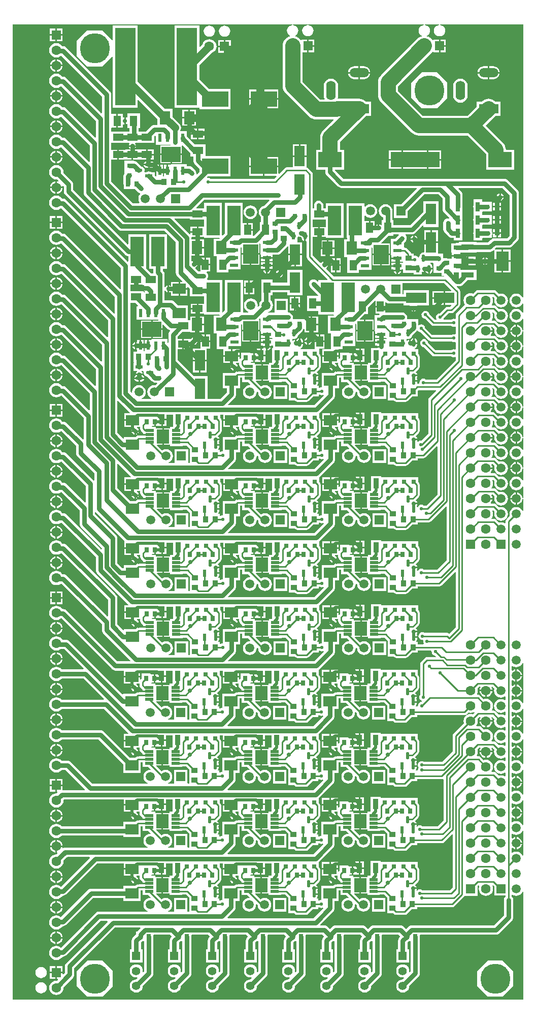
<source format=gtl>
G04*
G04 #@! TF.GenerationSoftware,Altium Limited,Altium Designer,21.0.9 (235)*
G04*
G04 Layer_Physical_Order=1*
G04 Layer_Color=255*
%FSLAX44Y44*%
%MOMM*%
G71*
G04*
G04 #@! TF.SameCoordinates,70CB9891-2270-4D21-866A-A56E4BF175EE*
G04*
G04*
G04 #@! TF.FilePolarity,Positive*
G04*
G01*
G75*
%ADD10C,0.2540*%
%ADD14C,0.7620*%
%ADD15R,1.7582X1.3055*%
%ADD16R,1.3055X1.7582*%
%ADD17R,3.4000X12.9400*%
%ADD18R,0.8000X0.8000*%
%ADD19R,1.1500X1.8000*%
%ADD20R,1.8000X1.1500*%
%ADD21R,3.9000X2.5500*%
%ADD22R,0.7000X1.6500*%
%ADD23R,1.8000X3.5000*%
%ADD24R,3.5000X1.8000*%
%ADD25R,4.4000X2.6000*%
%ADD26R,0.6000X1.4500*%
%ADD27R,3.1000X2.4000*%
%ADD28R,1.4500X0.6000*%
%ADD29R,2.4000X3.1000*%
%ADD30R,1.8500X2.1500*%
%ADD31R,1.3500X0.5000*%
%ADD32R,2.2300X5.0200*%
%ADD33R,1.0000X0.9000*%
%ADD34R,0.9000X0.7000*%
%ADD35R,0.5380X1.2242*%
G04:AMPARAMS|DCode=36|XSize=1.2242mm|YSize=0.538mm|CornerRadius=0.269mm|HoleSize=0mm|Usage=FLASHONLY|Rotation=90.000|XOffset=0mm|YOffset=0mm|HoleType=Round|Shape=RoundedRectangle|*
%AMROUNDEDRECTD36*
21,1,1.2242,0.0000,0,0,90.0*
21,1,0.6863,0.5380,0,0,90.0*
1,1,0.5380,0.0000,0.3431*
1,1,0.5380,0.0000,-0.3431*
1,1,0.5380,0.0000,-0.3431*
1,1,0.5380,0.0000,0.3431*
%
%ADD36ROUNDEDRECTD36*%
%ADD37R,1.7800X2.1600*%
%ADD38R,0.8000X0.8000*%
%ADD39R,2.1600X1.7800*%
%ADD40R,0.7000X0.9000*%
G04:AMPARAMS|DCode=41|XSize=1.2242mm|YSize=0.538mm|CornerRadius=0.269mm|HoleSize=0mm|Usage=FLASHONLY|Rotation=0.000|XOffset=0mm|YOffset=0mm|HoleType=Round|Shape=RoundedRectangle|*
%AMROUNDEDRECTD41*
21,1,1.2242,0.0000,0,0,0.0*
21,1,0.6863,0.5380,0,0,0.0*
1,1,0.5380,0.3431,0.0000*
1,1,0.5380,-0.3431,0.0000*
1,1,0.5380,-0.3431,0.0000*
1,1,0.5380,0.3431,0.0000*
%
%ADD41ROUNDEDRECTD41*%
%ADD42R,1.2242X0.5380*%
%ADD43R,0.9000X1.0000*%
%ADD44R,0.9500X1.7000*%
%ADD45R,2.1500X3.2500*%
%ADD46R,2.1500X0.9500*%
G04:AMPARAMS|DCode=76|XSize=3.2mm|YSize=1.6mm|CornerRadius=0.8mm|HoleSize=0mm|Usage=FLASHONLY|Rotation=0.000|XOffset=0mm|YOffset=0mm|HoleType=Round|Shape=RoundedRectangle|*
%AMROUNDEDRECTD76*
21,1,3.2000,0.0000,0,0,0.0*
21,1,1.6000,1.6000,0,0,0.0*
1,1,1.6000,0.8000,0.0000*
1,1,1.6000,-0.8000,0.0000*
1,1,1.6000,-0.8000,0.0000*
1,1,1.6000,0.8000,0.0000*
%
%ADD76ROUNDEDRECTD76*%
%ADD77R,3.2000X1.6000*%
G04:AMPARAMS|DCode=78|XSize=1.6mm|YSize=3.2mm|CornerRadius=0.8mm|HoleSize=0mm|Usage=FLASHONLY|Rotation=0.000|XOffset=0mm|YOffset=0mm|HoleType=Round|Shape=RoundedRectangle|*
%AMROUNDEDRECTD78*
21,1,1.6000,1.6000,0,0,0.0*
21,1,0.0000,3.2000,0,0,0.0*
1,1,1.6000,0.0000,-0.8000*
1,1,1.6000,0.0000,-0.8000*
1,1,1.6000,0.0000,0.8000*
1,1,1.6000,0.0000,0.8000*
%
%ADD78ROUNDEDRECTD78*%
%ADD79C,1.4000*%
%ADD80R,1.4000X1.4000*%
%ADD83C,2.5400*%
%ADD84C,1.2700*%
%ADD85C,0.5080*%
%ADD86R,2.5654X3.2766*%
%ADD87R,3.2766X2.5654*%
%ADD88R,2.0435X2.3622*%
%ADD89R,3.2881X2.5908*%
%ADD90C,5.0000*%
%ADD91C,1.6000*%
%ADD92R,1.6000X1.6000*%
%ADD93C,1.5000*%
%ADD94R,1.5000X1.5000*%
%ADD95R,1.5000X1.5000*%
%ADD96R,1.6000X1.6000*%
%ADD97C,0.7000*%
%ADD98C,0.5500*%
G36*
X243468Y1444029D02*
Y1429700D01*
X268136D01*
X268372Y1429320D01*
X267666Y1428050D01*
X251288D01*
Y1414780D01*
X269328D01*
X287368D01*
Y1427805D01*
X288440Y1428529D01*
X301179Y1415790D01*
Y1409409D01*
X306094D01*
Y1403350D01*
X306356Y1401361D01*
X307124Y1399507D01*
X308345Y1397915D01*
X316931Y1389330D01*
Y1384830D01*
X312226Y1380125D01*
X311023Y1380719D01*
X311194Y1382014D01*
X310932Y1384003D01*
X310164Y1385857D01*
X308943Y1387449D01*
X304697Y1391695D01*
X303105Y1392916D01*
X301251Y1393684D01*
X299262Y1393946D01*
X295188D01*
Y1397320D01*
X268868D01*
Y1397175D01*
X268518Y1396050D01*
X264248D01*
Y1386260D01*
X262978D01*
Y1384990D01*
X257438D01*
Y1376600D01*
X255818D01*
Y1384990D01*
X250278D01*
X244738D01*
Y1377477D01*
X243468Y1376951D01*
X242141Y1378278D01*
Y1383840D01*
X236256D01*
X236053Y1383996D01*
X234199Y1384764D01*
X232210Y1385026D01*
X230221Y1384764D01*
X228367Y1383996D01*
X228164Y1383840D01*
X225373D01*
X224668Y1384896D01*
X224770Y1385143D01*
X224993Y1386840D01*
X224770Y1388537D01*
X224115Y1390118D01*
X223073Y1391476D01*
X221716Y1392518D01*
X220134Y1393173D01*
X219453Y1393262D01*
X212441Y1400275D01*
X210849Y1401496D01*
X208995Y1402264D01*
X207288Y1402489D01*
Y1402650D01*
X191668D01*
Y1387920D01*
X191668Y1387030D01*
X191668D01*
Y1386650D01*
X191668D01*
Y1381761D01*
X190902Y1380763D01*
X190134Y1378909D01*
X189872Y1376920D01*
Y1363980D01*
X190134Y1361991D01*
X190248Y1361716D01*
Y1355670D01*
X208999D01*
X213743Y1350925D01*
X215335Y1349704D01*
X217189Y1348936D01*
X217493Y1348896D01*
X217829Y1348029D01*
X217895Y1347562D01*
X216159Y1345300D01*
X215019Y1342548D01*
X214631Y1339596D01*
X215019Y1336643D01*
X216159Y1333892D01*
X216640Y1333265D01*
X216079Y1332126D01*
X205317D01*
X169320Y1368123D01*
Y1404610D01*
X179560D01*
Y1412900D01*
Y1421190D01*
X169320D01*
Y1432340D01*
X193640D01*
Y1432420D01*
X199067D01*
X199746Y1431150D01*
X198869Y1429837D01*
X198652Y1428750D01*
X210464D01*
X210248Y1429837D01*
X209370Y1431150D01*
X210049Y1432420D01*
X241498D01*
Y1443855D01*
X242320Y1444525D01*
X243468Y1444029D01*
D02*
G37*
G36*
X471241Y1630072D02*
X471325Y1628802D01*
X469591Y1628574D01*
X467327Y1627636D01*
X465382Y1626144D01*
X463890Y1624199D01*
X462952Y1621934D01*
X462631Y1619504D01*
X462952Y1617074D01*
X463890Y1614809D01*
X465382Y1612864D01*
X467327Y1611372D01*
X467483Y1611307D01*
X467416Y1609960D01*
X465673Y1609431D01*
X462805Y1607898D01*
X460291Y1605835D01*
X458228Y1603321D01*
X456695Y1600453D01*
X455751Y1597340D01*
X455432Y1594104D01*
Y1527426D01*
X455751Y1524189D01*
X456695Y1521077D01*
X458228Y1518209D01*
X460291Y1515695D01*
X499477Y1476509D01*
X501991Y1474446D01*
X504859Y1472913D01*
X507971Y1471969D01*
X511208Y1471650D01*
X539981D01*
X540467Y1470477D01*
X522657Y1452667D01*
X520594Y1450153D01*
X519061Y1447285D01*
X518117Y1444172D01*
X517798Y1440936D01*
Y1421180D01*
X511078D01*
Y1388060D01*
X526702D01*
Y1384059D01*
X526964Y1382069D01*
X527732Y1380216D01*
X528953Y1378624D01*
X547767Y1359810D01*
X549359Y1358589D01*
X551212Y1357821D01*
X553201Y1357559D01*
X553202Y1357559D01*
X678664D01*
X679150Y1356386D01*
X652985Y1330220D01*
X641234D01*
Y1307600D01*
X663854D01*
Y1319351D01*
X691654Y1347150D01*
X715054D01*
X722282Y1339922D01*
Y1322199D01*
X722544Y1320209D01*
X723312Y1318356D01*
X724533Y1316764D01*
X733490Y1307807D01*
X733324Y1307318D01*
X732833Y1306668D01*
X731102Y1306896D01*
X729113Y1306634D01*
X727259Y1305866D01*
X725667Y1304645D01*
X724446Y1303053D01*
X723678Y1301199D01*
X723416Y1299210D01*
Y1288476D01*
X723678Y1286487D01*
X724446Y1284633D01*
X725667Y1283042D01*
X732081Y1276628D01*
X732081Y1276628D01*
X733673Y1275406D01*
X735527Y1274638D01*
X737516Y1274376D01*
X737516Y1274376D01*
X740567D01*
Y1270002D01*
X755187D01*
Y1279798D01*
X755301Y1280073D01*
X755562Y1282062D01*
X755301Y1284051D01*
X755187Y1284326D01*
Y1292230D01*
Y1302026D01*
X755301Y1302301D01*
X755562Y1304290D01*
X755301Y1306279D01*
X755187Y1306554D01*
Y1314198D01*
Y1323994D01*
X755301Y1324269D01*
X755562Y1326258D01*
Y1346310D01*
X755562Y1346310D01*
X755301Y1348299D01*
X754533Y1350153D01*
X753311Y1351745D01*
X748670Y1356386D01*
X749156Y1357559D01*
X822178D01*
X834056Y1345681D01*
Y1278026D01*
X829624Y1273594D01*
X808290D01*
X806301Y1273332D01*
X804447Y1272564D01*
X802855Y1271343D01*
X797908Y1266396D01*
X778594D01*
Y1267270D01*
X749474D01*
Y1265636D01*
X744774D01*
X742785Y1265374D01*
X742510Y1265260D01*
X736464D01*
Y1250640D01*
X736733D01*
X737734Y1249990D01*
X737734Y1249370D01*
Y1245220D01*
X744774D01*
Y1242680D01*
X737734D01*
Y1240983D01*
X737380Y1239860D01*
X736464Y1239860D01*
X731334D01*
X731059Y1239974D01*
X729070Y1240236D01*
X725552D01*
X724180Y1240055D01*
X723038Y1240861D01*
X722910Y1241078D01*
Y1247678D01*
X716451D01*
X714752Y1247902D01*
X714448D01*
Y1265550D01*
X691368D01*
Y1251013D01*
X690413Y1250176D01*
X690208Y1250203D01*
X688511Y1249980D01*
X686930Y1249325D01*
X685572Y1248283D01*
X684530Y1246925D01*
X683875Y1245344D01*
X683738Y1244301D01*
X683552Y1244059D01*
X682784Y1242205D01*
X682713Y1241664D01*
X681580Y1241449D01*
X681405Y1241464D01*
X680387Y1242793D01*
X679016Y1243844D01*
X677420Y1244505D01*
X675708Y1244731D01*
X675142Y1244656D01*
X673872Y1245770D01*
Y1248464D01*
X669831D01*
X669733Y1248958D01*
X668610Y1250639D01*
X662638Y1256610D01*
X660958Y1257733D01*
X658976Y1258127D01*
X657846D01*
Y1265839D01*
X660082Y1268075D01*
X660082Y1268075D01*
X661304Y1269667D01*
X662072Y1271521D01*
X662334Y1273510D01*
Y1273844D01*
X662072Y1275833D01*
X661304Y1277687D01*
X660245Y1279066D01*
X660597Y1280336D01*
X671230D01*
X673219Y1280598D01*
X675073Y1281366D01*
X676665Y1282587D01*
X688925Y1294847D01*
X690098Y1294361D01*
Y1292510D01*
X715718D01*
Y1335130D01*
X690098D01*
Y1317759D01*
X668047Y1295708D01*
X639990D01*
Y1303698D01*
X638470D01*
Y1318066D01*
X638455Y1318177D01*
X638551Y1318910D01*
X638163Y1321862D01*
X637023Y1324614D01*
X635210Y1326976D01*
X632848Y1328789D01*
X630096Y1329929D01*
X627144Y1330318D01*
X624191Y1329929D01*
X621440Y1328789D01*
X619077Y1326976D01*
X617265Y1324614D01*
X616125Y1321862D01*
X615736Y1318910D01*
X616125Y1315957D01*
X617265Y1313206D01*
X619077Y1310844D01*
X621440Y1309031D01*
X623098Y1308344D01*
Y1303698D01*
X620870D01*
Y1295730D01*
X619600Y1295366D01*
X617786Y1296578D01*
X616700Y1296794D01*
Y1290888D01*
X614160D01*
Y1296794D01*
X613073Y1296578D01*
X611075Y1295243D01*
X609990Y1293618D01*
X608720Y1294004D01*
Y1302428D01*
X601700D01*
Y1290888D01*
X599160D01*
Y1302428D01*
X592140Y1302428D01*
X591852Y1303579D01*
Y1311137D01*
X593122Y1311568D01*
X593677Y1310844D01*
X596040Y1309031D01*
X598791Y1307891D01*
X601744Y1307502D01*
X604696Y1307891D01*
X607448Y1309031D01*
X609810Y1310844D01*
X611623Y1313206D01*
X612763Y1315957D01*
X613152Y1318910D01*
X612763Y1321862D01*
X611623Y1324614D01*
X609810Y1326976D01*
X607448Y1328789D01*
X604696Y1329929D01*
X601744Y1330318D01*
X598791Y1329929D01*
X596040Y1328789D01*
X593677Y1326976D01*
X593122Y1326252D01*
X591852Y1326683D01*
Y1332258D01*
X561932D01*
Y1274438D01*
X563156D01*
Y1271716D01*
X558132D01*
Y1242496D01*
X562826D01*
X563406Y1241466D01*
Y1215846D01*
X582526D01*
Y1220738D01*
X603346D01*
Y1233438D01*
Y1246138D01*
Y1257718D01*
X603726Y1257982D01*
X604996Y1257317D01*
Y1247868D01*
X619536D01*
X634076D01*
Y1264638D01*
X620001D01*
X619539Y1265908D01*
X631709Y1278078D01*
X639990D01*
Y1280336D01*
X648699D01*
X649050Y1279066D01*
X648111Y1277843D01*
X642727Y1272458D01*
X635726D01*
Y1258838D01*
Y1246138D01*
X635871D01*
X636996Y1245788D01*
Y1241518D01*
X646786D01*
Y1240248D01*
X648056D01*
Y1234708D01*
X656252D01*
Y1233088D01*
X648056D01*
Y1227548D01*
X646786D01*
Y1226278D01*
X636996D01*
Y1222008D01*
X640007D01*
X640536Y1221364D01*
X653036D01*
X653565Y1222008D01*
X656252D01*
Y1215844D01*
X673872D01*
X674208Y1214713D01*
Y1213081D01*
X687208D01*
Y1217243D01*
X688478Y1217922D01*
X689375Y1217322D01*
X690462Y1217106D01*
Y1223012D01*
X693002D01*
Y1217106D01*
X694089Y1217322D01*
X695374Y1216654D01*
X695937Y1215810D01*
X697667Y1214654D01*
X698438Y1214501D01*
Y1223012D01*
X699708D01*
Y1224282D01*
X705040D01*
Y1226443D01*
X704634Y1228484D01*
X703478Y1230214D01*
X701913Y1231260D01*
X701921Y1231904D01*
X702124Y1232530D01*
X706373D01*
X707290Y1231678D01*
Y1216058D01*
X720760D01*
Y1211240D01*
X724938D01*
X725137Y1210941D01*
X724459Y1209671D01*
X540883D01*
X527885Y1222670D01*
X528046Y1224305D01*
X529039Y1224968D01*
X530373Y1226966D01*
X530590Y1228052D01*
X524684D01*
Y1229322D01*
X523414D01*
Y1235228D01*
X522327Y1235012D01*
X520329Y1233677D01*
X519666Y1232685D01*
X518031Y1232524D01*
X505759Y1244796D01*
Y1275796D01*
X515032D01*
Y1284086D01*
Y1292376D01*
X505759D01*
Y1304526D01*
X527232D01*
Y1292376D01*
X517572D01*
Y1284086D01*
Y1275796D01*
X527232D01*
Y1274438D01*
X557152D01*
Y1332258D01*
X527232D01*
Y1323646D01*
X523142D01*
Y1328348D01*
X522880Y1330337D01*
X522112Y1332191D01*
X520891Y1333783D01*
X519299Y1335004D01*
X517445Y1335772D01*
X515456Y1336034D01*
X513467Y1335772D01*
X511613Y1335004D01*
X510021Y1333783D01*
X508800Y1332191D01*
X508032Y1330337D01*
X507770Y1328348D01*
Y1323646D01*
X505759D01*
Y1380196D01*
X505365Y1382178D01*
X504242Y1383858D01*
X497688Y1390412D01*
X496008Y1391535D01*
X495244Y1391687D01*
Y1408980D01*
X483704D01*
Y1410250D01*
D01*
Y1408980D01*
X472164D01*
Y1391929D01*
X462500D01*
X460518Y1391535D01*
X458837Y1390412D01*
X449454Y1381029D01*
X448280Y1381515D01*
Y1392240D01*
X425011D01*
Y1377970D01*
X444736D01*
X445222Y1376797D01*
X441395Y1372969D01*
X334824D01*
X334106Y1373520D01*
X332510Y1374181D01*
X330798Y1374406D01*
X329927Y1374292D01*
X329334Y1375495D01*
X330539Y1376700D01*
X368550D01*
Y1410320D01*
X326381D01*
Y1430084D01*
X308624D01*
X295692Y1443016D01*
X295188Y1444231D01*
Y1451820D01*
X285490D01*
X284780Y1453090D01*
X285577Y1455014D01*
X285926Y1457666D01*
X285577Y1460318D01*
X284553Y1462790D01*
X282924Y1464912D01*
X271584Y1476252D01*
Y1489080D01*
X258757D01*
X213760Y1534077D01*
Y1628510D01*
X172140D01*
Y1604120D01*
X170870Y1603593D01*
X154500Y1619963D01*
X129500D01*
X112000Y1602463D01*
Y1577463D01*
X129500Y1559963D01*
X154500D01*
X170870Y1576333D01*
X172140Y1575807D01*
Y1491490D01*
X213760D01*
Y1503432D01*
X214933Y1503918D01*
X246164Y1472688D01*
Y1462476D01*
X241498D01*
X241498Y1462476D01*
X239509Y1462214D01*
X237655Y1461446D01*
X236063Y1460225D01*
X227379Y1451540D01*
X215066D01*
Y1456869D01*
X217231D01*
Y1482071D01*
X196556D01*
Y1475200D01*
X195436Y1474601D01*
X194600Y1475159D01*
X193514Y1475376D01*
Y1469470D01*
Y1463564D01*
X194600Y1463780D01*
X195436Y1464339D01*
X196556Y1463740D01*
Y1456869D01*
X199694D01*
Y1451540D01*
X191748D01*
Y1451460D01*
X169320D01*
Y1457437D01*
X170299Y1458139D01*
X178096D01*
Y1469470D01*
Y1480801D01*
X170299D01*
X169320Y1481503D01*
Y1513168D01*
X169058Y1515157D01*
X168290Y1517011D01*
X167069Y1518603D01*
X94448Y1591224D01*
X92856Y1592445D01*
X91002Y1593213D01*
X89013Y1593475D01*
X87600D01*
X86237Y1595251D01*
X83770Y1597144D01*
X80897Y1598334D01*
X77814Y1598740D01*
X74731Y1598334D01*
X71858Y1597144D01*
X69391Y1595251D01*
X67498Y1592784D01*
X66308Y1589911D01*
X65902Y1586828D01*
X66308Y1583745D01*
X67498Y1580872D01*
X69391Y1578405D01*
X71858Y1576512D01*
X74731Y1575322D01*
X77814Y1574916D01*
X80897Y1575322D01*
X83770Y1576512D01*
X85836Y1578097D01*
X153948Y1509984D01*
Y1482583D01*
X152775Y1482097D01*
X94448Y1540424D01*
X92856Y1541645D01*
X91002Y1542413D01*
X89013Y1542675D01*
X87600D01*
X86237Y1544451D01*
X83770Y1546344D01*
X80897Y1547534D01*
X77814Y1547940D01*
X74731Y1547534D01*
X71858Y1546344D01*
X69391Y1544451D01*
X67498Y1541984D01*
X66308Y1539111D01*
X65902Y1536028D01*
X66308Y1532945D01*
X67498Y1530072D01*
X69391Y1527605D01*
X71858Y1525712D01*
X74731Y1524522D01*
X77814Y1524116D01*
X80897Y1524522D01*
X83770Y1525712D01*
X85836Y1527297D01*
X143788Y1469344D01*
Y1441942D01*
X142615Y1441456D01*
X94448Y1489624D01*
X92856Y1490845D01*
X91002Y1491613D01*
X89013Y1491875D01*
X87600D01*
X86237Y1493651D01*
X83770Y1495544D01*
X80897Y1496734D01*
X77814Y1497140D01*
X74731Y1496734D01*
X71858Y1495544D01*
X69391Y1493651D01*
X67498Y1491184D01*
X66308Y1488311D01*
X65902Y1485228D01*
X66308Y1482145D01*
X67498Y1479272D01*
X69391Y1476805D01*
X71858Y1474912D01*
X74731Y1473722D01*
X77814Y1473316D01*
X80897Y1473722D01*
X83770Y1474912D01*
X85836Y1476497D01*
X133628Y1428705D01*
Y1401302D01*
X132455Y1400816D01*
X94448Y1438824D01*
X92856Y1440045D01*
X91002Y1440813D01*
X89013Y1441075D01*
X87600D01*
X86237Y1442851D01*
X83770Y1444744D01*
X80897Y1445934D01*
X77814Y1446340D01*
X74731Y1445934D01*
X71858Y1444744D01*
X69391Y1442851D01*
X67498Y1440384D01*
X66308Y1437511D01*
X65902Y1434428D01*
X66308Y1431345D01*
X67498Y1428472D01*
X69391Y1426005D01*
X71858Y1424112D01*
X74731Y1422922D01*
X77814Y1422516D01*
X80897Y1422922D01*
X83770Y1424112D01*
X85836Y1425697D01*
X123468Y1388065D01*
Y1349322D01*
X123730Y1347333D01*
X124498Y1345479D01*
X125719Y1343888D01*
X181082Y1288525D01*
X182673Y1287304D01*
X184527Y1286536D01*
X186516Y1286274D01*
X186516Y1286274D01*
X258088D01*
X263265Y1281097D01*
X262436Y1280130D01*
X232613D01*
Y1222310D01*
X239888D01*
Y1216640D01*
X240002Y1215775D01*
X239164Y1214820D01*
X236533D01*
X227833Y1223519D01*
Y1280130D01*
X197913D01*
Y1264139D01*
X196740Y1263653D01*
X105820Y1354573D01*
Y1363308D01*
X105558Y1365297D01*
X104790Y1367151D01*
X103568Y1368743D01*
X89605Y1382707D01*
X89726Y1383628D01*
X89320Y1386711D01*
X88130Y1389584D01*
X86237Y1392051D01*
X83770Y1393944D01*
X80897Y1395134D01*
X77814Y1395540D01*
X74731Y1395134D01*
X71858Y1393944D01*
X69391Y1392051D01*
X67498Y1389584D01*
X66308Y1386711D01*
X65902Y1383628D01*
X66308Y1380545D01*
X67498Y1377672D01*
X69391Y1375205D01*
X71858Y1373312D01*
X74731Y1372122D01*
X77814Y1371716D01*
X78735Y1371837D01*
X80903Y1369670D01*
X80860Y1369524D01*
X80237Y1368540D01*
X79084Y1368692D01*
Y1359498D01*
X88278D01*
X88126Y1360651D01*
X89109Y1361275D01*
X89256Y1361317D01*
X90448Y1360125D01*
Y1351389D01*
X90710Y1349400D01*
X91478Y1347547D01*
X92699Y1345955D01*
X192869Y1245785D01*
X194461Y1244564D01*
X196314Y1243796D01*
X197913Y1243585D01*
Y1235417D01*
X196740Y1234931D01*
X94448Y1337224D01*
X92856Y1338445D01*
X91002Y1339213D01*
X89013Y1339475D01*
X87600D01*
X86237Y1341251D01*
X83770Y1343144D01*
X80897Y1344334D01*
X77814Y1344740D01*
X74731Y1344334D01*
X71858Y1343144D01*
X69391Y1341251D01*
X67498Y1338784D01*
X66308Y1335911D01*
X65902Y1332828D01*
X66308Y1329745D01*
X67498Y1326872D01*
X69391Y1324405D01*
X71858Y1322512D01*
X74731Y1321322D01*
X77814Y1320916D01*
X80897Y1321322D01*
X83770Y1322512D01*
X85836Y1324097D01*
X185698Y1224234D01*
Y1189404D01*
X184525Y1188918D01*
X94448Y1278995D01*
X92856Y1280217D01*
X91002Y1280985D01*
X89013Y1281246D01*
X87600D01*
X86237Y1283023D01*
X83770Y1284916D01*
X80897Y1286106D01*
X77814Y1286512D01*
X74731Y1286106D01*
X71858Y1284916D01*
X69391Y1283023D01*
X67498Y1280556D01*
X66308Y1277683D01*
X65902Y1274600D01*
X66308Y1271517D01*
X67498Y1268644D01*
X69391Y1266177D01*
X71858Y1264284D01*
X74731Y1263094D01*
X77814Y1262688D01*
X80897Y1263094D01*
X83770Y1264284D01*
X85836Y1265869D01*
X175538Y1176166D01*
Y1148764D01*
X174365Y1148278D01*
X94448Y1228195D01*
X92856Y1229417D01*
X91002Y1230185D01*
X89013Y1230446D01*
X87600D01*
X86237Y1232223D01*
X83770Y1234116D01*
X80897Y1235306D01*
X77814Y1235712D01*
X74731Y1235306D01*
X71858Y1234116D01*
X69391Y1232223D01*
X67498Y1229756D01*
X66308Y1226883D01*
X65902Y1223800D01*
X66308Y1220717D01*
X67498Y1217844D01*
X69391Y1215377D01*
X71858Y1213484D01*
X74731Y1212294D01*
X77814Y1211888D01*
X80897Y1212294D01*
X83770Y1213484D01*
X85836Y1215069D01*
X164044Y1136861D01*
Y1109458D01*
X162871Y1108972D01*
X94448Y1177395D01*
X92856Y1178617D01*
X91002Y1179385D01*
X89013Y1179647D01*
X87600D01*
X86237Y1181423D01*
X83770Y1183316D01*
X80897Y1184506D01*
X77814Y1184912D01*
X74731Y1184506D01*
X71858Y1183316D01*
X69391Y1181423D01*
X67498Y1178956D01*
X66308Y1176083D01*
X65902Y1173000D01*
X66308Y1169917D01*
X67498Y1167044D01*
X69391Y1164577D01*
X71858Y1162684D01*
X74731Y1161494D01*
X77814Y1161088D01*
X80897Y1161494D01*
X83770Y1162684D01*
X85836Y1164269D01*
X153884Y1096220D01*
Y1068819D01*
X152711Y1068333D01*
X94448Y1126595D01*
X92856Y1127817D01*
X91002Y1128585D01*
X89013Y1128847D01*
X87600D01*
X86237Y1130623D01*
X83770Y1132516D01*
X80897Y1133706D01*
X77814Y1134112D01*
X74731Y1133706D01*
X71858Y1132516D01*
X69391Y1130623D01*
X67498Y1128156D01*
X66308Y1125283D01*
X65902Y1122200D01*
X66308Y1119117D01*
X67498Y1116244D01*
X69391Y1113777D01*
X71858Y1111884D01*
X74731Y1110694D01*
X77814Y1110288D01*
X80897Y1110694D01*
X83770Y1111884D01*
X85836Y1113469D01*
X143724Y1055581D01*
Y1028178D01*
X142550Y1027692D01*
X94448Y1075795D01*
X92856Y1077017D01*
X91002Y1077785D01*
X89013Y1078046D01*
X87600D01*
X86237Y1079823D01*
X83770Y1081716D01*
X80897Y1082906D01*
X77814Y1083312D01*
X74731Y1082906D01*
X71858Y1081716D01*
X69391Y1079823D01*
X67498Y1077356D01*
X66308Y1074483D01*
X65902Y1071400D01*
X66308Y1068317D01*
X67498Y1065444D01*
X69391Y1062977D01*
X71858Y1061084D01*
X74731Y1059894D01*
X77814Y1059488D01*
X80897Y1059894D01*
X83770Y1061084D01*
X85836Y1062669D01*
X133564Y1014940D01*
Y987539D01*
X132390Y987053D01*
X94448Y1024995D01*
X92856Y1026217D01*
X91002Y1026985D01*
X89013Y1027246D01*
X87600D01*
X86237Y1029023D01*
X83770Y1030916D01*
X80897Y1032106D01*
X77814Y1032512D01*
X74731Y1032106D01*
X71858Y1030916D01*
X69391Y1029023D01*
X67498Y1026556D01*
X66308Y1023683D01*
X65902Y1020600D01*
X66308Y1017517D01*
X67498Y1014644D01*
X69391Y1012177D01*
X71858Y1010284D01*
X74731Y1009094D01*
X77814Y1008688D01*
X80897Y1009094D01*
X83770Y1010284D01*
X85836Y1011869D01*
X123404Y974301D01*
Y938698D01*
X122231Y938212D01*
X94447Y965995D01*
X92856Y967217D01*
X91002Y967984D01*
X89013Y968246D01*
X87600D01*
X86237Y970023D01*
X83770Y971916D01*
X80897Y973106D01*
X77814Y973512D01*
X74731Y973106D01*
X71858Y971916D01*
X69391Y970023D01*
X67498Y967556D01*
X66308Y964683D01*
X65902Y961600D01*
X66308Y958517D01*
X67498Y955644D01*
X69391Y953177D01*
X71858Y951284D01*
X74731Y950094D01*
X77814Y949688D01*
X80897Y950094D01*
X83770Y951284D01*
X85835Y952869D01*
X110768Y927936D01*
Y915670D01*
X111030Y913681D01*
X111798Y911827D01*
X113019Y910235D01*
X140994Y882260D01*
Y870154D01*
X139724Y869918D01*
X94447Y915195D01*
X92856Y916417D01*
X91002Y917184D01*
X89013Y917446D01*
X87600D01*
X86237Y919223D01*
X83770Y921116D01*
X80897Y922306D01*
X77814Y922712D01*
X74731Y922306D01*
X71858Y921116D01*
X69391Y919223D01*
X67498Y916756D01*
X66308Y913883D01*
X65902Y910800D01*
X66308Y907717D01*
X67498Y904844D01*
X69391Y902377D01*
X71858Y900484D01*
X74731Y899294D01*
X77814Y898888D01*
X80897Y899294D01*
X83770Y900484D01*
X85835Y902069D01*
X126770Y861134D01*
Y833732D01*
X125597Y833246D01*
X94447Y864395D01*
X92856Y865617D01*
X91002Y866384D01*
X89013Y866646D01*
X87600D01*
X86237Y868423D01*
X83770Y870316D01*
X80897Y871506D01*
X77814Y871912D01*
X74731Y871506D01*
X71858Y870316D01*
X69391Y868423D01*
X67498Y865956D01*
X66308Y863083D01*
X65902Y860000D01*
X66308Y856917D01*
X67498Y854044D01*
X69391Y851577D01*
X71858Y849684D01*
X74731Y848494D01*
X77814Y848088D01*
X80897Y848494D01*
X83770Y849684D01*
X85835Y851269D01*
X116610Y820494D01*
Y797794D01*
X116872Y795805D01*
X117640Y793951D01*
X118861Y792360D01*
X153884Y757337D01*
Y755818D01*
X152711Y755332D01*
X94447Y813595D01*
X92856Y814817D01*
X91002Y815584D01*
X89013Y815846D01*
X87600D01*
X86237Y817623D01*
X83770Y819516D01*
X80897Y820706D01*
X77814Y821112D01*
X74731Y820706D01*
X71858Y819516D01*
X69391Y817623D01*
X67498Y815156D01*
X66308Y812283D01*
X65902Y809200D01*
X66308Y806117D01*
X67498Y803244D01*
X69391Y800777D01*
X71858Y798884D01*
X74731Y797694D01*
X77814Y797288D01*
X80897Y797694D01*
X83770Y798884D01*
X85835Y800469D01*
X143724Y742580D01*
Y720752D01*
X143986Y718763D01*
X144754Y716909D01*
X145975Y715318D01*
X198103Y663190D01*
X197577Y661920D01*
X191660D01*
Y651750D01*
X205000D01*
Y650480D01*
X206270D01*
Y638513D01*
X206495Y637770D01*
X205065Y636814D01*
X203730Y634817D01*
X203514Y633730D01*
X215325D01*
X215109Y634817D01*
X213774Y636814D01*
X212344Y637770D01*
X212729Y639040D01*
X217600D01*
Y636580D01*
X217994Y634598D01*
X219117Y632917D01*
X222627Y629407D01*
X222880Y629239D01*
Y626760D01*
X222880D01*
Y626519D01*
X222543Y625249D01*
X215090D01*
X213107Y624855D01*
X211427Y623732D01*
X211427Y623732D01*
X210385Y622690D01*
X190390D01*
Y621153D01*
X189216Y620667D01*
X179415Y630467D01*
Y674644D01*
X179153Y676633D01*
X178386Y678486D01*
X177164Y680078D01*
X94447Y762795D01*
X92856Y764017D01*
X91002Y764784D01*
X89013Y765046D01*
X87600D01*
X86237Y766823D01*
X83770Y768716D01*
X80897Y769906D01*
X77814Y770312D01*
X74731Y769906D01*
X71858Y768716D01*
X69391Y766823D01*
X67498Y764356D01*
X66308Y761483D01*
X65902Y758400D01*
X66308Y755317D01*
X67498Y752444D01*
X69391Y749977D01*
X71858Y748084D01*
X74731Y746894D01*
X77814Y746488D01*
X80897Y746894D01*
X83770Y748084D01*
X85835Y749669D01*
X164044Y671460D01*
Y644058D01*
X162871Y643572D01*
X94447Y711995D01*
X92856Y713217D01*
X91002Y713984D01*
X89013Y714246D01*
X87600D01*
X86237Y716023D01*
X83770Y717916D01*
X80897Y719106D01*
X77814Y719512D01*
X74731Y719106D01*
X71858Y717916D01*
X69391Y716023D01*
X67498Y713556D01*
X66308Y710683D01*
X65902Y707600D01*
X66308Y704517D01*
X67498Y701644D01*
X69391Y699177D01*
X71858Y697284D01*
X74731Y696094D01*
X77814Y695688D01*
X80897Y696094D01*
X83770Y697284D01*
X85835Y698869D01*
X153884Y630820D01*
Y620924D01*
X154146Y618935D01*
X154914Y617081D01*
X156135Y615490D01*
X201695Y569929D01*
X201210Y568756D01*
X179686D01*
X94585Y653857D01*
X92993Y655078D01*
X91140Y655846D01*
X89150Y656108D01*
X87540D01*
X86263Y657773D01*
X83796Y659666D01*
X80923Y660856D01*
X77840Y661262D01*
X74757Y660856D01*
X71884Y659666D01*
X69417Y657773D01*
X67524Y655306D01*
X66334Y652433D01*
X65928Y649350D01*
X66334Y646267D01*
X67524Y643394D01*
X69417Y640927D01*
X71884Y639034D01*
X74757Y637844D01*
X77840Y637438D01*
X80923Y637844D01*
X83796Y639034D01*
X85988Y640716D01*
X171068Y555635D01*
X171068Y555635D01*
X172660Y554414D01*
X174514Y553646D01*
X176503Y553384D01*
X190700D01*
Y544110D01*
X204039D01*
X217380D01*
Y553384D01*
X225134D01*
X245950D01*
Y547410D01*
X242790D01*
Y540370D01*
Y533330D01*
X245950D01*
Y533140D01*
X251970D01*
Y544180D01*
X253239D01*
Y545450D01*
X260530D01*
Y553384D01*
X271680D01*
Y532076D01*
X271542Y531938D01*
X271409Y531740D01*
X266420D01*
Y528970D01*
X256000D01*
Y515680D01*
Y502390D01*
X266420D01*
Y499620D01*
X287540D01*
Y500750D01*
X293864D01*
X299370Y495245D01*
Y485450D01*
Y471546D01*
X297749D01*
X296630Y471910D01*
X296630Y472816D01*
Y494530D01*
X274010D01*
Y472816D01*
X274010Y471910D01*
X272890Y471546D01*
X264609D01*
X264356Y472816D01*
X265623Y473341D01*
X267986Y475154D01*
X269799Y477516D01*
X270938Y480267D01*
X271327Y483220D01*
X270938Y486172D01*
X269799Y488924D01*
X267986Y491286D01*
X265623Y493099D01*
X262872Y494239D01*
X259920Y494627D01*
X256967Y494239D01*
X254216Y493099D01*
X253321Y492413D01*
X244518Y501217D01*
X245004Y502390D01*
X253459D01*
Y515680D01*
Y528970D01*
X243040D01*
Y531740D01*
X235967D01*
X235962Y531741D01*
X235842Y532060D01*
X236721Y533330D01*
X240250D01*
Y540370D01*
Y547410D01*
X235480D01*
X234830Y548411D01*
Y548680D01*
X220210D01*
Y540385D01*
X218650Y538825D01*
X217380Y539351D01*
Y541570D01*
X205310D01*
Y530872D01*
X205535Y530130D01*
X204105Y529174D01*
X202770Y527177D01*
X202554Y526090D01*
X214365D01*
X214149Y527177D01*
X212814Y529174D01*
X211384Y530130D01*
X211770Y531400D01*
X216640D01*
Y528940D01*
X217034Y526958D01*
X218157Y525277D01*
X221667Y521767D01*
X221920Y521599D01*
Y519120D01*
X221919D01*
Y518879D01*
X221583Y517609D01*
X214130D01*
X212147Y517215D01*
X210467Y516092D01*
X210467Y516092D01*
X209425Y515050D01*
X189430D01*
Y514293D01*
X188256Y513807D01*
X99336Y602727D01*
X97744Y603949D01*
X95890Y604717D01*
X93901Y604978D01*
X87793D01*
X86263Y606973D01*
X83796Y608866D01*
X80923Y610056D01*
X77840Y610462D01*
X74757Y610056D01*
X71884Y608866D01*
X69417Y606973D01*
X67524Y604506D01*
X66334Y601633D01*
X65928Y598550D01*
X66334Y595467D01*
X67524Y592594D01*
X69417Y590127D01*
X71884Y588234D01*
X74757Y587044D01*
X77840Y586638D01*
X80923Y587044D01*
X83796Y588234D01*
X85585Y589607D01*
X90717D01*
X123465Y556859D01*
X122979Y555686D01*
X86637D01*
X86263Y556173D01*
X83796Y558066D01*
X80923Y559256D01*
X77840Y559662D01*
X74757Y559256D01*
X71884Y558066D01*
X69417Y556173D01*
X67524Y553706D01*
X66334Y550833D01*
X65928Y547750D01*
X66334Y544667D01*
X67524Y541794D01*
X69417Y539327D01*
X71884Y537434D01*
X74757Y536244D01*
X77840Y535838D01*
X80923Y536244D01*
X83796Y537434D01*
X86263Y539327D01*
X87020Y540314D01*
X122816D01*
X157071Y506059D01*
X156585Y504886D01*
X86637D01*
X86263Y505373D01*
X83796Y507266D01*
X80923Y508456D01*
X77840Y508862D01*
X74757Y508456D01*
X71884Y507266D01*
X69417Y505373D01*
X67524Y502906D01*
X66334Y500033D01*
X65928Y496950D01*
X66334Y493867D01*
X67524Y490994D01*
X69417Y488527D01*
X71884Y486634D01*
X74757Y485444D01*
X77840Y485038D01*
X80923Y485444D01*
X83796Y486634D01*
X86263Y488527D01*
X87020Y489514D01*
X157670D01*
X198315Y448870D01*
X197789Y447600D01*
X190700D01*
Y437430D01*
X204039D01*
Y436160D01*
X205310D01*
Y424193D01*
X205535Y423450D01*
X204105Y422495D01*
X202770Y420497D01*
X202554Y419410D01*
X214365D01*
X214149Y420497D01*
X212814Y422495D01*
X211384Y423450D01*
X211770Y424720D01*
X216640D01*
Y422260D01*
X217034Y420278D01*
X218157Y418597D01*
X221667Y415087D01*
X221920Y414919D01*
Y412440D01*
X221919D01*
Y412199D01*
X221583Y410929D01*
X214130D01*
X212147Y410535D01*
X210467Y409412D01*
X210467Y409412D01*
X209425Y408370D01*
X200224D01*
X156760Y451834D01*
X155168Y453056D01*
X153315Y453824D01*
X151325Y454086D01*
X86637D01*
X86263Y454573D01*
X83796Y456466D01*
X80923Y457656D01*
X77840Y458062D01*
X74757Y457656D01*
X71884Y456466D01*
X69417Y454573D01*
X67524Y452106D01*
X66334Y449233D01*
X65928Y446150D01*
X66334Y443067D01*
X67524Y440194D01*
X69417Y437727D01*
X71884Y435834D01*
X74757Y434644D01*
X77840Y434238D01*
X80923Y434644D01*
X83796Y435834D01*
X86263Y437727D01*
X87020Y438714D01*
X148142D01*
X189430Y397426D01*
Y382950D01*
X218650D01*
Y400570D01*
X221920D01*
Y392940D01*
X231465D01*
X235354Y389051D01*
X234792Y387912D01*
X234520Y387948D01*
X231567Y387559D01*
X228816Y386419D01*
X226453Y384606D01*
X224640Y382244D01*
X223501Y379492D01*
X223112Y376540D01*
X223501Y373587D01*
X224640Y370836D01*
X226453Y368474D01*
X228816Y366661D01*
X230083Y366136D01*
X229831Y364866D01*
X199040D01*
X138165D01*
X101996Y401035D01*
X100404Y402256D01*
X98551Y403024D01*
X96562Y403286D01*
X86637D01*
X86263Y403773D01*
X83796Y405666D01*
X80923Y406856D01*
X77840Y407262D01*
X74757Y406856D01*
X71884Y405666D01*
X69417Y403773D01*
X67524Y401306D01*
X66334Y398433D01*
X65928Y395350D01*
X66334Y392267D01*
X67524Y389394D01*
X69417Y386927D01*
X71884Y385034D01*
X74757Y383844D01*
X77840Y383438D01*
X80923Y383844D01*
X83796Y385034D01*
X86263Y386927D01*
X87020Y387914D01*
X93378D01*
X125683Y355609D01*
X125197Y354436D01*
X88354D01*
Y360980D01*
X79084D01*
Y351710D01*
X79394D01*
X79880Y350536D01*
X78071Y348728D01*
X77814Y348762D01*
X74731Y348356D01*
X71858Y347166D01*
X69391Y345273D01*
X67498Y342806D01*
X66308Y339933D01*
X65902Y336850D01*
X66308Y333767D01*
X67498Y330894D01*
X69391Y328427D01*
X71858Y326534D01*
X74731Y325344D01*
X77814Y324938D01*
X80897Y325344D01*
X83770Y326534D01*
X86237Y328427D01*
X88130Y330894D01*
X89320Y333767D01*
X89726Y336850D01*
X89570Y338033D01*
X90509Y339064D01*
X190700D01*
Y330750D01*
X204039D01*
Y329480D01*
X205310D01*
Y317512D01*
X205535Y316770D01*
X204105Y315814D01*
X202770Y313817D01*
X202554Y312730D01*
X214365D01*
X214149Y313817D01*
X212814Y315814D01*
X211384Y316770D01*
X211770Y318040D01*
X216640D01*
Y315580D01*
X217034Y313598D01*
X218157Y311917D01*
X221667Y308407D01*
X221920Y308239D01*
Y305760D01*
X221919D01*
Y305519D01*
X221583Y304249D01*
X214130D01*
X212147Y303855D01*
X210467Y302732D01*
X210467Y302732D01*
X209425Y301690D01*
X189430D01*
Y293736D01*
X86803D01*
X86237Y294473D01*
X83770Y296366D01*
X80897Y297556D01*
X77814Y297962D01*
X74731Y297556D01*
X71858Y296366D01*
X69391Y294473D01*
X67498Y292006D01*
X66308Y289133D01*
X65902Y286050D01*
X66308Y282967D01*
X67498Y280094D01*
X69391Y277627D01*
X71858Y275734D01*
X74731Y274544D01*
X77814Y274138D01*
X80897Y274544D01*
X83770Y275734D01*
X86237Y277627D01*
X86803Y278364D01*
X189430D01*
Y276270D01*
X218650D01*
Y293890D01*
X221920D01*
Y286260D01*
X231465D01*
X235354Y282371D01*
X234792Y281232D01*
X234520Y281268D01*
X231567Y280879D01*
X228816Y279739D01*
X226453Y277926D01*
X224640Y275564D01*
X223501Y272812D01*
X223112Y269860D01*
X223501Y266907D01*
X224640Y264156D01*
X226453Y261793D01*
X228816Y259981D01*
X230083Y259456D01*
X229831Y258186D01*
X197194D01*
X93064D01*
X92688Y258136D01*
X92312Y258186D01*
X90323Y257924D01*
X89256Y257482D01*
X89073Y257547D01*
X88148Y258398D01*
X88278Y259380D01*
X79084D01*
Y250186D01*
X79371Y250224D01*
X79964Y249021D01*
X78071Y247128D01*
X77814Y247162D01*
X74731Y246756D01*
X71858Y245566D01*
X69391Y243673D01*
X67498Y241206D01*
X66308Y238333D01*
X65902Y235250D01*
X66308Y232167D01*
X67498Y229294D01*
X69391Y226827D01*
X71858Y224934D01*
X74731Y223744D01*
X77814Y223338D01*
X80897Y223744D01*
X83770Y224934D01*
X86237Y226827D01*
X88130Y229294D01*
X89320Y232167D01*
X89726Y235250D01*
X89517Y236835D01*
X93603Y240921D01*
X94254Y241191D01*
X95846Y242412D01*
X96248Y242814D01*
X133058D01*
X133544Y241641D01*
X85454Y193550D01*
X85354D01*
X83770Y194766D01*
X80897Y195956D01*
X77814Y196362D01*
X74731Y195956D01*
X71858Y194766D01*
X69391Y192873D01*
X67498Y190406D01*
X66308Y187533D01*
X65902Y184450D01*
X66308Y181367D01*
X67498Y178494D01*
X69391Y176027D01*
X71858Y174134D01*
X74731Y172944D01*
X77814Y172538D01*
X80897Y172944D01*
X83770Y174134D01*
X86237Y176027D01*
X87888Y178179D01*
X88637D01*
X90626Y178441D01*
X92480Y179209D01*
X94072Y180430D01*
X146026Y232384D01*
X190700D01*
Y224070D01*
X204039D01*
Y222800D01*
X205310D01*
Y210833D01*
X205535Y210090D01*
X204105Y209135D01*
X202770Y207137D01*
X202554Y206050D01*
X214365D01*
X214149Y207137D01*
X212814Y209135D01*
X211384Y210090D01*
X211770Y211360D01*
X216640D01*
Y208900D01*
X217034Y206918D01*
X218157Y205237D01*
X221667Y201727D01*
X221920Y201559D01*
Y199080D01*
X221919D01*
Y198839D01*
X221583Y197569D01*
X214130D01*
X212147Y197175D01*
X210467Y196052D01*
X210467Y196052D01*
X209425Y195010D01*
X189430D01*
Y189986D01*
X135872D01*
X133883Y189724D01*
X132029Y188956D01*
X130438Y187735D01*
X85454Y142751D01*
X85354D01*
X83770Y143966D01*
X80897Y145156D01*
X77814Y145562D01*
X74731Y145156D01*
X71858Y143966D01*
X69391Y142073D01*
X67498Y139606D01*
X66308Y136733D01*
X65902Y133650D01*
X66308Y130567D01*
X67498Y127694D01*
X69391Y125227D01*
X71858Y123334D01*
X74731Y122144D01*
X77814Y121738D01*
X80897Y122144D01*
X83770Y123334D01*
X86237Y125227D01*
X87888Y127379D01*
X88637D01*
X90626Y127641D01*
X92480Y128409D01*
X94072Y129630D01*
X139056Y174614D01*
X189430D01*
Y169590D01*
X218650D01*
Y187210D01*
X221920D01*
Y179580D01*
X231465D01*
X235354Y175691D01*
X234792Y174552D01*
X234520Y174587D01*
X231567Y174199D01*
X228816Y173059D01*
X226453Y171246D01*
X224640Y168884D01*
X223501Y166132D01*
X223112Y163180D01*
X223501Y160227D01*
X224640Y157476D01*
X226453Y155113D01*
X228816Y153301D01*
X230083Y152776D01*
X229831Y151506D01*
X148193D01*
X148192Y151506D01*
X146203Y151244D01*
X144349Y150476D01*
X142758Y149255D01*
X142758Y149255D01*
X85454Y91951D01*
X85354D01*
X83770Y93166D01*
X80897Y94356D01*
X77814Y94762D01*
X74731Y94356D01*
X71858Y93166D01*
X69391Y91273D01*
X67498Y88806D01*
X66308Y85933D01*
X65902Y82850D01*
X66308Y79767D01*
X67498Y76894D01*
X69391Y74427D01*
X71858Y72534D01*
X74731Y71344D01*
X77814Y70938D01*
X80897Y71344D01*
X83770Y72534D01*
X86237Y74427D01*
X87888Y76579D01*
X88637D01*
X90626Y76841D01*
X92480Y77609D01*
X94072Y78830D01*
X151376Y136134D01*
X162921D01*
X163407Y134961D01*
X94655Y66209D01*
X93434Y64617D01*
X92666Y62763D01*
X92404Y60774D01*
Y50308D01*
X89529Y47432D01*
X88355Y47919D01*
Y48980D01*
X79085D01*
Y39710D01*
X80147D01*
X80633Y38537D01*
X78737Y36640D01*
X77815Y36762D01*
X74732Y36356D01*
X71859Y35166D01*
X69392Y33273D01*
X67499Y30806D01*
X66309Y27933D01*
X65904Y24850D01*
X66309Y21767D01*
X67499Y18894D01*
X69392Y16427D01*
X71859Y14534D01*
X74732Y13344D01*
X77815Y12938D01*
X80898Y13344D01*
X83771Y14534D01*
X86238Y16427D01*
X88131Y18894D01*
X89321Y21767D01*
X89727Y24850D01*
X89606Y25771D01*
X105525Y41690D01*
X106746Y43281D01*
X107514Y45135D01*
X107776Y47124D01*
X107776Y47125D01*
Y57590D01*
X175889Y125704D01*
X217839D01*
X218325Y124531D01*
X212699Y118905D01*
X212619Y118800D01*
X210824D01*
Y115734D01*
X210710Y115459D01*
X210479Y113704D01*
X205729Y108955D01*
X204508Y107363D01*
X203740Y105509D01*
X203478Y103520D01*
Y88750D01*
X200354D01*
Y67130D01*
X221974D01*
Y88750D01*
X218850D01*
Y100336D01*
X220693Y102180D01*
X224448D01*
Y52093D01*
X223053Y50698D01*
X221850Y51291D01*
X222067Y52940D01*
X221696Y55762D01*
X220606Y58392D01*
X218874Y60650D01*
X216616Y62382D01*
X213986Y63472D01*
X211164Y63843D01*
X208342Y63472D01*
X205712Y62382D01*
X203454Y60650D01*
X201721Y58392D01*
X200632Y55762D01*
X200261Y52940D01*
X200632Y50118D01*
X201721Y47488D01*
X203454Y45230D01*
X205712Y43497D01*
X208342Y42408D01*
X211164Y42037D01*
X212812Y42254D01*
X213405Y41051D01*
X211194Y38839D01*
X211164Y38843D01*
X208342Y38472D01*
X205712Y37382D01*
X203454Y35650D01*
X201721Y33392D01*
X200632Y30762D01*
X200261Y27940D01*
X200632Y25118D01*
X201721Y22488D01*
X203454Y20230D01*
X205712Y18497D01*
X208342Y17408D01*
X211164Y17037D01*
X213986Y17408D01*
X216616Y18497D01*
X218874Y20230D01*
X220606Y22488D01*
X221696Y25118D01*
X222067Y27940D01*
X222063Y27970D01*
X237568Y43475D01*
X237568Y43475D01*
X238790Y45067D01*
X239558Y46921D01*
X239820Y48910D01*
X239820Y48910D01*
Y110490D01*
X239570Y112384D01*
X239586Y112530D01*
X240203Y113654D01*
X267600D01*
X270765Y110490D01*
X269229Y108955D01*
X268008Y107363D01*
X267240Y105509D01*
X266978Y103520D01*
Y88750D01*
X263854D01*
Y67130D01*
X285474D01*
Y88750D01*
X282350D01*
Y100336D01*
X284193Y102180D01*
X287948D01*
Y52093D01*
X286553Y50698D01*
X285350Y51291D01*
X285567Y52940D01*
X285196Y55762D01*
X284106Y58392D01*
X282374Y60650D01*
X280116Y62382D01*
X277486Y63472D01*
X274664Y63843D01*
X271842Y63472D01*
X269212Y62382D01*
X266954Y60650D01*
X265221Y58392D01*
X264132Y55762D01*
X263761Y52940D01*
X264132Y50118D01*
X265221Y47488D01*
X266954Y45230D01*
X269212Y43497D01*
X271842Y42408D01*
X274664Y42037D01*
X276312Y42254D01*
X276905Y41051D01*
X274694Y38839D01*
X274664Y38843D01*
X271842Y38472D01*
X269212Y37382D01*
X266954Y35650D01*
X265221Y33392D01*
X264132Y30762D01*
X263761Y27940D01*
X264132Y25118D01*
X265221Y22488D01*
X266954Y20230D01*
X269212Y18497D01*
X271842Y17408D01*
X274664Y17037D01*
X277486Y17408D01*
X280116Y18497D01*
X282374Y20230D01*
X284106Y22488D01*
X285196Y25118D01*
X285567Y27940D01*
X285563Y27970D01*
X301068Y43475D01*
X301068Y43475D01*
X302290Y45067D01*
X303058Y46921D01*
X303320Y48910D01*
X303320Y48910D01*
Y110490D01*
X303070Y112384D01*
X303086Y112530D01*
X303703Y113654D01*
X331100D01*
X334264Y110490D01*
X332729Y108955D01*
X331508Y107363D01*
X330740Y105509D01*
X330478Y103520D01*
Y88750D01*
X327354D01*
Y67130D01*
X348974D01*
Y88750D01*
X345850D01*
Y100336D01*
X347693Y102180D01*
X351448D01*
Y52093D01*
X350053Y50698D01*
X348850Y51291D01*
X349067Y52940D01*
X348696Y55762D01*
X347606Y58392D01*
X345874Y60650D01*
X343615Y62382D01*
X340986Y63472D01*
X338164Y63843D01*
X335342Y63472D01*
X332712Y62382D01*
X330454Y60650D01*
X328721Y58392D01*
X327632Y55762D01*
X327261Y52940D01*
X327632Y50118D01*
X328721Y47488D01*
X330454Y45230D01*
X332712Y43497D01*
X335342Y42408D01*
X338164Y42037D01*
X339812Y42254D01*
X340405Y41051D01*
X338194Y38839D01*
X338164Y38843D01*
X335342Y38472D01*
X332712Y37382D01*
X330454Y35650D01*
X328721Y33392D01*
X327632Y30762D01*
X327261Y27940D01*
X327632Y25118D01*
X328721Y22488D01*
X330454Y20230D01*
X332712Y18497D01*
X335342Y17408D01*
X338164Y17037D01*
X340986Y17408D01*
X343615Y18497D01*
X345874Y20230D01*
X347606Y22488D01*
X348696Y25118D01*
X349067Y27940D01*
X349063Y27970D01*
X364568Y43475D01*
X364568Y43475D01*
X365790Y45067D01*
X366558Y46921D01*
X366820Y48910D01*
X366820Y48910D01*
Y110490D01*
X366570Y112384D01*
X366586Y112530D01*
X367203Y113654D01*
X394600D01*
X397765Y110490D01*
X396229Y108955D01*
X395008Y107363D01*
X394240Y105509D01*
X393978Y103520D01*
Y88750D01*
X390854D01*
Y67130D01*
X412474D01*
Y88750D01*
X409350D01*
Y100336D01*
X411193Y102180D01*
X414948D01*
Y52093D01*
X413553Y50698D01*
X412350Y51291D01*
X412567Y52940D01*
X412196Y55762D01*
X411106Y58392D01*
X409374Y60650D01*
X407116Y62382D01*
X404486Y63472D01*
X401664Y63843D01*
X398842Y63472D01*
X396212Y62382D01*
X393954Y60650D01*
X392221Y58392D01*
X391132Y55762D01*
X390761Y52940D01*
X391132Y50118D01*
X392221Y47488D01*
X393954Y45230D01*
X396212Y43497D01*
X398842Y42408D01*
X401664Y42037D01*
X403312Y42254D01*
X403905Y41051D01*
X401694Y38839D01*
X401664Y38843D01*
X398842Y38472D01*
X396212Y37382D01*
X393954Y35650D01*
X392221Y33392D01*
X391132Y30762D01*
X390761Y27940D01*
X391132Y25118D01*
X392221Y22488D01*
X393954Y20230D01*
X396212Y18497D01*
X398842Y17408D01*
X401664Y17037D01*
X404486Y17408D01*
X407116Y18497D01*
X409374Y20230D01*
X411106Y22488D01*
X412196Y25118D01*
X412567Y27940D01*
X412563Y27970D01*
X428068Y43475D01*
X428069Y43475D01*
X429290Y45067D01*
X430058Y46921D01*
X430320Y48910D01*
X430320Y48910D01*
Y110490D01*
X430070Y112384D01*
X430086Y112530D01*
X430703Y113654D01*
X458100D01*
X461264Y110490D01*
X459729Y108955D01*
X458508Y107363D01*
X457740Y105509D01*
X457478Y103520D01*
Y88750D01*
X454354D01*
Y67130D01*
X475974D01*
Y88750D01*
X472850D01*
Y100336D01*
X474693Y102180D01*
X478448D01*
Y52093D01*
X477053Y50698D01*
X475850Y51291D01*
X476067Y52940D01*
X475696Y55762D01*
X474606Y58392D01*
X472874Y60650D01*
X470616Y62382D01*
X467986Y63472D01*
X465164Y63843D01*
X462342Y63472D01*
X459712Y62382D01*
X457454Y60650D01*
X455721Y58392D01*
X454632Y55762D01*
X454261Y52940D01*
X454632Y50118D01*
X455721Y47488D01*
X457454Y45230D01*
X459712Y43497D01*
X462342Y42408D01*
X465164Y42037D01*
X466812Y42254D01*
X467405Y41051D01*
X465194Y38839D01*
X465164Y38843D01*
X462342Y38472D01*
X459712Y37382D01*
X457454Y35650D01*
X455721Y33392D01*
X454632Y30762D01*
X454261Y27940D01*
X454632Y25118D01*
X455721Y22488D01*
X457454Y20230D01*
X459712Y18497D01*
X462342Y17408D01*
X465164Y17037D01*
X467986Y17408D01*
X470616Y18497D01*
X472874Y20230D01*
X474606Y22488D01*
X475696Y25118D01*
X476067Y27940D01*
X476063Y27970D01*
X491568Y43475D01*
X491568Y43475D01*
X492790Y45067D01*
X493558Y46921D01*
X493820Y48910D01*
X493820Y48910D01*
Y110490D01*
X493570Y112384D01*
X493586Y112530D01*
X494203Y113654D01*
X521600D01*
X524765Y110490D01*
X523229Y108955D01*
X522008Y107363D01*
X521240Y105509D01*
X520978Y103520D01*
Y88750D01*
X517854D01*
Y67130D01*
X539474D01*
Y88750D01*
X536350D01*
Y100336D01*
X538193Y102180D01*
X541948D01*
Y52093D01*
X540553Y50698D01*
X539350Y51291D01*
X539567Y52940D01*
X539196Y55762D01*
X538106Y58392D01*
X536374Y60650D01*
X534115Y62382D01*
X531486Y63472D01*
X528664Y63843D01*
X525842Y63472D01*
X523212Y62382D01*
X520954Y60650D01*
X519221Y58392D01*
X518132Y55762D01*
X517761Y52940D01*
X518132Y50118D01*
X519221Y47488D01*
X520954Y45230D01*
X523212Y43497D01*
X525842Y42408D01*
X528664Y42037D01*
X530312Y42254D01*
X530905Y41051D01*
X528694Y38839D01*
X528664Y38843D01*
X525842Y38472D01*
X523212Y37382D01*
X520954Y35650D01*
X519221Y33392D01*
X518132Y30762D01*
X517761Y27940D01*
X518132Y25118D01*
X519221Y22488D01*
X520954Y20230D01*
X523212Y18497D01*
X525842Y17408D01*
X528664Y17037D01*
X531486Y17408D01*
X534115Y18497D01*
X536374Y20230D01*
X538106Y22488D01*
X539196Y25118D01*
X539567Y27940D01*
X539563Y27970D01*
X555068Y43475D01*
X555069Y43475D01*
X556290Y45067D01*
X557058Y46921D01*
X557320Y48910D01*
X557320Y48910D01*
Y110490D01*
X557070Y112384D01*
X557086Y112530D01*
X557703Y113654D01*
X585100D01*
X588265Y110490D01*
X586729Y108955D01*
X585508Y107363D01*
X584740Y105509D01*
X584478Y103520D01*
Y88750D01*
X581354D01*
Y67130D01*
X602974D01*
Y88750D01*
X599850D01*
Y100336D01*
X601693Y102180D01*
X605448D01*
Y52093D01*
X604053Y50698D01*
X602850Y51291D01*
X603067Y52940D01*
X602696Y55762D01*
X601606Y58392D01*
X599874Y60650D01*
X597616Y62382D01*
X594986Y63472D01*
X592164Y63843D01*
X589342Y63472D01*
X586712Y62382D01*
X584454Y60650D01*
X582721Y58392D01*
X581632Y55762D01*
X581261Y52940D01*
X581632Y50118D01*
X582721Y47488D01*
X584454Y45230D01*
X586712Y43497D01*
X589342Y42408D01*
X592164Y42037D01*
X593812Y42254D01*
X594405Y41051D01*
X592194Y38839D01*
X592164Y38843D01*
X589342Y38472D01*
X586712Y37382D01*
X584454Y35650D01*
X582721Y33392D01*
X581632Y30762D01*
X581261Y27940D01*
X581632Y25118D01*
X582721Y22488D01*
X584454Y20230D01*
X586712Y18497D01*
X589342Y17408D01*
X592164Y17037D01*
X594986Y17408D01*
X597616Y18497D01*
X599874Y20230D01*
X601606Y22488D01*
X602696Y25118D01*
X603067Y27940D01*
X603063Y27970D01*
X618568Y43475D01*
X618568Y43475D01*
X619790Y45067D01*
X620558Y46921D01*
X620820Y48910D01*
X620820Y48910D01*
Y110490D01*
X620570Y112384D01*
X620586Y112530D01*
X621203Y113654D01*
X648600D01*
X651765Y110490D01*
X650229Y108955D01*
X649008Y107363D01*
X648240Y105509D01*
X647978Y103520D01*
Y88750D01*
X644854D01*
Y67130D01*
X666474D01*
Y88750D01*
X663350D01*
Y100336D01*
X665193Y102180D01*
X668948D01*
Y52093D01*
X667553Y50698D01*
X666350Y51291D01*
X666567Y52940D01*
X666196Y55762D01*
X665106Y58392D01*
X663374Y60650D01*
X661115Y62382D01*
X658486Y63472D01*
X655664Y63843D01*
X652842Y63472D01*
X650212Y62382D01*
X647954Y60650D01*
X646221Y58392D01*
X645132Y55762D01*
X644761Y52940D01*
X645132Y50118D01*
X646221Y47488D01*
X647954Y45230D01*
X650212Y43497D01*
X652842Y42408D01*
X655664Y42037D01*
X657312Y42254D01*
X657905Y41051D01*
X655694Y38839D01*
X655664Y38843D01*
X652842Y38472D01*
X650212Y37382D01*
X647954Y35650D01*
X646221Y33392D01*
X645132Y30762D01*
X644761Y27940D01*
X645132Y25118D01*
X646221Y22488D01*
X647954Y20230D01*
X650212Y18497D01*
X652842Y17408D01*
X655664Y17037D01*
X658486Y17408D01*
X661115Y18497D01*
X663374Y20230D01*
X665106Y22488D01*
X666196Y25118D01*
X666567Y27940D01*
X666563Y27970D01*
X682068Y43475D01*
X682068Y43475D01*
X683290Y45067D01*
X684058Y46921D01*
X684320Y48910D01*
X684320Y48910D01*
Y110490D01*
X684070Y112384D01*
X684086Y112530D01*
X684703Y113654D01*
X811294D01*
X813283Y113916D01*
X815137Y114684D01*
X816729Y115905D01*
X837628Y136805D01*
X837628Y136805D01*
X838850Y138397D01*
X839618Y140251D01*
X839880Y142240D01*
Y171526D01*
X839618Y173515D01*
X838850Y175369D01*
X837628Y176961D01*
X837373Y177156D01*
Y179809D01*
X838512Y180371D01*
X839190Y179851D01*
X841941Y178711D01*
X844894Y178322D01*
X847846Y178711D01*
X850598Y179851D01*
X852960Y181663D01*
X854773Y184026D01*
X855208Y185077D01*
X856478Y184824D01*
X856478Y5179D01*
X5179Y5179D01*
X5179Y1630072D01*
X471241Y1630072D01*
D02*
G37*
G36*
X433366Y1336701D02*
X424780Y1328115D01*
X423971Y1328009D01*
X421220Y1326869D01*
X418857Y1325056D01*
X417044Y1322694D01*
X415905Y1319942D01*
X415516Y1316990D01*
X415905Y1314037D01*
X417044Y1311286D01*
X418857Y1308923D01*
X419138Y1308708D01*
Y1300336D01*
X417264D01*
Y1288087D01*
X407116Y1277940D01*
X405114D01*
Y1286256D01*
X396824D01*
Y1287526D01*
X395554D01*
Y1299066D01*
X388822D01*
Y1332452D01*
X358902D01*
Y1281805D01*
X355295Y1278198D01*
X354122Y1278684D01*
Y1332452D01*
X324202D01*
Y1323840D01*
X311630D01*
X311144Y1325013D01*
X324005Y1337874D01*
X432879D01*
X433366Y1336701D01*
D02*
G37*
G36*
X496641Y1630072D02*
X496724Y1628802D01*
X494991Y1628574D01*
X492727Y1627636D01*
X490782Y1626144D01*
X489290Y1624199D01*
X488352Y1621934D01*
X488032Y1619504D01*
X488352Y1617074D01*
X489290Y1614809D01*
X490782Y1612864D01*
X492727Y1611372D01*
X494991Y1610434D01*
X497422Y1610114D01*
X499852Y1610434D01*
X502117Y1611372D01*
X504062Y1612864D01*
X505554Y1614809D01*
X506492Y1617074D01*
X506812Y1619504D01*
X506492Y1621934D01*
X505554Y1624199D01*
X504062Y1626144D01*
X502117Y1627636D01*
X499852Y1628574D01*
X498119Y1628802D01*
X498203Y1630072D01*
X690951D01*
X691034Y1628802D01*
X689302Y1628574D01*
X687037Y1627636D01*
X685092Y1626144D01*
X683600Y1624199D01*
X682662Y1621934D01*
X682342Y1619504D01*
X682662Y1617074D01*
X683600Y1614809D01*
X685092Y1612864D01*
X687037Y1611372D01*
X687193Y1611307D01*
X687126Y1609960D01*
X685383Y1609431D01*
X682515Y1607898D01*
X680001Y1605835D01*
X619483Y1545317D01*
X617420Y1542803D01*
X615887Y1539935D01*
X614943Y1536823D01*
X614624Y1533586D01*
Y1512544D01*
X614943Y1509307D01*
X615887Y1506195D01*
X617420Y1503327D01*
X619483Y1500813D01*
X670653Y1449643D01*
X673167Y1447580D01*
X676035Y1446047D01*
X679147Y1445103D01*
X682384Y1444784D01*
X763854D01*
X794732Y1413907D01*
Y1404670D01*
X794812Y1403859D01*
Y1388060D01*
X811068D01*
X811372Y1388030D01*
X818122D01*
X818425Y1388060D01*
X841432D01*
Y1421180D01*
X827872D01*
X827593Y1424015D01*
X826649Y1427127D01*
X825116Y1429995D01*
X823053Y1432509D01*
X794188Y1461374D01*
X810483Y1477670D01*
X818642D01*
Y1501290D01*
X810466D01*
X808049Y1503274D01*
X805181Y1504807D01*
X802068Y1505751D01*
X798832Y1506070D01*
X795595Y1505751D01*
X792483Y1504807D01*
X789615Y1503274D01*
X787197Y1501290D01*
X779022D01*
Y1493132D01*
X763854Y1477964D01*
X689255D01*
X647804Y1519416D01*
Y1526714D01*
X703463Y1582373D01*
X705322Y1584639D01*
X706592Y1584359D01*
Y1583564D01*
X715862D01*
Y1594104D01*
Y1604644D01*
X706592D01*
Y1603849D01*
X705322Y1603569D01*
X703463Y1605835D01*
X700949Y1607898D01*
X698081Y1609431D01*
X696337Y1609960D01*
X696271Y1611307D01*
X696427Y1611372D01*
X698372Y1612864D01*
X699864Y1614809D01*
X700802Y1617074D01*
X701122Y1619504D01*
X700802Y1621934D01*
X699864Y1624199D01*
X698372Y1626144D01*
X696427Y1627636D01*
X694162Y1628574D01*
X692429Y1628802D01*
X692513Y1630072D01*
X716351D01*
X716434Y1628802D01*
X714702Y1628574D01*
X712437Y1627636D01*
X710492Y1626144D01*
X709000Y1624199D01*
X708062Y1621934D01*
X707741Y1619504D01*
X708062Y1617074D01*
X709000Y1614809D01*
X710492Y1612864D01*
X712437Y1611372D01*
X714702Y1610434D01*
X717132Y1610114D01*
X719562Y1610434D01*
X721827Y1611372D01*
X723772Y1612864D01*
X725264Y1614809D01*
X726202Y1617074D01*
X726522Y1619504D01*
X726202Y1621934D01*
X725264Y1624199D01*
X723772Y1626144D01*
X721827Y1627636D01*
X719562Y1628574D01*
X717829Y1628802D01*
X717913Y1630072D01*
X856478Y1630072D01*
X856478Y1175697D01*
X855208Y1175444D01*
X855027Y1175882D01*
X853214Y1178244D01*
X850852Y1180057D01*
X848100Y1181197D01*
X845148Y1181585D01*
X842195Y1181197D01*
X839444Y1180057D01*
X837082Y1178244D01*
X835269Y1175882D01*
X834129Y1173130D01*
X833740Y1170178D01*
X834129Y1167225D01*
X835269Y1164474D01*
X837082Y1162112D01*
X839444Y1160299D01*
X842195Y1159159D01*
X845148Y1158770D01*
X848100Y1159159D01*
X850852Y1160299D01*
X853214Y1162112D01*
X855027Y1164474D01*
X855208Y1164912D01*
X856478Y1164659D01*
Y1150297D01*
X855208Y1150044D01*
X855027Y1150482D01*
X853214Y1152844D01*
X850852Y1154657D01*
X848100Y1155797D01*
X845148Y1156186D01*
X842195Y1155797D01*
X839444Y1154657D01*
X837082Y1152844D01*
X835269Y1150482D01*
X834129Y1147730D01*
X833740Y1144778D01*
X834129Y1141825D01*
X835269Y1139074D01*
X837082Y1136712D01*
X839444Y1134899D01*
X842195Y1133759D01*
X845148Y1133370D01*
X848100Y1133759D01*
X850852Y1134899D01*
X853214Y1136712D01*
X855027Y1139074D01*
X855208Y1139512D01*
X856478Y1139259D01*
Y1119963D01*
X855208Y1119880D01*
X855179Y1120105D01*
X854929Y1121999D01*
X853918Y1124441D01*
X852309Y1126538D01*
X850211Y1128148D01*
X847769Y1129159D01*
X846418Y1129337D01*
Y1119378D01*
Y1109418D01*
X847769Y1109596D01*
X850211Y1110608D01*
X852309Y1112217D01*
X853918Y1114315D01*
X854929Y1116757D01*
X855179Y1118651D01*
X855208Y1118876D01*
X856478Y1118792D01*
Y1094563D01*
X855208Y1094480D01*
X855179Y1094705D01*
X854929Y1096599D01*
X853918Y1099041D01*
X852309Y1101139D01*
X850211Y1102748D01*
X847769Y1103760D01*
X846418Y1103937D01*
Y1093978D01*
Y1084018D01*
X847769Y1084196D01*
X850211Y1085208D01*
X852309Y1086817D01*
X853918Y1088915D01*
X854929Y1091357D01*
X855179Y1093251D01*
X855208Y1093476D01*
X856478Y1093392D01*
Y1074097D01*
X855208Y1073844D01*
X855027Y1074282D01*
X853214Y1076644D01*
X850852Y1078457D01*
X848100Y1079597D01*
X845148Y1079986D01*
X842195Y1079597D01*
X839444Y1078457D01*
X837082Y1076644D01*
X835269Y1074282D01*
X834129Y1071530D01*
X833740Y1068578D01*
X834129Y1065625D01*
X835269Y1062874D01*
X837082Y1060511D01*
X839444Y1058699D01*
X842195Y1057559D01*
X845148Y1057170D01*
X848100Y1057559D01*
X850852Y1058699D01*
X853214Y1060511D01*
X855027Y1062874D01*
X855208Y1063312D01*
X856478Y1063059D01*
Y1043763D01*
X855208Y1043680D01*
X855179Y1043905D01*
X854929Y1045799D01*
X853918Y1048241D01*
X852309Y1050339D01*
X850211Y1051948D01*
X847769Y1052960D01*
X846418Y1053137D01*
Y1043178D01*
Y1033219D01*
X847769Y1033396D01*
X850211Y1034408D01*
X852309Y1036017D01*
X853918Y1038115D01*
X854929Y1040557D01*
X855179Y1042451D01*
X855208Y1042676D01*
X856478Y1042592D01*
Y1023297D01*
X855208Y1023044D01*
X855027Y1023482D01*
X853214Y1025844D01*
X850852Y1027657D01*
X848100Y1028797D01*
X845148Y1029185D01*
X842195Y1028797D01*
X839444Y1027657D01*
X837082Y1025844D01*
X835269Y1023482D01*
X834129Y1020730D01*
X833740Y1017778D01*
X834129Y1014825D01*
X835269Y1012074D01*
X837082Y1009712D01*
X839444Y1007899D01*
X842195Y1006759D01*
X845148Y1006370D01*
X848100Y1006759D01*
X850852Y1007899D01*
X853214Y1009712D01*
X855027Y1012074D01*
X855208Y1012512D01*
X856478Y1012259D01*
Y992963D01*
X855208Y992880D01*
X855179Y993105D01*
X854929Y994999D01*
X853918Y997441D01*
X852309Y999538D01*
X850211Y1001148D01*
X847769Y1002160D01*
X846418Y1002337D01*
Y992378D01*
Y982419D01*
X847769Y982596D01*
X850211Y983608D01*
X852309Y985217D01*
X853918Y987315D01*
X854929Y989757D01*
X855179Y991651D01*
X855208Y991876D01*
X856478Y991792D01*
Y972497D01*
X855208Y972244D01*
X855027Y972682D01*
X853214Y975044D01*
X850852Y976857D01*
X848100Y977997D01*
X845148Y978385D01*
X842195Y977997D01*
X839444Y976857D01*
X837082Y975044D01*
X835269Y972682D01*
X834129Y969930D01*
X833740Y966978D01*
X834129Y964025D01*
X835269Y961274D01*
X837082Y958912D01*
X839444Y957099D01*
X842195Y955959D01*
X845148Y955570D01*
X848100Y955959D01*
X850852Y957099D01*
X853214Y958912D01*
X855027Y961274D01*
X855208Y961712D01*
X856478Y961459D01*
Y942163D01*
X855208Y942080D01*
X855179Y942305D01*
X854929Y944199D01*
X853918Y946641D01*
X852309Y948738D01*
X850211Y950348D01*
X847769Y951359D01*
X846418Y951537D01*
Y941578D01*
Y931618D01*
X847769Y931796D01*
X850211Y932808D01*
X852309Y934417D01*
X853918Y936515D01*
X854929Y938957D01*
X855179Y940851D01*
X855208Y941076D01*
X856478Y940992D01*
Y921697D01*
X855208Y921444D01*
X855027Y921882D01*
X853214Y924244D01*
X850852Y926057D01*
X848100Y927197D01*
X845148Y927586D01*
X842195Y927197D01*
X839444Y926057D01*
X837082Y924244D01*
X835269Y921882D01*
X834129Y919130D01*
X833740Y916178D01*
X834129Y913225D01*
X835269Y910474D01*
X837082Y908111D01*
X839444Y906299D01*
X842195Y905159D01*
X845148Y904770D01*
X848100Y905159D01*
X850852Y906299D01*
X853214Y908111D01*
X855027Y910474D01*
X855208Y910912D01*
X856478Y910659D01*
Y891364D01*
X855208Y891280D01*
X855179Y891505D01*
X854929Y893399D01*
X853918Y895841D01*
X852309Y897939D01*
X850211Y899548D01*
X847769Y900559D01*
X846418Y900737D01*
Y890778D01*
Y880818D01*
X847769Y880996D01*
X850211Y882008D01*
X852309Y883617D01*
X853918Y885715D01*
X854929Y888157D01*
X855179Y890051D01*
X855208Y890276D01*
X856478Y890192D01*
Y870897D01*
X855208Y870644D01*
X855027Y871082D01*
X853214Y873444D01*
X850852Y875257D01*
X848100Y876397D01*
X845148Y876786D01*
X842195Y876397D01*
X839444Y875257D01*
X837082Y873444D01*
X835269Y871082D01*
X834129Y868330D01*
X833740Y865378D01*
X834129Y862425D01*
X835269Y859674D01*
X837082Y857311D01*
X839444Y855499D01*
X842195Y854359D01*
X845148Y853970D01*
X848100Y854359D01*
X850852Y855499D01*
X853214Y857311D01*
X855027Y859674D01*
X855208Y860112D01*
X856478Y859859D01*
Y840564D01*
X855208Y840480D01*
X855179Y840705D01*
X854929Y842599D01*
X853918Y845041D01*
X852309Y847139D01*
X850211Y848748D01*
X847769Y849760D01*
X846418Y849937D01*
Y839978D01*
Y830018D01*
X847769Y830196D01*
X850211Y831208D01*
X852309Y832817D01*
X853918Y834915D01*
X854929Y837357D01*
X855179Y839251D01*
X855208Y839476D01*
X856478Y839392D01*
Y820097D01*
X855208Y819844D01*
X855027Y820282D01*
X853214Y822644D01*
X850852Y824457D01*
X848100Y825597D01*
X845148Y825985D01*
X842195Y825597D01*
X839444Y824457D01*
X837082Y822644D01*
X835269Y820282D01*
X834129Y817530D01*
X833740Y814578D01*
X834129Y811625D01*
X834346Y811101D01*
X828531Y805286D01*
X827409Y803606D01*
X827014Y801624D01*
Y799294D01*
X825875Y798732D01*
X825452Y799057D01*
X822700Y800197D01*
X819748Y800585D01*
X816795Y800197D01*
X816271Y799980D01*
X811600Y804650D01*
X809920Y805773D01*
X807938Y806168D01*
X804342D01*
X803781Y807307D01*
X804790Y808622D01*
X805980Y811495D01*
X806386Y814578D01*
X805980Y817661D01*
X805487Y818851D01*
X806288Y820236D01*
X806710Y820291D01*
X808946Y818055D01*
X808729Y817530D01*
X808340Y814578D01*
X808729Y811625D01*
X809869Y808874D01*
X811682Y806512D01*
X814044Y804699D01*
X816795Y803559D01*
X819748Y803170D01*
X822700Y803559D01*
X825452Y804699D01*
X827814Y806512D01*
X829627Y808874D01*
X830767Y811625D01*
X831155Y814578D01*
X830767Y817530D01*
X829627Y820282D01*
X827814Y822644D01*
X825452Y824457D01*
X822700Y825597D01*
X819748Y825985D01*
X816795Y825597D01*
X816271Y825380D01*
X811600Y830050D01*
X809920Y831173D01*
X807938Y831568D01*
X802791D01*
X802280Y832838D01*
X803680Y834662D01*
X804743Y837226D01*
X804938Y838708D01*
X794474D01*
Y841248D01*
X804938D01*
X804743Y842729D01*
X803680Y845293D01*
X803546Y845469D01*
X804107Y846608D01*
X805792D01*
X808946Y843455D01*
X808729Y842930D01*
X808340Y839978D01*
X808729Y837025D01*
X809869Y834274D01*
X811682Y831911D01*
X814044Y830099D01*
X816795Y828959D01*
X819748Y828570D01*
X822700Y828959D01*
X825452Y830099D01*
X827814Y831911D01*
X829627Y834274D01*
X830767Y837025D01*
X831155Y839978D01*
X830767Y842930D01*
X829627Y845682D01*
X827814Y848044D01*
X825452Y849857D01*
X822700Y850997D01*
X819748Y851385D01*
X816795Y850997D01*
X816271Y850780D01*
X811600Y855450D01*
X809920Y856573D01*
X807938Y856967D01*
X804342D01*
X803781Y858107D01*
X804790Y859422D01*
X805980Y862295D01*
X806386Y865378D01*
X805980Y868461D01*
X805487Y869651D01*
X806288Y871036D01*
X806710Y871091D01*
X808946Y868855D01*
X808729Y868330D01*
X808340Y865378D01*
X808729Y862425D01*
X809869Y859674D01*
X811682Y857311D01*
X814044Y855499D01*
X816795Y854359D01*
X819748Y853970D01*
X822700Y854359D01*
X825452Y855499D01*
X827814Y857311D01*
X829627Y859674D01*
X830767Y862425D01*
X831155Y865378D01*
X830767Y868330D01*
X829627Y871082D01*
X827814Y873444D01*
X825452Y875257D01*
X822700Y876397D01*
X819748Y876786D01*
X816795Y876397D01*
X816271Y876180D01*
X811600Y880850D01*
X809920Y881973D01*
X807938Y882367D01*
X802791D01*
X802280Y883637D01*
X803680Y885462D01*
X804743Y888026D01*
X804938Y889508D01*
X794474D01*
Y892048D01*
X804938D01*
X804743Y893529D01*
X803680Y896093D01*
X803546Y896269D01*
X804107Y897408D01*
X805792D01*
X808946Y894255D01*
X808729Y893730D01*
X808340Y890778D01*
X808729Y887825D01*
X809869Y885074D01*
X811682Y882711D01*
X814044Y880899D01*
X816795Y879759D01*
X819748Y879370D01*
X822700Y879759D01*
X825452Y880899D01*
X827814Y882711D01*
X829627Y885074D01*
X830767Y887825D01*
X831155Y890778D01*
X830767Y893730D01*
X829627Y896482D01*
X827814Y898844D01*
X825452Y900657D01*
X822700Y901797D01*
X819748Y902186D01*
X816795Y901797D01*
X816271Y901580D01*
X811600Y906250D01*
X809920Y907373D01*
X807938Y907767D01*
X804342D01*
X803781Y908906D01*
X804790Y910222D01*
X805980Y913095D01*
X806386Y916178D01*
X805980Y919261D01*
X805351Y920779D01*
X806069Y922365D01*
X806194Y922407D01*
X808946Y919655D01*
X808729Y919130D01*
X808340Y916178D01*
X808729Y913225D01*
X809869Y910474D01*
X811682Y908111D01*
X814044Y906299D01*
X816795Y905159D01*
X819748Y904770D01*
X822700Y905159D01*
X825452Y906299D01*
X827814Y908111D01*
X829627Y910474D01*
X830767Y913225D01*
X831155Y916178D01*
X830767Y919130D01*
X829627Y921882D01*
X827814Y924244D01*
X825452Y926057D01*
X822700Y927197D01*
X819748Y927586D01*
X816795Y927197D01*
X816271Y926980D01*
X811218Y932032D01*
X809538Y933155D01*
X807556Y933549D01*
X803200D01*
X802573Y934819D01*
X803680Y936262D01*
X804743Y938826D01*
X804938Y940308D01*
X794474D01*
Y942848D01*
X804938D01*
X804743Y944329D01*
X803680Y946893D01*
X803252Y947451D01*
X803814Y948590D01*
X805410D01*
X808946Y945055D01*
X808729Y944530D01*
X808340Y941578D01*
X808729Y938625D01*
X809869Y935874D01*
X811682Y933512D01*
X814044Y931699D01*
X816795Y930559D01*
X819748Y930170D01*
X822700Y930559D01*
X825452Y931699D01*
X827814Y933512D01*
X829627Y935874D01*
X830767Y938625D01*
X831155Y941578D01*
X830767Y944530D01*
X829627Y947282D01*
X827814Y949644D01*
X825452Y951457D01*
X822700Y952597D01*
X819748Y952986D01*
X816795Y952597D01*
X816271Y952380D01*
X811218Y957432D01*
X809538Y958555D01*
X807556Y958949D01*
X804635D01*
X804074Y960089D01*
X804790Y961022D01*
X805980Y963895D01*
X806386Y966978D01*
X806051Y969522D01*
X807254Y970115D01*
X808579Y968790D01*
X808340Y966978D01*
X808729Y964025D01*
X809869Y961274D01*
X811682Y958912D01*
X814044Y957099D01*
X816795Y955959D01*
X819748Y955570D01*
X822700Y955959D01*
X825452Y957099D01*
X827814Y958912D01*
X829627Y961274D01*
X830767Y964025D01*
X831155Y966978D01*
X830767Y969930D01*
X829627Y972682D01*
X827814Y975044D01*
X825452Y976857D01*
X822700Y977997D01*
X819748Y978385D01*
X816795Y977997D01*
X814834Y977185D01*
X809568Y982450D01*
X807888Y983573D01*
X805906Y983968D01*
X802791D01*
X802280Y985238D01*
X803680Y987062D01*
X804743Y989626D01*
X804938Y991108D01*
X794474D01*
Y993648D01*
X804938D01*
X804743Y995129D01*
X803680Y997693D01*
X803546Y997869D01*
X804107Y999008D01*
X805792D01*
X808946Y995855D01*
X808729Y995330D01*
X808340Y992378D01*
X808729Y989425D01*
X809869Y986674D01*
X811682Y984312D01*
X814044Y982499D01*
X816795Y981359D01*
X819748Y980970D01*
X822700Y981359D01*
X825452Y982499D01*
X827814Y984312D01*
X829627Y986674D01*
X830767Y989425D01*
X831155Y992378D01*
X830767Y995330D01*
X829627Y998082D01*
X827814Y1000444D01*
X825452Y1002257D01*
X822700Y1003397D01*
X819748Y1003785D01*
X816795Y1003397D01*
X816271Y1003180D01*
X811600Y1007850D01*
X809920Y1008973D01*
X807938Y1009368D01*
X804342D01*
X803781Y1010507D01*
X804790Y1011822D01*
X805980Y1014695D01*
X806386Y1017778D01*
X805980Y1020861D01*
X804790Y1023734D01*
X805835Y1024365D01*
X808946Y1021255D01*
X808729Y1020730D01*
X808340Y1017778D01*
X808729Y1014825D01*
X809869Y1012074D01*
X811682Y1009712D01*
X814044Y1007899D01*
X816795Y1006759D01*
X819748Y1006370D01*
X822700Y1006759D01*
X825452Y1007899D01*
X827814Y1009712D01*
X829627Y1012074D01*
X830767Y1014825D01*
X831155Y1017778D01*
X830767Y1020730D01*
X829627Y1023482D01*
X827814Y1025844D01*
X825452Y1027657D01*
X822700Y1028797D01*
X819748Y1029185D01*
X816795Y1028797D01*
X816271Y1028580D01*
X810596Y1034255D01*
X808916Y1035377D01*
X806934Y1035772D01*
X803512D01*
X802950Y1036911D01*
X803680Y1037862D01*
X804743Y1040426D01*
X804938Y1041908D01*
X794474D01*
Y1044448D01*
X804938D01*
X804743Y1045929D01*
X803680Y1048493D01*
X803122Y1049221D01*
X803684Y1050360D01*
X805240D01*
X808946Y1046655D01*
X808729Y1046130D01*
X808340Y1043178D01*
X808729Y1040225D01*
X809869Y1037474D01*
X811682Y1035111D01*
X814044Y1033299D01*
X816795Y1032159D01*
X819748Y1031770D01*
X822700Y1032159D01*
X825452Y1033299D01*
X827814Y1035111D01*
X829627Y1037474D01*
X830767Y1040225D01*
X831155Y1043178D01*
X830767Y1046130D01*
X829627Y1048882D01*
X827814Y1051244D01*
X825452Y1053057D01*
X822700Y1054197D01*
X819748Y1054585D01*
X816795Y1054197D01*
X816271Y1053980D01*
X811048Y1059202D01*
X809368Y1060325D01*
X807386Y1060719D01*
X804766D01*
X804204Y1061858D01*
X804790Y1062622D01*
X805980Y1065495D01*
X806386Y1068578D01*
X805980Y1071661D01*
X805487Y1072851D01*
X806288Y1074236D01*
X806710Y1074291D01*
X808946Y1072055D01*
X808729Y1071530D01*
X808340Y1068578D01*
X808729Y1065625D01*
X809869Y1062874D01*
X811682Y1060511D01*
X814044Y1058699D01*
X816795Y1057559D01*
X819748Y1057170D01*
X822700Y1057559D01*
X825452Y1058699D01*
X827814Y1060511D01*
X829627Y1062874D01*
X830767Y1065625D01*
X831155Y1068578D01*
X830767Y1071530D01*
X829627Y1074282D01*
X827814Y1076644D01*
X825452Y1078457D01*
X822700Y1079597D01*
X819748Y1079986D01*
X816795Y1079597D01*
X816271Y1079380D01*
X811600Y1084050D01*
X809920Y1085173D01*
X807938Y1085567D01*
X802791D01*
X802280Y1086837D01*
X803680Y1088662D01*
X804743Y1091226D01*
X804938Y1092708D01*
X794474D01*
Y1095248D01*
X804938D01*
X804743Y1096729D01*
X803680Y1099293D01*
X803546Y1099469D01*
X804107Y1100608D01*
X805792D01*
X808946Y1097455D01*
X808729Y1096930D01*
X808340Y1093978D01*
X808729Y1091025D01*
X809869Y1088274D01*
X811682Y1085911D01*
X814044Y1084099D01*
X816795Y1082959D01*
X819748Y1082570D01*
X822700Y1082959D01*
X825452Y1084099D01*
X827814Y1085911D01*
X829627Y1088274D01*
X830767Y1091025D01*
X831155Y1093978D01*
X830767Y1096930D01*
X829627Y1099682D01*
X827814Y1102044D01*
X825452Y1103857D01*
X822700Y1104997D01*
X819748Y1105386D01*
X816795Y1104997D01*
X816271Y1104780D01*
X811600Y1109450D01*
X809920Y1110573D01*
X807938Y1110967D01*
X802791D01*
X802280Y1112237D01*
X803680Y1114062D01*
X804743Y1116626D01*
X804938Y1118108D01*
X794474D01*
Y1120648D01*
X804938D01*
X804743Y1122129D01*
X803680Y1124693D01*
X803252Y1125251D01*
X803814Y1126390D01*
X805410D01*
X808946Y1122855D01*
X808729Y1122330D01*
X808340Y1119378D01*
X808729Y1116425D01*
X809869Y1113674D01*
X811682Y1111311D01*
X814044Y1109499D01*
X816795Y1108359D01*
X819748Y1107970D01*
X822700Y1108359D01*
X825452Y1109499D01*
X827814Y1111311D01*
X829627Y1113674D01*
X830767Y1116425D01*
X831155Y1119378D01*
X830767Y1122330D01*
X829627Y1125082D01*
X827814Y1127444D01*
X825452Y1129257D01*
X822700Y1130397D01*
X819748Y1130786D01*
X816795Y1130397D01*
X816271Y1130180D01*
X811218Y1135232D01*
X809538Y1136355D01*
X807556Y1136749D01*
X804635D01*
X804074Y1137888D01*
X804790Y1138822D01*
X805980Y1141695D01*
X806386Y1144778D01*
X805980Y1147861D01*
X805351Y1149379D01*
X806069Y1150965D01*
X806194Y1151007D01*
X808946Y1148255D01*
X808729Y1147730D01*
X808340Y1144778D01*
X808729Y1141825D01*
X809869Y1139074D01*
X811682Y1136712D01*
X814044Y1134899D01*
X816795Y1133759D01*
X819748Y1133370D01*
X822700Y1133759D01*
X825452Y1134899D01*
X827814Y1136712D01*
X829627Y1139074D01*
X830767Y1141825D01*
X831155Y1144778D01*
X830767Y1147730D01*
X829627Y1150482D01*
X827814Y1152844D01*
X825452Y1154657D01*
X822700Y1155797D01*
X819748Y1156186D01*
X816795Y1155797D01*
X816271Y1155580D01*
X811218Y1160632D01*
X809538Y1161755D01*
X807556Y1162149D01*
X804635D01*
X804074Y1163288D01*
X804790Y1164222D01*
X805980Y1167095D01*
X806386Y1170178D01*
X805980Y1173261D01*
X805487Y1174451D01*
X806288Y1175836D01*
X806710Y1175891D01*
X808946Y1173655D01*
X808729Y1173130D01*
X808340Y1170178D01*
X808729Y1167225D01*
X809869Y1164474D01*
X811682Y1162112D01*
X814044Y1160299D01*
X816795Y1159159D01*
X819748Y1158770D01*
X822700Y1159159D01*
X825452Y1160299D01*
X827814Y1162112D01*
X829627Y1164474D01*
X830767Y1167225D01*
X831155Y1170178D01*
X830767Y1173130D01*
X829627Y1175882D01*
X827814Y1178244D01*
X825452Y1180057D01*
X822700Y1181197D01*
X819748Y1181585D01*
X816795Y1181197D01*
X816271Y1180980D01*
X811600Y1185650D01*
X809920Y1186773D01*
X807938Y1187168D01*
X780884D01*
X778902Y1186773D01*
X777221Y1185650D01*
X772933Y1181362D01*
X772157Y1181684D01*
X769074Y1182090D01*
X765991Y1181684D01*
X763118Y1180494D01*
X760651Y1178601D01*
X758758Y1176134D01*
X757568Y1173261D01*
X757162Y1170178D01*
X757568Y1167095D01*
X758758Y1164222D01*
X759298Y1163518D01*
X758845Y1162023D01*
X758282Y1161647D01*
X758282Y1161647D01*
X745301Y1148666D01*
X744179Y1146986D01*
X743784Y1145004D01*
Y1139828D01*
X742728Y1139122D01*
X742466Y1139231D01*
X740754Y1139456D01*
X739041Y1139231D01*
X737446Y1138570D01*
X736728Y1138019D01*
X724509D01*
X723829Y1139289D01*
X724285Y1140389D01*
X724403Y1141286D01*
X732113Y1148996D01*
X736960D01*
X738942Y1149391D01*
X740622Y1150513D01*
X750110Y1160001D01*
X751233Y1161682D01*
X751627Y1163664D01*
Y1184820D01*
X751627Y1184820D01*
X751233Y1186802D01*
X750110Y1188483D01*
X750110Y1188483D01*
X745695Y1192898D01*
X746130Y1193781D01*
X746355Y1194034D01*
X750198D01*
X752188Y1194296D01*
X754041Y1195064D01*
X755633Y1196285D01*
X762529Y1203181D01*
X763272Y1204150D01*
X778594D01*
Y1221270D01*
X753018D01*
X751814Y1221430D01*
X751814Y1222540D01*
Y1228420D01*
X762764D01*
Y1235710D01*
Y1243000D01*
X751814D01*
X751814Y1249990D01*
X753018Y1250150D01*
X778594D01*
Y1251024D01*
X801092D01*
X803081Y1251286D01*
X804935Y1252054D01*
X806526Y1253275D01*
X807474Y1254223D01*
X808744Y1253697D01*
X808744Y1253644D01*
X808744Y1253644D01*
X808744Y1253563D01*
Y1236980D01*
X820764D01*
Y1254500D01*
X809681Y1254500D01*
X809600D01*
D01*
X809547Y1254500D01*
X809480Y1254661D01*
X809021Y1255770D01*
X811473Y1258222D01*
X832808D01*
X834797Y1258484D01*
X836650Y1259252D01*
X838242Y1260473D01*
X847176Y1269407D01*
X847176Y1269407D01*
X848398Y1270999D01*
X849166Y1272853D01*
X849427Y1274842D01*
Y1348864D01*
X849427Y1348864D01*
X849166Y1350853D01*
X848398Y1352707D01*
X847176Y1354299D01*
X847176Y1354299D01*
X830796Y1370680D01*
X829204Y1371901D01*
X827350Y1372669D01*
X825361Y1372931D01*
X556385D01*
X542526Y1386790D01*
X543052Y1388060D01*
X557698D01*
Y1421180D01*
X550978D01*
Y1434064D01*
X594584Y1477670D01*
X602742D01*
Y1501290D01*
X594566D01*
X592149Y1503274D01*
X589281Y1504807D01*
X586168Y1505751D01*
X582932Y1506070D01*
X547849D01*
X547000Y1507340D01*
X547438Y1508397D01*
X547844Y1511480D01*
Y1527480D01*
X547438Y1530563D01*
X546248Y1533436D01*
X544355Y1535903D01*
X541888Y1537796D01*
X539015Y1538986D01*
X535932Y1539392D01*
X532849Y1538986D01*
X529976Y1537796D01*
X527509Y1535903D01*
X525616Y1533436D01*
X524426Y1530563D01*
X524020Y1527480D01*
Y1511480D01*
X524426Y1508397D01*
X525377Y1506100D01*
X524651Y1504830D01*
X518079D01*
X488612Y1534297D01*
Y1583564D01*
X496152D01*
Y1594104D01*
Y1604644D01*
X486882D01*
Y1603849D01*
X485612Y1603569D01*
X483753Y1605835D01*
X481239Y1607898D01*
X478371Y1609431D01*
X476627Y1609960D01*
X476561Y1611307D01*
X476717Y1611372D01*
X478662Y1612864D01*
X480154Y1614809D01*
X481092Y1617074D01*
X481412Y1619504D01*
X481092Y1621934D01*
X480154Y1624199D01*
X478662Y1626144D01*
X476717Y1627636D01*
X474452Y1628574D01*
X472719Y1628802D01*
X472803Y1630072D01*
X496641D01*
D02*
G37*
G36*
X300462Y1304720D02*
X324202D01*
Y1292570D01*
X314542D01*
Y1284280D01*
Y1275990D01*
X324202D01*
Y1274632D01*
X349828D01*
X350332Y1273471D01*
X349683Y1272672D01*
X340370D01*
Y1243452D01*
X345064D01*
X345644Y1242422D01*
Y1216802D01*
X364764D01*
Y1221694D01*
X385584D01*
Y1234394D01*
Y1247094D01*
Y1258554D01*
X385964Y1258791D01*
X387234Y1258086D01*
Y1248824D01*
X401774D01*
X416314D01*
Y1264698D01*
X416694Y1264977D01*
X417964Y1264335D01*
Y1259794D01*
Y1247094D01*
X418109D01*
X419234Y1246744D01*
Y1242474D01*
X429024D01*
X438814D01*
Y1246218D01*
X446225D01*
X448214Y1246480D01*
X450068Y1247248D01*
X451660Y1248469D01*
X462979Y1259788D01*
X463192Y1260066D01*
X464462Y1259635D01*
Y1247990D01*
X476002D01*
X487542D01*
Y1266760D01*
X480501D01*
X479944Y1267799D01*
Y1273684D01*
X480100Y1273887D01*
X480868Y1275741D01*
X480958Y1276427D01*
X482320Y1277044D01*
X483511Y1276248D01*
X485868Y1275780D01*
X486130Y1275832D01*
X487112Y1275026D01*
Y1274299D01*
X487517Y1272258D01*
X488673Y1270528D01*
X490403Y1269372D01*
X491174Y1269219D01*
Y1277730D01*
X493714D01*
Y1269219D01*
X494130Y1269302D01*
X495400Y1268573D01*
Y1242650D01*
X495795Y1240668D01*
X496917Y1238988D01*
X530240Y1205665D01*
X529754Y1204492D01*
X514828D01*
Y1202055D01*
X513654Y1201569D01*
X512254Y1202968D01*
X510663Y1204190D01*
X508809Y1204958D01*
X506820Y1205219D01*
X504831Y1204958D01*
X502977Y1204190D01*
X501385Y1202968D01*
X500164Y1201376D01*
X499396Y1199523D01*
X499134Y1197534D01*
X499396Y1195544D01*
X500164Y1193691D01*
X501385Y1192099D01*
X514560Y1178924D01*
X514182Y1177654D01*
X496004D01*
Y1152034D01*
X514828D01*
Y1146672D01*
X540514D01*
X541017Y1145511D01*
X540368Y1144712D01*
X531056D01*
Y1115492D01*
X535750D01*
X536330Y1114462D01*
Y1088842D01*
X535143Y1088640D01*
X521860D01*
Y1078470D01*
X535200D01*
X548540D01*
Y1088640D01*
X549726Y1088842D01*
X555450D01*
Y1093734D01*
X576270D01*
Y1106434D01*
Y1119134D01*
Y1130912D01*
X576650Y1131149D01*
X577920Y1130443D01*
Y1120864D01*
X591189D01*
Y1137634D01*
X584340D01*
X583854Y1138807D01*
X592081Y1147034D01*
X597900D01*
Y1158535D01*
X608876Y1169511D01*
X610050Y1169025D01*
Y1161114D01*
X618340D01*
X626630D01*
Y1166617D01*
X627433Y1166950D01*
X627900Y1167012D01*
X629469Y1165808D01*
X631323Y1165040D01*
X633312Y1164778D01*
X633312Y1164778D01*
X656828D01*
Y1161432D01*
X667349D01*
X667999Y1160384D01*
X667994Y1160162D01*
X667792Y1159146D01*
X679604D01*
X679401Y1160162D01*
X679396Y1160384D01*
X680046Y1161432D01*
X699448D01*
Y1187052D01*
X656828D01*
Y1180150D01*
X655544D01*
Y1199312D01*
X724631D01*
X736988Y1186955D01*
X736502Y1185782D01*
X726408D01*
Y1174242D01*
Y1162702D01*
X736502D01*
X736988Y1161529D01*
X734815Y1159355D01*
X729968D01*
X727986Y1158961D01*
X726305Y1157838D01*
X726305Y1157838D01*
X717078Y1148611D01*
X716181Y1148493D01*
X714585Y1147832D01*
X713215Y1146780D01*
X712164Y1145410D01*
X711503Y1143814D01*
X711277Y1142102D01*
X711503Y1140389D01*
X711958Y1139289D01*
X711279Y1138019D01*
X708953D01*
X700019Y1146954D01*
X699901Y1147850D01*
X699240Y1149446D01*
X698188Y1150817D01*
X696818Y1151868D01*
X695222Y1152529D01*
X693510Y1152755D01*
X691797Y1152529D01*
X690202Y1151868D01*
X688831Y1150817D01*
X687780Y1149446D01*
X687119Y1147850D01*
X686893Y1146138D01*
X687119Y1144426D01*
X687780Y1142830D01*
X688831Y1141459D01*
X690202Y1140408D01*
X691797Y1139747D01*
X692694Y1139629D01*
X703146Y1129177D01*
X704826Y1128055D01*
X706808Y1127660D01*
X706808Y1127660D01*
X736728D01*
X737446Y1127110D01*
X739041Y1126449D01*
X740754Y1126223D01*
X742466Y1126449D01*
X742728Y1126557D01*
X743784Y1125852D01*
Y1114069D01*
X742728Y1113363D01*
X742212Y1113577D01*
X740500Y1113802D01*
X738787Y1113577D01*
X737192Y1112916D01*
X736474Y1112365D01*
X704799D01*
X692907Y1124258D01*
X692789Y1125154D01*
X692128Y1126750D01*
X691077Y1128121D01*
X689706Y1129172D01*
X688110Y1129833D01*
X686398Y1130059D01*
X684685Y1129833D01*
X683090Y1129172D01*
X682582Y1128782D01*
X681312Y1129409D01*
Y1139182D01*
X666582D01*
X665692Y1139182D01*
Y1139182D01*
X665312D01*
Y1139182D01*
X663329D01*
X662556Y1140452D01*
X662773Y1142102D01*
X662512Y1144091D01*
X661744Y1145945D01*
X660522Y1147537D01*
X658931Y1148758D01*
X657077Y1149526D01*
X655088Y1149788D01*
X626630D01*
Y1158574D01*
X618340D01*
X610050D01*
Y1148304D01*
X616705D01*
X617231Y1147034D01*
X615650Y1145454D01*
X608650D01*
Y1131834D01*
Y1119134D01*
X608795D01*
X609920Y1118784D01*
Y1114514D01*
X619710D01*
Y1113244D01*
X620980D01*
Y1107704D01*
X628443D01*
X628918Y1106894D01*
X628443Y1106084D01*
X620980D01*
Y1100544D01*
X619710D01*
Y1099274D01*
X609920D01*
Y1095004D01*
X612931D01*
X613459Y1094360D01*
X619710D01*
Y1091820D01*
X613792D01*
X612996Y1090850D01*
X602840D01*
Y1066436D01*
X602701Y1066298D01*
X602569Y1066100D01*
X597580D01*
Y1063330D01*
X587160D01*
Y1050040D01*
Y1036750D01*
X597580D01*
Y1033980D01*
X618700D01*
Y1035110D01*
X625024D01*
X630530Y1029605D01*
Y1019810D01*
Y1003810D01*
X640325D01*
X641647Y1002487D01*
X643327Y1001365D01*
X645310Y1000970D01*
X660040D01*
X662022Y1001365D01*
X663702Y1002487D01*
X671255Y1010040D01*
X681050D01*
Y1019835D01*
X681961Y1020746D01*
X710819D01*
X711305Y1019573D01*
X699581Y1007850D01*
X698459Y1006169D01*
X698064Y1004187D01*
Y947828D01*
X686618Y936381D01*
X685636Y936510D01*
X683923Y936285D01*
X682328Y935624D01*
X681280Y934820D01*
X680165Y934955D01*
X679789Y935136D01*
X679626Y935549D01*
X679929Y936003D01*
X680145Y937090D01*
X674240D01*
Y939630D01*
X680145D01*
X679929Y940717D01*
X678594Y942714D01*
X677835Y943222D01*
X677710Y944486D01*
X682372Y949147D01*
X683495Y950828D01*
X683889Y952810D01*
Y969700D01*
X683889Y969700D01*
X683495Y971682D01*
X682372Y973362D01*
X681820Y973915D01*
Y982210D01*
X666200D01*
X666200Y982210D01*
X665819D01*
Y982210D01*
X664930Y982210D01*
X650200D01*
Y982210D01*
X650070D01*
Y982210D01*
X635340D01*
X634450Y982210D01*
Y982210D01*
X634070D01*
Y982210D01*
X619960D01*
Y984170D01*
X602840D01*
Y959756D01*
X602701Y959618D01*
X602569Y959420D01*
X597580D01*
Y956650D01*
X587160D01*
Y943360D01*
Y930070D01*
X597580D01*
Y927300D01*
X618700D01*
Y928430D01*
X625024D01*
X630530Y922925D01*
Y913130D01*
Y897130D01*
X640325D01*
X641647Y895807D01*
X643327Y894685D01*
X645310Y894290D01*
X660040D01*
X662022Y894685D01*
X663702Y895807D01*
X671255Y903360D01*
X681050D01*
Y906990D01*
X689756D01*
X691738Y907385D01*
X693418Y908507D01*
X712131Y927220D01*
X713304Y926734D01*
Y846941D01*
X694836Y828472D01*
X690932D01*
X690214Y829023D01*
X688618Y829684D01*
X686906Y829909D01*
X685193Y829684D01*
X683598Y829023D01*
X682227Y827971D01*
X681176Y826601D01*
X680826Y825757D01*
X680117Y825736D01*
X679528Y825941D01*
X679166Y827760D01*
X679025Y827971D01*
X679929Y829323D01*
X680145Y830410D01*
X674240D01*
Y832950D01*
X680145D01*
X679929Y834037D01*
X678594Y836034D01*
X677835Y836542D01*
X677710Y837806D01*
X682372Y842467D01*
X683495Y844148D01*
X683889Y846130D01*
Y863020D01*
X683889Y863020D01*
X683495Y865002D01*
X682372Y866682D01*
X681820Y867235D01*
Y875530D01*
X666200D01*
X666200Y875530D01*
X665819D01*
Y875530D01*
X664930Y875530D01*
X650200D01*
Y875530D01*
X650070D01*
Y875530D01*
X635340D01*
X634450Y875530D01*
Y875530D01*
X634070D01*
Y875530D01*
X619960D01*
Y877490D01*
X602840D01*
Y853076D01*
X602701Y852938D01*
X602569Y852740D01*
X597580D01*
Y849970D01*
X587160D01*
Y836680D01*
Y823390D01*
X597580D01*
Y820620D01*
X618700D01*
Y821750D01*
X625024D01*
X630530Y816245D01*
Y806450D01*
Y790450D01*
X640325D01*
X641647Y789127D01*
X643327Y788005D01*
X645310Y787610D01*
X660040D01*
X662022Y788005D01*
X663702Y789127D01*
X671255Y796680D01*
X681050D01*
Y800310D01*
X698784D01*
X700766Y800705D01*
X702446Y801827D01*
X727371Y826752D01*
X728544Y826266D01*
Y737564D01*
X712694Y721713D01*
X690678D01*
X689960Y722264D01*
X688364Y722925D01*
X686652Y723150D01*
X684939Y722925D01*
X683344Y722264D01*
X681973Y721213D01*
X680922Y719842D01*
X680777Y719492D01*
X679456Y719622D01*
X679166Y721080D01*
X679025Y721291D01*
X679929Y722643D01*
X680145Y723730D01*
X674240D01*
Y726270D01*
X680145D01*
X679929Y727357D01*
X678594Y729354D01*
X677835Y729862D01*
X677710Y731126D01*
X682372Y735787D01*
X683495Y737468D01*
X683889Y739450D01*
Y756340D01*
X683889Y756340D01*
X683495Y758322D01*
X682372Y760002D01*
X681820Y760555D01*
Y768850D01*
X666200D01*
X666200Y768850D01*
X665819D01*
Y768850D01*
X664930Y768850D01*
X650200D01*
Y768850D01*
X650070D01*
Y768850D01*
X635340D01*
X634450Y768850D01*
Y768850D01*
X634070D01*
Y768850D01*
X619960D01*
Y770810D01*
X602840D01*
Y746396D01*
X602701Y746258D01*
X602569Y746060D01*
X597580D01*
Y743290D01*
X587160D01*
Y730000D01*
Y716710D01*
X597580D01*
Y713940D01*
X618700D01*
Y715070D01*
X625024D01*
X630530Y709565D01*
Y699770D01*
Y683770D01*
X640325D01*
X641647Y682447D01*
X643327Y681325D01*
X645310Y680930D01*
X660040D01*
X662022Y681325D01*
X663702Y682447D01*
X671255Y690000D01*
X681050D01*
Y693630D01*
X716564D01*
X718546Y694025D01*
X720226Y695147D01*
X742611Y717532D01*
X743784Y717046D01*
Y624994D01*
X733424Y614633D01*
X731778Y615733D01*
X729796Y616127D01*
X692575D01*
X691857Y616678D01*
X690261Y617339D01*
X688549Y617564D01*
X686836Y617339D01*
X685241Y616678D01*
X683870Y615626D01*
X682819Y614256D01*
X682158Y612660D01*
X681932Y610947D01*
X682158Y609235D01*
X682819Y607639D01*
X683870Y606269D01*
X685241Y605217D01*
X686836Y604556D01*
X688549Y604331D01*
X688780Y604361D01*
X689770Y603211D01*
X689633Y602170D01*
X689859Y600457D01*
X690520Y598862D01*
X690736Y598579D01*
X690110Y597309D01*
X681050D01*
Y600940D01*
X678945D01*
X678333Y602210D01*
X679166Y603456D01*
X679572Y605497D01*
Y607658D01*
X674240D01*
Y610198D01*
X679572D01*
Y612359D01*
X679166Y614400D01*
X679025Y614610D01*
X679929Y615963D01*
X680145Y617050D01*
X674240D01*
Y619590D01*
X680145D01*
X679929Y620677D01*
X678594Y622674D01*
X677835Y623182D01*
X677710Y624446D01*
X682372Y629107D01*
X683495Y630788D01*
X683889Y632770D01*
Y649660D01*
X683889Y649660D01*
X683495Y651642D01*
X682372Y653322D01*
X681820Y653875D01*
Y662170D01*
X666200D01*
X666200Y662170D01*
X665819D01*
Y662170D01*
X664930Y662170D01*
X650200D01*
Y662170D01*
X650070D01*
Y662170D01*
X635340D01*
X634450Y662170D01*
Y662170D01*
X634070D01*
Y662170D01*
X619960D01*
Y664130D01*
X602840D01*
Y639716D01*
X602701Y639578D01*
X602569Y639380D01*
X597580D01*
Y636610D01*
X587160D01*
Y623320D01*
Y610030D01*
X597580D01*
Y607260D01*
X618700D01*
Y608390D01*
X625024D01*
X630530Y602885D01*
Y593090D01*
Y577090D01*
X640325D01*
X641647Y575767D01*
X643327Y574645D01*
X645310Y574250D01*
X660040D01*
X662022Y574645D01*
X663702Y575767D01*
X671255Y583320D01*
X681050D01*
Y586950D01*
X702891D01*
X703973Y585680D01*
X703883Y585000D01*
X704109Y583287D01*
X704770Y581692D01*
X705821Y580321D01*
X707192Y579270D01*
X708787Y578609D01*
X709684Y578491D01*
X711148Y577027D01*
X710662Y575854D01*
X695924D01*
X693942Y575459D01*
X692262Y574336D01*
X686291Y568366D01*
X685169Y566686D01*
X684774Y564704D01*
Y513296D01*
X684224Y512578D01*
X683563Y510982D01*
X683337Y509270D01*
X683563Y507557D01*
X684224Y505962D01*
X685275Y504591D01*
X686646Y503540D01*
X687147Y503332D01*
X687420Y502141D01*
X686572Y501076D01*
X685879Y500985D01*
X684283Y500324D01*
X682913Y499272D01*
X681861Y497902D01*
X681200Y496306D01*
X680975Y494594D01*
X681045Y494059D01*
X679864Y493300D01*
X677985D01*
X677373Y494570D01*
X678206Y495816D01*
X678612Y497857D01*
Y500018D01*
X673280D01*
Y502558D01*
X678612D01*
Y504719D01*
X678206Y506760D01*
X678065Y506970D01*
X678969Y508323D01*
X679185Y509410D01*
X673280D01*
Y511950D01*
X679185D01*
X678969Y513037D01*
X677634Y515034D01*
X676875Y515542D01*
X676750Y516806D01*
X681412Y521467D01*
X682535Y523148D01*
X682929Y525130D01*
Y542020D01*
X682929Y542020D01*
X682535Y544002D01*
X681412Y545682D01*
X680860Y546235D01*
Y554530D01*
X665240D01*
X665240Y554530D01*
X664860D01*
Y554530D01*
X663970Y554530D01*
X649240D01*
Y554530D01*
X649109D01*
Y554530D01*
X634380D01*
X633490Y554530D01*
Y554530D01*
X633110D01*
Y554530D01*
X619000D01*
Y556490D01*
X601880D01*
Y532076D01*
X601741Y531938D01*
X601609Y531740D01*
X596620D01*
Y528970D01*
X586199D01*
Y515680D01*
Y502390D01*
X596620D01*
Y499620D01*
X617740D01*
Y500750D01*
X624064D01*
X629570Y495245D01*
Y485450D01*
Y469450D01*
X639365D01*
X640687Y468127D01*
X642367Y467005D01*
X644350Y466610D01*
X659080D01*
X661062Y467005D01*
X662742Y468127D01*
X670294Y475680D01*
X680090D01*
Y479310D01*
X758764D01*
X760746Y479705D01*
X762426Y480827D01*
X765214Y483615D01*
X765991Y483294D01*
X769074Y482888D01*
X772157Y483294D01*
X775030Y484484D01*
X775060Y484507D01*
X775899Y483550D01*
X772933Y480584D01*
X772157Y480906D01*
X769074Y481312D01*
X765991Y480906D01*
X763118Y479716D01*
X760651Y477823D01*
X758758Y475356D01*
X757568Y472483D01*
X757162Y469400D01*
X757568Y466317D01*
X757889Y465541D01*
X740221Y447872D01*
X739099Y446192D01*
X738704Y444210D01*
Y418187D01*
X721666Y401149D01*
X691440D01*
X690722Y401700D01*
X689126Y402361D01*
X687414Y402586D01*
X685701Y402361D01*
X684106Y401700D01*
X682735Y400648D01*
X681684Y399278D01*
X681023Y397682D01*
X680797Y395970D01*
X681023Y394257D01*
X681684Y392661D01*
X682325Y391826D01*
X681861Y391222D01*
X681200Y389626D01*
X680975Y387914D01*
X681045Y387379D01*
X679864Y386620D01*
X677985D01*
X677373Y387890D01*
X678206Y389136D01*
X678612Y391177D01*
Y393338D01*
X673280D01*
Y395878D01*
X678612D01*
Y398039D01*
X678206Y400080D01*
X678065Y400290D01*
X678969Y401643D01*
X679185Y402730D01*
X673280D01*
Y405270D01*
X679185D01*
X678969Y406357D01*
X677634Y408354D01*
X676875Y408862D01*
X676750Y410126D01*
X681412Y414787D01*
X682535Y416468D01*
X682929Y418450D01*
Y435340D01*
X682929Y435340D01*
X682535Y437322D01*
X681412Y439002D01*
X680860Y439555D01*
Y447850D01*
X665240D01*
X665240Y447850D01*
X664860D01*
Y447850D01*
X663970Y447850D01*
X649240D01*
Y447850D01*
X649109D01*
Y447850D01*
X634380D01*
X633490Y447850D01*
Y447850D01*
X633110D01*
Y447850D01*
X619000D01*
Y449810D01*
X601880D01*
Y425396D01*
X601741Y425258D01*
X601609Y425060D01*
X596620D01*
Y422290D01*
X586199D01*
Y409000D01*
Y395710D01*
X596620D01*
Y392940D01*
X617740D01*
Y394070D01*
X624064D01*
X629570Y388565D01*
Y378770D01*
Y362770D01*
X639365D01*
X640687Y361447D01*
X642367Y360325D01*
X644350Y359930D01*
X659080D01*
X661062Y360325D01*
X662742Y361447D01*
X670294Y369000D01*
X680090D01*
Y372630D01*
X720618D01*
X722194Y372944D01*
X723464Y372191D01*
Y303582D01*
X713860Y293977D01*
X688138D01*
X687420Y294528D01*
X685824Y295189D01*
X684112Y295415D01*
X682399Y295189D01*
X680804Y294528D01*
X679433Y293477D01*
X678534Y294312D01*
X678969Y294963D01*
X679185Y296050D01*
X673280D01*
Y298590D01*
X679185D01*
X678969Y299677D01*
X677634Y301674D01*
X676875Y302182D01*
X676750Y303446D01*
X681412Y308107D01*
X682535Y309788D01*
X682929Y311770D01*
Y328660D01*
X682929Y328660D01*
X682535Y330642D01*
X681412Y332322D01*
X680860Y332875D01*
Y341170D01*
X665240D01*
X665240Y341170D01*
X664860D01*
Y341170D01*
X663970Y341170D01*
X649240D01*
Y341170D01*
X649109D01*
Y341170D01*
X634380D01*
X633490Y341170D01*
Y341170D01*
X633110D01*
Y341170D01*
X619000D01*
Y343130D01*
X601880D01*
Y318716D01*
X601741Y318578D01*
X601609Y318380D01*
X596620D01*
Y315610D01*
X586199D01*
Y302320D01*
Y289030D01*
X596620D01*
Y286260D01*
X617740D01*
Y287390D01*
X624064D01*
X629570Y281885D01*
Y272090D01*
Y256090D01*
X639365D01*
X640687Y254767D01*
X642367Y253645D01*
X644350Y253250D01*
X659080D01*
X661062Y253645D01*
X662742Y254767D01*
X670294Y262320D01*
X680090D01*
Y265950D01*
X720711D01*
X722693Y266345D01*
X724373Y267467D01*
X737531Y280625D01*
X738704Y280139D01*
Y191705D01*
X734297Y187297D01*
X688138D01*
X687420Y187848D01*
X685824Y188509D01*
X684112Y188734D01*
X682399Y188509D01*
X680804Y187848D01*
X679433Y186797D01*
X678534Y187632D01*
X678969Y188283D01*
X679185Y189370D01*
X673280D01*
Y191910D01*
X679185D01*
X678969Y192997D01*
X677634Y194995D01*
X676875Y195502D01*
X676750Y196766D01*
X681412Y201427D01*
X682535Y203108D01*
X682929Y205090D01*
Y221980D01*
X682929Y221980D01*
X682535Y223962D01*
X681412Y225642D01*
X680860Y226195D01*
Y234490D01*
X665240D01*
X665240Y234490D01*
X664860D01*
Y234490D01*
X663970Y234490D01*
X649240D01*
Y234490D01*
X649109D01*
Y234490D01*
X634380D01*
X633490Y234490D01*
Y234490D01*
X633110D01*
Y234490D01*
X619000D01*
Y236450D01*
X601880D01*
Y212036D01*
X601741Y211898D01*
X601569Y211640D01*
X596488D01*
Y208870D01*
X586068D01*
Y195580D01*
Y182290D01*
X596488D01*
Y179520D01*
X617608D01*
Y180710D01*
X624064D01*
X629570Y175205D01*
Y165410D01*
Y149410D01*
X639365D01*
X640687Y148087D01*
X642367Y146965D01*
X644350Y146570D01*
X659080D01*
X661062Y146965D01*
X662742Y148087D01*
X670294Y155640D01*
X680090D01*
Y159270D01*
X738111D01*
X740093Y159665D01*
X741773Y160787D01*
X757706Y176721D01*
X758688Y178190D01*
X780884D01*
Y194485D01*
X782191Y195792D01*
X782689Y195728D01*
X783490Y194343D01*
X782968Y193083D01*
X782562Y190000D01*
X782968Y186917D01*
X784158Y184044D01*
X786051Y181577D01*
X788518Y179684D01*
X791391Y178494D01*
X794474Y178088D01*
X797557Y178494D01*
X800430Y179684D01*
X802897Y181577D01*
X804790Y184044D01*
X805980Y186917D01*
X806386Y190000D01*
X805980Y193083D01*
X805351Y194602D01*
X806427Y195322D01*
X808184Y193565D01*
Y178420D01*
X827014D01*
Y177156D01*
X826759Y176961D01*
X825538Y175369D01*
X824770Y173515D01*
X824508Y171526D01*
Y145423D01*
X808110Y129026D01*
X670504D01*
X670504Y129026D01*
X668514Y128764D01*
X666661Y127996D01*
X665069Y126775D01*
X665069Y126775D01*
X661144Y122849D01*
X657218Y126775D01*
X655627Y127996D01*
X653773Y128764D01*
X651784Y129026D01*
X607004D01*
X607004Y129026D01*
X605014Y128764D01*
X603161Y127996D01*
X601569Y126775D01*
X601569Y126775D01*
X597644Y122849D01*
X593718Y126775D01*
X592127Y127996D01*
X590273Y128764D01*
X588284Y129026D01*
X543504D01*
X543504Y129026D01*
X541514Y128764D01*
X539661Y127996D01*
X538069Y126775D01*
X538069Y126775D01*
X534144Y122849D01*
X530219Y126775D01*
X528627Y127996D01*
X526773Y128764D01*
X524784Y129026D01*
X518314D01*
X517828Y130199D01*
X539674Y152045D01*
X539674Y152045D01*
X540896Y153637D01*
X541664Y155491D01*
X541925Y157480D01*
Y169590D01*
X548850D01*
Y187210D01*
X551988D01*
Y179520D01*
X561725D01*
X565554Y175691D01*
X564992Y174552D01*
X564720Y174587D01*
X561767Y174199D01*
X559016Y173059D01*
X556653Y171246D01*
X554840Y168884D01*
X553701Y166132D01*
X553312Y163180D01*
X553701Y160227D01*
X554840Y157476D01*
X556653Y155113D01*
X559016Y153301D01*
X561767Y152161D01*
X564720Y151772D01*
X567672Y152161D01*
X570423Y153301D01*
X572786Y155113D01*
X574599Y157476D01*
X575738Y160227D01*
X576127Y163180D01*
X576091Y163452D01*
X577230Y164014D01*
X578810Y162434D01*
X579101Y160227D01*
X580240Y157476D01*
X582053Y155113D01*
X584416Y153301D01*
X587167Y152161D01*
X590120Y151772D01*
X593072Y152161D01*
X595823Y153301D01*
X598186Y155113D01*
X599999Y157476D01*
X601138Y160227D01*
X601527Y163180D01*
X601138Y166132D01*
X599999Y168884D01*
X598186Y171246D01*
X595823Y173059D01*
X593072Y174199D01*
X590120Y174587D01*
X587167Y174199D01*
X584416Y173059D01*
X583521Y172373D01*
X574778Y181117D01*
X575264Y182290D01*
X583528D01*
Y195580D01*
Y208870D01*
X573108D01*
Y211640D01*
X566142D01*
X566126Y211646D01*
X565997Y212020D01*
X566065Y212306D01*
X566901Y213290D01*
X570450D01*
Y220330D01*
Y227370D01*
X566300D01*
X565680Y227370D01*
X565030Y228371D01*
Y228640D01*
X550410D01*
Y220345D01*
X548850Y218785D01*
X547580Y219311D01*
Y221530D01*
X535509D01*
Y210833D01*
X535735Y210090D01*
X534305Y209135D01*
X532970Y207137D01*
X532754Y206050D01*
X544565D01*
X544349Y207137D01*
X543014Y209135D01*
X541584Y210090D01*
X541969Y211360D01*
X546840D01*
Y208900D01*
X547234Y206918D01*
X548357Y205237D01*
X551867Y201727D01*
X551988Y201647D01*
Y199020D01*
X551988D01*
Y198839D01*
X551506Y197569D01*
X544330D01*
X542347Y197175D01*
X540667Y196052D01*
X540667Y196052D01*
X539625Y195010D01*
X519630D01*
Y171023D01*
X518247Y170841D01*
X516651Y170180D01*
X516260Y169879D01*
X514990Y170341D01*
Y173260D01*
X512885D01*
X512273Y174530D01*
X513106Y175776D01*
X513512Y177817D01*
Y179978D01*
X508180D01*
Y182518D01*
X513512D01*
Y184679D01*
X513106Y186720D01*
X512965Y186931D01*
X513869Y188283D01*
X514085Y189370D01*
X508180D01*
Y191910D01*
X514085D01*
X513869Y192997D01*
X512534Y194995D01*
X511775Y195502D01*
X511650Y196766D01*
X516312Y201427D01*
X517435Y203108D01*
X517829Y205090D01*
Y221980D01*
X517829Y221980D01*
X517435Y223962D01*
X516312Y225642D01*
X515760Y226195D01*
Y234490D01*
X516431Y235482D01*
X539674Y258725D01*
X539674Y258725D01*
X540896Y260317D01*
X541664Y262171D01*
X541925Y264160D01*
Y276270D01*
X548850D01*
Y293890D01*
X552120D01*
Y286260D01*
X561665D01*
X565554Y282371D01*
X564992Y281232D01*
X564720Y281268D01*
X561767Y280879D01*
X559016Y279739D01*
X556653Y277926D01*
X554840Y275564D01*
X553701Y272812D01*
X553312Y269860D01*
X553701Y266907D01*
X554840Y264156D01*
X556653Y261793D01*
X559016Y259981D01*
X561767Y258841D01*
X564720Y258452D01*
X567672Y258841D01*
X570423Y259981D01*
X572786Y261793D01*
X574599Y264156D01*
X575738Y266907D01*
X576127Y269860D01*
X576091Y270133D01*
X577230Y270694D01*
X578810Y269114D01*
X579101Y266907D01*
X580240Y264156D01*
X582053Y261793D01*
X584416Y259981D01*
X587167Y258841D01*
X590120Y258452D01*
X593072Y258841D01*
X595823Y259981D01*
X598186Y261793D01*
X599999Y264156D01*
X601138Y266907D01*
X601527Y269860D01*
X601138Y272812D01*
X599999Y275564D01*
X598186Y277926D01*
X595823Y279739D01*
X593072Y280879D01*
X590120Y281268D01*
X587167Y280879D01*
X584416Y279739D01*
X583521Y279053D01*
X574718Y287857D01*
X575204Y289030D01*
X583660D01*
Y302320D01*
Y315610D01*
X573240D01*
Y318380D01*
X566167D01*
X566162Y318381D01*
X566042Y318700D01*
X566092Y318947D01*
X566921Y319970D01*
X570450D01*
Y327010D01*
Y334050D01*
X566300D01*
X565680Y334050D01*
X565030Y335051D01*
Y335320D01*
X550410D01*
Y327025D01*
X548850Y325465D01*
X547580Y325991D01*
Y328210D01*
X535509D01*
Y317512D01*
X535735Y316770D01*
X534305Y315814D01*
X532970Y313817D01*
X532754Y312730D01*
X544565D01*
X544349Y313817D01*
X543014Y315814D01*
X541584Y316770D01*
X541969Y318040D01*
X546840D01*
Y315580D01*
X547234Y313598D01*
X548357Y311917D01*
X551867Y308407D01*
X552120Y308239D01*
Y305760D01*
X552119D01*
Y305519D01*
X551783Y304249D01*
X544330D01*
X542347Y303855D01*
X540667Y302732D01*
X540667Y302732D01*
X539625Y301690D01*
X519630D01*
Y277703D01*
X518247Y277521D01*
X516651Y276860D01*
X516260Y276560D01*
X514990Y277021D01*
Y279940D01*
X512885D01*
X512273Y281210D01*
X513106Y282456D01*
X513512Y284497D01*
Y286658D01*
X508180D01*
Y289198D01*
X513512D01*
Y291359D01*
X513106Y293400D01*
X512965Y293610D01*
X513869Y294963D01*
X514085Y296050D01*
X508180D01*
Y298590D01*
X514085D01*
X513869Y299677D01*
X512534Y301674D01*
X511775Y302182D01*
X511650Y303446D01*
X516312Y308107D01*
X517435Y309788D01*
X517829Y311770D01*
Y328660D01*
X517829Y328660D01*
X517435Y330642D01*
X516312Y332322D01*
X515760Y332875D01*
Y341170D01*
X516431Y342162D01*
X539674Y365405D01*
X539674Y365405D01*
X540896Y366997D01*
X541664Y368851D01*
X541925Y370840D01*
Y382950D01*
X548850D01*
Y400570D01*
X552120D01*
Y392940D01*
X561665D01*
X565554Y389051D01*
X564992Y387912D01*
X564720Y387948D01*
X561767Y387559D01*
X559016Y386419D01*
X556653Y384606D01*
X554840Y382244D01*
X553701Y379492D01*
X553312Y376540D01*
X553701Y373587D01*
X554840Y370836D01*
X556653Y368474D01*
X559016Y366661D01*
X561767Y365521D01*
X564720Y365132D01*
X567672Y365521D01*
X570423Y366661D01*
X572786Y368474D01*
X574599Y370836D01*
X575738Y373587D01*
X576127Y376540D01*
X576091Y376813D01*
X577230Y377374D01*
X578810Y375794D01*
X579101Y373587D01*
X580240Y370836D01*
X582053Y368474D01*
X584416Y366661D01*
X587167Y365521D01*
X590120Y365132D01*
X593072Y365521D01*
X595823Y366661D01*
X598186Y368474D01*
X599999Y370836D01*
X601138Y373587D01*
X601527Y376540D01*
X601138Y379492D01*
X599999Y382244D01*
X598186Y384606D01*
X595823Y386419D01*
X593072Y387559D01*
X590120Y387948D01*
X587167Y387559D01*
X584416Y386419D01*
X583521Y385733D01*
X574718Y394537D01*
X575204Y395710D01*
X583660D01*
Y409000D01*
Y422290D01*
X573240D01*
Y425060D01*
X566167D01*
X566162Y425061D01*
X566042Y425380D01*
X566092Y425627D01*
X566921Y426650D01*
X570450D01*
Y433690D01*
Y440730D01*
X566300D01*
X565680Y440730D01*
X565030Y441731D01*
Y442000D01*
X550410D01*
Y433705D01*
X548850Y432145D01*
X547580Y432671D01*
Y434890D01*
X535509D01*
Y424193D01*
X535735Y423450D01*
X534305Y422495D01*
X532970Y420497D01*
X532754Y419410D01*
X544565D01*
X544349Y420497D01*
X543014Y422495D01*
X541584Y423450D01*
X541969Y424720D01*
X546840D01*
Y422260D01*
X547234Y420278D01*
X548357Y418597D01*
X551867Y415087D01*
X552120Y414919D01*
Y412440D01*
X552119D01*
Y412199D01*
X551783Y410929D01*
X544330D01*
X542347Y410535D01*
X540667Y409412D01*
X540667Y409412D01*
X539625Y408370D01*
X519630D01*
Y384383D01*
X518247Y384201D01*
X516651Y383540D01*
X516260Y383240D01*
X514990Y383701D01*
Y386620D01*
X512885D01*
X512273Y387890D01*
X513106Y389136D01*
X513512Y391177D01*
Y393338D01*
X508180D01*
Y395878D01*
X513512D01*
Y398039D01*
X513106Y400080D01*
X512965Y400290D01*
X513869Y401643D01*
X514085Y402730D01*
X508180D01*
Y405270D01*
X514085D01*
X513869Y406357D01*
X512534Y408354D01*
X511775Y408862D01*
X511650Y410126D01*
X516312Y414787D01*
X517435Y416468D01*
X517829Y418450D01*
Y435340D01*
X517829Y435340D01*
X517435Y437322D01*
X516312Y439002D01*
X515760Y439555D01*
Y447850D01*
X516431Y448842D01*
X539674Y472085D01*
X539674Y472085D01*
X540896Y473677D01*
X541664Y475531D01*
X541925Y477520D01*
Y489630D01*
X548850D01*
Y507250D01*
X552120D01*
Y499620D01*
X561665D01*
X565554Y495731D01*
X564992Y494592D01*
X564720Y494627D01*
X561767Y494239D01*
X559016Y493099D01*
X556653Y491286D01*
X554840Y488924D01*
X553701Y486172D01*
X553312Y483220D01*
X553701Y480267D01*
X554840Y477516D01*
X556653Y475154D01*
X559016Y473341D01*
X561767Y472201D01*
X564720Y471812D01*
X567672Y472201D01*
X570423Y473341D01*
X572786Y475154D01*
X574599Y477516D01*
X575738Y480267D01*
X576127Y483220D01*
X576091Y483493D01*
X577230Y484054D01*
X578810Y482474D01*
X579101Y480267D01*
X580240Y477516D01*
X582053Y475154D01*
X584416Y473341D01*
X587167Y472201D01*
X590120Y471812D01*
X593072Y472201D01*
X595823Y473341D01*
X598186Y475154D01*
X599999Y477516D01*
X601138Y480267D01*
X601527Y483220D01*
X601138Y486172D01*
X599999Y488924D01*
X598186Y491286D01*
X595823Y493099D01*
X593072Y494239D01*
X590120Y494627D01*
X587167Y494239D01*
X584416Y493099D01*
X583521Y492413D01*
X574718Y501217D01*
X575204Y502390D01*
X583660D01*
Y515680D01*
Y528970D01*
X573240D01*
Y531740D01*
X566167D01*
X566162Y531741D01*
X566042Y532060D01*
X566092Y532307D01*
X566921Y533330D01*
X570450D01*
Y540370D01*
Y547410D01*
X566300D01*
X565680Y547410D01*
X565030Y548411D01*
Y548680D01*
X550410D01*
Y540385D01*
X548850Y538825D01*
X547580Y539351D01*
Y541570D01*
X535509D01*
Y530872D01*
X535735Y530130D01*
X534305Y529174D01*
X532970Y527177D01*
X532754Y526090D01*
X544565D01*
X544349Y527177D01*
X543014Y529174D01*
X541584Y530130D01*
X541969Y531400D01*
X546840D01*
Y528940D01*
X547234Y526958D01*
X548357Y525277D01*
X551867Y521767D01*
X552120Y521599D01*
Y519120D01*
X552119D01*
Y518879D01*
X551783Y517609D01*
X544330D01*
X542347Y517215D01*
X540667Y516092D01*
X540667Y516092D01*
X539625Y515050D01*
X519630D01*
Y491063D01*
X518247Y490881D01*
X516651Y490220D01*
X516260Y489920D01*
X514990Y490381D01*
Y493300D01*
X512885D01*
X512273Y494570D01*
X513106Y495816D01*
X513512Y497857D01*
Y500018D01*
X508180D01*
Y502558D01*
X513512D01*
Y504719D01*
X513106Y506760D01*
X512965Y506970D01*
X513869Y508323D01*
X514085Y509410D01*
X508180D01*
Y511950D01*
X514085D01*
X513869Y513037D01*
X512534Y515034D01*
X511775Y515542D01*
X511650Y516806D01*
X516312Y521467D01*
X517435Y523148D01*
X517829Y525130D01*
Y542020D01*
X517829Y542020D01*
X517435Y544002D01*
X516312Y545682D01*
X515760Y546235D01*
Y554530D01*
X516409Y555531D01*
X516544Y555635D01*
X540634Y579725D01*
X540634Y579725D01*
X541856Y581317D01*
X542623Y583171D01*
X542885Y585160D01*
Y597270D01*
X549810D01*
Y614890D01*
X553080D01*
Y607260D01*
X562625D01*
X566514Y603371D01*
X565952Y602232D01*
X565680Y602267D01*
X562727Y601879D01*
X559976Y600739D01*
X557613Y598926D01*
X555800Y596564D01*
X554661Y593812D01*
X554272Y590860D01*
X554661Y587907D01*
X555800Y585156D01*
X557613Y582794D01*
X559976Y580981D01*
X562727Y579841D01*
X565680Y579452D01*
X568632Y579841D01*
X571383Y580981D01*
X573746Y582794D01*
X575559Y585156D01*
X576698Y587907D01*
X577087Y590860D01*
X577051Y591133D01*
X578190Y591694D01*
X579770Y590114D01*
X580061Y587907D01*
X581200Y585156D01*
X583013Y582794D01*
X585376Y580981D01*
X588127Y579841D01*
X591080Y579452D01*
X594032Y579841D01*
X596783Y580981D01*
X599146Y582794D01*
X600959Y585156D01*
X602099Y587907D01*
X602487Y590860D01*
X602099Y593812D01*
X600959Y596564D01*
X599146Y598926D01*
X596783Y600739D01*
X594032Y601879D01*
X591080Y602267D01*
X588127Y601879D01*
X585376Y600739D01*
X584482Y600053D01*
X575678Y608857D01*
X576164Y610030D01*
X584619D01*
Y623320D01*
Y636610D01*
X574200D01*
Y639380D01*
X567127D01*
X567122Y639381D01*
X567002Y639700D01*
X567052Y639947D01*
X567881Y640970D01*
X571410D01*
Y648010D01*
Y655050D01*
X567260D01*
X566640Y655050D01*
X565990Y656051D01*
Y656320D01*
X551370D01*
Y648025D01*
X549810Y646465D01*
X548540Y646991D01*
Y649210D01*
X536470D01*
Y638513D01*
X536695Y637770D01*
X535265Y636814D01*
X533930Y634817D01*
X533714Y633730D01*
X545525D01*
X545309Y634817D01*
X543974Y636814D01*
X542544Y637770D01*
X542929Y639040D01*
X547800D01*
Y636580D01*
X548194Y634598D01*
X549317Y632917D01*
X552827Y629407D01*
X553080Y629239D01*
Y626760D01*
X553079D01*
Y626519D01*
X552743Y625249D01*
X545290D01*
X543307Y624855D01*
X541627Y623732D01*
X541627Y623732D01*
X540585Y622690D01*
X520590D01*
Y598703D01*
X519207Y598521D01*
X517611Y597860D01*
X517220Y597560D01*
X515950Y598021D01*
Y600940D01*
X513845D01*
X513233Y602210D01*
X514066Y603456D01*
X514472Y605497D01*
Y607658D01*
X509140D01*
Y610198D01*
X514472D01*
Y612359D01*
X514066Y614400D01*
X513925Y614610D01*
X514829Y615963D01*
X515045Y617050D01*
X509140D01*
Y619590D01*
X515045D01*
X514829Y620677D01*
X513494Y622674D01*
X512735Y623182D01*
X512610Y624446D01*
X517272Y629107D01*
X518395Y630788D01*
X518789Y632770D01*
Y649660D01*
X518789Y649660D01*
X518395Y651642D01*
X517272Y653322D01*
X516720Y653875D01*
Y662170D01*
X517391Y663162D01*
X540634Y686405D01*
X540634Y686405D01*
X541856Y687997D01*
X542623Y689851D01*
X542885Y691840D01*
Y703950D01*
X549810D01*
Y721570D01*
X553080D01*
Y713940D01*
X562625D01*
X566514Y710051D01*
X565952Y708912D01*
X565680Y708948D01*
X562727Y708559D01*
X559976Y707419D01*
X557613Y705606D01*
X555800Y703244D01*
X554661Y700492D01*
X554272Y697540D01*
X554661Y694587D01*
X555800Y691836D01*
X557613Y689473D01*
X559976Y687661D01*
X562727Y686521D01*
X565680Y686132D01*
X568632Y686521D01*
X571383Y687661D01*
X573746Y689473D01*
X575559Y691836D01*
X576698Y694587D01*
X577087Y697540D01*
X577051Y697812D01*
X578190Y698374D01*
X579770Y696794D01*
X580061Y694587D01*
X581200Y691836D01*
X583013Y689473D01*
X585376Y687661D01*
X588127Y686521D01*
X591080Y686132D01*
X594032Y686521D01*
X596783Y687661D01*
X599146Y689473D01*
X600959Y691836D01*
X602099Y694587D01*
X602487Y697540D01*
X602099Y700492D01*
X600959Y703244D01*
X599146Y705606D01*
X596783Y707419D01*
X594032Y708559D01*
X591080Y708948D01*
X588127Y708559D01*
X585376Y707419D01*
X584482Y706733D01*
X575678Y715536D01*
X576164Y716710D01*
X584619D01*
Y730000D01*
Y743290D01*
X574200D01*
Y746060D01*
X567127D01*
X567122Y746061D01*
X567002Y746380D01*
X567052Y746627D01*
X567881Y747650D01*
X571410D01*
Y754690D01*
Y761730D01*
X567260D01*
X566640Y761730D01*
X565990Y762731D01*
Y763000D01*
X551370D01*
Y754705D01*
X549810Y753145D01*
X548540Y753671D01*
Y755890D01*
X536470D01*
Y745193D01*
X536695Y744450D01*
X535265Y743494D01*
X533930Y741497D01*
X533714Y740410D01*
X545525D01*
X545309Y741497D01*
X543974Y743494D01*
X542544Y744450D01*
X542929Y745720D01*
X547800D01*
Y743260D01*
X548194Y741278D01*
X549317Y739597D01*
X552827Y736087D01*
X553080Y735919D01*
Y733440D01*
X553079D01*
Y733199D01*
X552743Y731929D01*
X545290D01*
X543307Y731535D01*
X541627Y730412D01*
X541627Y730412D01*
X540585Y729370D01*
X520590D01*
Y705383D01*
X519207Y705201D01*
X517611Y704540D01*
X517220Y704240D01*
X515950Y704701D01*
Y707620D01*
X513845D01*
X513233Y708890D01*
X514066Y710136D01*
X514472Y712177D01*
Y714338D01*
X509140D01*
Y716878D01*
X514472D01*
Y719039D01*
X514066Y721080D01*
X513925Y721291D01*
X514829Y722643D01*
X515045Y723730D01*
X509140D01*
Y726270D01*
X515045D01*
X514829Y727357D01*
X513494Y729354D01*
X512735Y729862D01*
X512610Y731126D01*
X517272Y735787D01*
X518395Y737468D01*
X518789Y739450D01*
Y756340D01*
X518789Y756340D01*
X518395Y758322D01*
X517272Y760002D01*
X516720Y760555D01*
Y768850D01*
X517391Y769842D01*
X540634Y793085D01*
X540634Y793085D01*
X541856Y794677D01*
X542623Y796531D01*
X542885Y798520D01*
Y810630D01*
X549810D01*
Y828250D01*
X553080D01*
Y820620D01*
X562625D01*
X566514Y816731D01*
X565952Y815592D01*
X565680Y815628D01*
X562727Y815239D01*
X559976Y814099D01*
X557613Y812286D01*
X555800Y809924D01*
X554661Y807172D01*
X554272Y804220D01*
X554661Y801267D01*
X555800Y798516D01*
X557613Y796153D01*
X559976Y794341D01*
X562727Y793201D01*
X565680Y792812D01*
X568632Y793201D01*
X571383Y794341D01*
X573746Y796153D01*
X575559Y798516D01*
X576698Y801267D01*
X577087Y804220D01*
X577051Y804492D01*
X578190Y805054D01*
X579770Y803474D01*
X580061Y801267D01*
X581200Y798516D01*
X583013Y796153D01*
X585376Y794341D01*
X588127Y793201D01*
X591080Y792812D01*
X594032Y793201D01*
X596783Y794341D01*
X599146Y796153D01*
X600959Y798516D01*
X602099Y801267D01*
X602487Y804220D01*
X602099Y807172D01*
X600959Y809924D01*
X599146Y812286D01*
X596783Y814099D01*
X594032Y815239D01*
X591080Y815628D01*
X588127Y815239D01*
X585376Y814099D01*
X584482Y813413D01*
X575678Y822216D01*
X576164Y823390D01*
X584619D01*
Y836680D01*
Y849970D01*
X574200D01*
Y852740D01*
X567127D01*
X567122Y852741D01*
X567002Y853060D01*
X567052Y853307D01*
X567881Y854330D01*
X571410D01*
Y861370D01*
Y868410D01*
X567260D01*
X566640Y868410D01*
X565990Y869411D01*
Y869680D01*
X551370D01*
Y861385D01*
X549810Y859825D01*
X548540Y860351D01*
Y862570D01*
X536470D01*
Y851873D01*
X536695Y851130D01*
X535265Y850174D01*
X533930Y848177D01*
X533714Y847090D01*
X545525D01*
X545309Y848177D01*
X543974Y850174D01*
X542544Y851130D01*
X542929Y852400D01*
X547800D01*
Y849940D01*
X548194Y847958D01*
X549317Y846277D01*
X552827Y842767D01*
X553080Y842599D01*
Y840120D01*
X553079D01*
Y839879D01*
X552743Y838609D01*
X545290D01*
X543307Y838215D01*
X541627Y837092D01*
X541627Y837092D01*
X540585Y836050D01*
X520590D01*
Y812063D01*
X519207Y811881D01*
X517611Y811220D01*
X517220Y810919D01*
X515950Y811381D01*
Y814300D01*
X513845D01*
X513233Y815570D01*
X514066Y816816D01*
X514472Y818857D01*
Y821018D01*
X509140D01*
Y823558D01*
X514472D01*
Y825719D01*
X514066Y827760D01*
X513925Y827971D01*
X514829Y829323D01*
X515045Y830410D01*
X509140D01*
Y832950D01*
X515045D01*
X514829Y834037D01*
X513494Y836034D01*
X512735Y836542D01*
X512610Y837806D01*
X517272Y842467D01*
X518395Y844148D01*
X518789Y846130D01*
Y863020D01*
X518789Y863020D01*
X518395Y865002D01*
X517272Y866682D01*
X516720Y867235D01*
Y875530D01*
X517391Y876522D01*
X540634Y899765D01*
X540634Y899765D01*
X541856Y901357D01*
X542623Y903211D01*
X542885Y905200D01*
Y917310D01*
X549810D01*
Y934930D01*
X553080D01*
Y927300D01*
X562625D01*
X566514Y923411D01*
X565952Y922272D01*
X565680Y922308D01*
X562727Y921919D01*
X559976Y920779D01*
X557613Y918966D01*
X555800Y916604D01*
X554661Y913852D01*
X554272Y910900D01*
X554661Y907947D01*
X555800Y905196D01*
X557613Y902833D01*
X559976Y901021D01*
X562727Y899881D01*
X565680Y899492D01*
X568632Y899881D01*
X571383Y901021D01*
X573746Y902833D01*
X575559Y905196D01*
X576698Y907947D01*
X577087Y910900D01*
X577051Y911172D01*
X578190Y911734D01*
X579770Y910154D01*
X580061Y907947D01*
X581200Y905196D01*
X583013Y902833D01*
X585376Y901021D01*
X588127Y899881D01*
X591080Y899492D01*
X594032Y899881D01*
X596783Y901021D01*
X599146Y902833D01*
X600959Y905196D01*
X602099Y907947D01*
X602487Y910900D01*
X602099Y913852D01*
X600959Y916604D01*
X599146Y918966D01*
X596783Y920779D01*
X594032Y921919D01*
X591080Y922308D01*
X588127Y921919D01*
X585376Y920779D01*
X584482Y920093D01*
X575678Y928896D01*
X576164Y930070D01*
X584619D01*
Y943360D01*
Y956650D01*
X574200D01*
Y959420D01*
X567127D01*
X567122Y959421D01*
X567002Y959740D01*
X567052Y959987D01*
X567881Y961010D01*
X571410D01*
Y968050D01*
Y975090D01*
X567260D01*
X566640Y975090D01*
X565990Y976091D01*
Y976360D01*
X551370D01*
Y968065D01*
X549810Y966505D01*
X548540Y967031D01*
Y969250D01*
X536470D01*
Y958553D01*
X536695Y957810D01*
X535265Y956854D01*
X533930Y954857D01*
X533714Y953770D01*
X545525D01*
X545309Y954857D01*
X543974Y956854D01*
X542544Y957810D01*
X542929Y959080D01*
X547800D01*
Y956620D01*
X548194Y954638D01*
X549317Y952957D01*
X552827Y949447D01*
X553080Y949279D01*
Y946800D01*
X553079D01*
Y946559D01*
X552743Y945289D01*
X545290D01*
X543307Y944895D01*
X541627Y943772D01*
X541627Y943772D01*
X540585Y942730D01*
X520590D01*
Y918743D01*
X519207Y918561D01*
X517611Y917900D01*
X517220Y917599D01*
X515950Y918061D01*
Y920980D01*
X513845D01*
X513233Y922250D01*
X514066Y923496D01*
X514472Y925537D01*
Y927698D01*
X509140D01*
Y930238D01*
X514472D01*
Y932399D01*
X514066Y934440D01*
X513925Y934650D01*
X514829Y936003D01*
X515045Y937090D01*
X509140D01*
Y939630D01*
X515045D01*
X514829Y940717D01*
X513494Y942714D01*
X512735Y943222D01*
X512610Y944486D01*
X517272Y949147D01*
X518395Y950828D01*
X518789Y952810D01*
Y969700D01*
X518789Y969700D01*
X518395Y971682D01*
X517272Y973362D01*
X516720Y973915D01*
Y982210D01*
X517391Y983202D01*
X540634Y1006445D01*
X540634Y1006445D01*
X541856Y1008037D01*
X542623Y1009891D01*
X542885Y1011880D01*
Y1023990D01*
X549810D01*
Y1041610D01*
X553080D01*
Y1033980D01*
X562625D01*
X566514Y1030091D01*
X565952Y1028952D01*
X565680Y1028988D01*
X562727Y1028599D01*
X559976Y1027459D01*
X557613Y1025646D01*
X555800Y1023284D01*
X554661Y1020532D01*
X554272Y1017580D01*
X554661Y1014627D01*
X555800Y1011876D01*
X557613Y1009513D01*
X559976Y1007701D01*
X562727Y1006561D01*
X565680Y1006172D01*
X568632Y1006561D01*
X571383Y1007701D01*
X573746Y1009513D01*
X575559Y1011876D01*
X576698Y1014627D01*
X577087Y1017580D01*
X577051Y1017852D01*
X578190Y1018414D01*
X579770Y1016834D01*
X580061Y1014627D01*
X581200Y1011876D01*
X583013Y1009513D01*
X585376Y1007701D01*
X588127Y1006561D01*
X591080Y1006172D01*
X594032Y1006561D01*
X596783Y1007701D01*
X599146Y1009513D01*
X600959Y1011876D01*
X602099Y1014627D01*
X602487Y1017580D01*
X602099Y1020532D01*
X600959Y1023284D01*
X599146Y1025646D01*
X596783Y1027459D01*
X594032Y1028599D01*
X591080Y1028988D01*
X588127Y1028599D01*
X585376Y1027459D01*
X584482Y1026773D01*
X575678Y1035576D01*
X576164Y1036750D01*
X584619D01*
Y1050040D01*
Y1063330D01*
X574200D01*
Y1066100D01*
X567127D01*
X567122Y1066101D01*
X567002Y1066420D01*
X567052Y1066667D01*
X567881Y1067690D01*
X571410D01*
Y1074730D01*
Y1081770D01*
X567260D01*
X566640Y1081770D01*
X565990Y1082771D01*
Y1083040D01*
X551370D01*
Y1074745D01*
X549810Y1073185D01*
X548540Y1073711D01*
Y1075930D01*
X536470D01*
Y1065233D01*
X536695Y1064490D01*
X535265Y1063534D01*
X533930Y1061537D01*
X533714Y1060450D01*
X545525D01*
X545309Y1061537D01*
X543974Y1063534D01*
X542544Y1064490D01*
X542929Y1065760D01*
X547800D01*
Y1063300D01*
X548194Y1061318D01*
X549317Y1059637D01*
X552827Y1056127D01*
X553080Y1055959D01*
Y1053480D01*
X553079D01*
Y1053239D01*
X552743Y1051969D01*
X545290D01*
X543307Y1051575D01*
X541627Y1050452D01*
X541627Y1050452D01*
X540585Y1049410D01*
X520590D01*
Y1025423D01*
X519207Y1025241D01*
X517611Y1024580D01*
X517220Y1024279D01*
X515950Y1024741D01*
Y1027660D01*
X513845D01*
X513233Y1028930D01*
X514066Y1030176D01*
X514472Y1032217D01*
Y1034378D01*
X509140D01*
Y1036918D01*
X514472D01*
Y1039079D01*
X514066Y1041120D01*
X513925Y1041330D01*
X514829Y1042683D01*
X515045Y1043770D01*
X509140D01*
Y1046310D01*
X515045D01*
X514829Y1047397D01*
X513494Y1049395D01*
X512735Y1049902D01*
X512610Y1051166D01*
X517272Y1055827D01*
X518395Y1057508D01*
X518789Y1059490D01*
Y1076380D01*
X518789Y1076380D01*
X518395Y1078362D01*
X517272Y1080042D01*
X516720Y1080595D01*
Y1088842D01*
X516720Y1088890D01*
X516835Y1090112D01*
X525180D01*
Y1100382D01*
X516890D01*
X508600D01*
Y1090160D01*
X508600Y1090112D01*
X508484Y1088890D01*
X501100D01*
X501100Y1088890D01*
X500719D01*
Y1088890D01*
X499830Y1088890D01*
X485100D01*
Y1088890D01*
X484970D01*
X484789Y1090085D01*
X484782Y1090160D01*
X485780Y1090359D01*
X487510Y1091514D01*
X488666Y1093244D01*
X489072Y1095285D01*
Y1097446D01*
X483740D01*
Y1098716D01*
X482469D01*
Y1107227D01*
X481699Y1107074D01*
X479969Y1105918D01*
X479025Y1104504D01*
X478433Y1104622D01*
Y1098716D01*
X475893D01*
Y1104622D01*
X474807Y1104406D01*
X472809Y1103071D01*
X472569Y1102712D01*
X471721Y1102744D01*
X471240Y1103008D01*
Y1105553D01*
X472295Y1106258D01*
X472543Y1106156D01*
X474240Y1105933D01*
X475936Y1106156D01*
X477518Y1106811D01*
X478875Y1107853D01*
X479917Y1109211D01*
X480572Y1110792D01*
X480662Y1111473D01*
X488436Y1119247D01*
X489658Y1120839D01*
X490299Y1122387D01*
X490556Y1122524D01*
X491767Y1121816D01*
X491826Y1121708D01*
Y1116762D01*
X501996D01*
Y1130102D01*
Y1143442D01*
X491826D01*
Y1139800D01*
X490812Y1139182D01*
X490556Y1139182D01*
X476082D01*
X475192Y1139182D01*
Y1139182D01*
X474812D01*
Y1139182D01*
X472829D01*
X472056Y1140452D01*
X472273Y1142102D01*
X472011Y1144091D01*
X471244Y1145945D01*
X470022Y1147537D01*
X468430Y1148758D01*
X466577Y1149526D01*
X465228Y1149703D01*
X464433Y1150361D01*
X464282Y1150920D01*
Y1173106D01*
X441662D01*
Y1151058D01*
X441662Y1150486D01*
X440681Y1149788D01*
X432668D01*
X430711Y1149530D01*
X430524Y1150777D01*
X433276Y1151917D01*
X435638Y1153729D01*
X437451Y1156092D01*
X438591Y1158843D01*
X438979Y1161796D01*
X438591Y1164748D01*
X437451Y1167500D01*
X435638Y1169862D01*
X435258Y1170154D01*
Y1178958D01*
X438924D01*
Y1184082D01*
X463192D01*
Y1178410D01*
X488812D01*
Y1221030D01*
X463192D01*
Y1199454D01*
X438924D01*
Y1204578D01*
X419804D01*
Y1178958D01*
X419886D01*
Y1170154D01*
X419506Y1169862D01*
X417693Y1167500D01*
X416553Y1164748D01*
X416164Y1161796D01*
X416227Y1161320D01*
X414581Y1159675D01*
X413378Y1160268D01*
X413579Y1161796D01*
X413191Y1164748D01*
X412051Y1167500D01*
X410238Y1169862D01*
X407876Y1171675D01*
X405124Y1172815D01*
X402172Y1173204D01*
X399219Y1172815D01*
X396468Y1171675D01*
X394105Y1169862D01*
X392293Y1167500D01*
X391153Y1164748D01*
X390764Y1161796D01*
X391153Y1158843D01*
X392293Y1156092D01*
X394105Y1153729D01*
X396468Y1151917D01*
X398214Y1151194D01*
X397961Y1149924D01*
X389076D01*
Y1204492D01*
X359156D01*
Y1153913D01*
X355549Y1150306D01*
X354376Y1150792D01*
Y1204492D01*
X329871D01*
X329428Y1205762D01*
X330414Y1207047D01*
X331182Y1208901D01*
X331444Y1210890D01*
X331182Y1212879D01*
X330414Y1214733D01*
X329193Y1216325D01*
X328570Y1216802D01*
X329001Y1218072D01*
X334494D01*
Y1228342D01*
X326204D01*
X317914D01*
Y1218576D01*
X314681D01*
X309767Y1223489D01*
X309989Y1225063D01*
X311276Y1225923D01*
X312611Y1227921D01*
X312828Y1229008D01*
X306922D01*
Y1230278D01*
X305652D01*
Y1236184D01*
X304565Y1235968D01*
X303905Y1235527D01*
X302785Y1236125D01*
Y1244722D01*
X311310D01*
Y1258062D01*
Y1271402D01*
X302785D01*
Y1274500D01*
X302715Y1275035D01*
X303552Y1275990D01*
X312002D01*
Y1283010D01*
X301732D01*
Y1280460D01*
X300752Y1280030D01*
X300462Y1280007D01*
X275048Y1305421D01*
X275534Y1306594D01*
X300462D01*
Y1304720D01*
D02*
G37*
G36*
X211928Y1196470D02*
X222197D01*
X222413Y1195700D01*
X224106D01*
X224471Y1194430D01*
X223259Y1192617D01*
X223043Y1191530D01*
X228949D01*
Y1188990D01*
X223043D01*
X223259Y1187903D01*
X224594Y1185905D01*
X226218Y1184820D01*
X225833Y1183550D01*
X223683D01*
X223468Y1184731D01*
Y1185320D01*
X201070D01*
Y1196470D01*
X209388D01*
Y1204760D01*
X211928D01*
Y1196470D01*
D02*
G37*
G36*
X277254Y1267108D02*
Y1215894D01*
X277516Y1213905D01*
X278284Y1212052D01*
X279505Y1210460D01*
X288060Y1201905D01*
X287574Y1200732D01*
X284132D01*
Y1190562D01*
X296202D01*
Y1192103D01*
X297375Y1192589D01*
X300648Y1189317D01*
Y1176760D01*
X324456D01*
Y1164610D01*
X314728D01*
Y1156320D01*
Y1148030D01*
X324456D01*
Y1146672D01*
X350014D01*
X350518Y1145511D01*
X349868Y1144712D01*
X340556D01*
Y1115492D01*
X345250D01*
X345830Y1114462D01*
Y1088842D01*
X355573D01*
X356760Y1088640D01*
Y1078470D01*
X368830D01*
Y1088640D01*
X366136D01*
X364950Y1088842D01*
Y1093734D01*
X385770D01*
Y1106434D01*
Y1119134D01*
Y1130489D01*
X385925Y1130688D01*
X386150Y1130791D01*
X387420Y1129976D01*
Y1120864D01*
X401960D01*
X416500D01*
Y1137634D01*
X415938D01*
X415452Y1138807D01*
X416976Y1140331D01*
X418150Y1139845D01*
Y1131834D01*
Y1119134D01*
X418295D01*
X419420Y1118784D01*
Y1114514D01*
X429210D01*
Y1113244D01*
X430480D01*
Y1107704D01*
X437943D01*
X438418Y1106894D01*
X437943Y1106084D01*
X430480D01*
Y1100544D01*
X429210D01*
Y1099274D01*
X419420D01*
Y1095004D01*
X422431D01*
X422959Y1094360D01*
X435460D01*
X435988Y1095004D01*
X439000Y1095004D01*
X439268Y1093845D01*
Y1090850D01*
X437740D01*
Y1066436D01*
X437602Y1066298D01*
X437469Y1066100D01*
X432480D01*
Y1063330D01*
X422060D01*
Y1050040D01*
Y1036750D01*
X432480D01*
Y1033980D01*
X453600D01*
Y1035110D01*
X459924D01*
X465430Y1029605D01*
Y1019810D01*
Y1003810D01*
X475225D01*
X476547Y1002487D01*
X478228Y1001365D01*
X480210Y1000970D01*
X494940D01*
X496922Y1001365D01*
X498602Y1002487D01*
X506155Y1010040D01*
X515950D01*
Y1012959D01*
X517220Y1013420D01*
X517611Y1013120D01*
X519207Y1012459D01*
X520920Y1012233D01*
X522632Y1012459D01*
X523453Y1012799D01*
X524173Y1011722D01*
X507926Y995476D01*
X364644Y995476D01*
X364158Y996649D01*
X375534Y1008025D01*
X376756Y1009617D01*
X377523Y1011471D01*
X377785Y1013460D01*
Y1023990D01*
X384710D01*
Y1041610D01*
X387980D01*
Y1033980D01*
X397525D01*
X401414Y1030091D01*
X400852Y1028952D01*
X400580Y1028988D01*
X397627Y1028599D01*
X394876Y1027459D01*
X392513Y1025646D01*
X390700Y1023284D01*
X389561Y1020532D01*
X389172Y1017580D01*
X389561Y1014627D01*
X390700Y1011876D01*
X392513Y1009513D01*
X394876Y1007701D01*
X397627Y1006561D01*
X400580Y1006172D01*
X403532Y1006561D01*
X406283Y1007701D01*
X408646Y1009513D01*
X410459Y1011876D01*
X411599Y1014627D01*
X411987Y1017580D01*
X411951Y1017852D01*
X413090Y1018414D01*
X414670Y1016834D01*
X414961Y1014627D01*
X416100Y1011876D01*
X417913Y1009513D01*
X420276Y1007701D01*
X423027Y1006561D01*
X425980Y1006172D01*
X428932Y1006561D01*
X431683Y1007701D01*
X434046Y1009513D01*
X435859Y1011876D01*
X436998Y1014627D01*
X437387Y1017580D01*
X436998Y1020532D01*
X435859Y1023284D01*
X434046Y1025646D01*
X431683Y1027459D01*
X428932Y1028599D01*
X425980Y1028988D01*
X423027Y1028599D01*
X420276Y1027459D01*
X419381Y1026773D01*
X410578Y1035576D01*
X411064Y1036750D01*
X419520D01*
Y1050040D01*
Y1063330D01*
X409100D01*
Y1066100D01*
X402027D01*
X402022Y1066101D01*
X401902Y1066420D01*
X401952Y1066667D01*
X402781Y1067690D01*
X406310D01*
Y1074730D01*
Y1081770D01*
X402160D01*
X401540Y1081770D01*
X400890Y1082771D01*
Y1083040D01*
X386270D01*
Y1074745D01*
X384710Y1073185D01*
X383440Y1073711D01*
Y1075930D01*
X371370D01*
Y1065233D01*
X371595Y1064490D01*
X370165Y1063534D01*
X368830Y1061537D01*
X368614Y1060450D01*
X380425D01*
X380209Y1061537D01*
X378874Y1063534D01*
X377444Y1064490D01*
X377829Y1065760D01*
X382700D01*
Y1063300D01*
X383094Y1061318D01*
X384217Y1059637D01*
X387727Y1056127D01*
X387980Y1055959D01*
Y1053480D01*
X387980D01*
Y1053239D01*
X387643Y1051969D01*
X380190D01*
X378207Y1051575D01*
X376527Y1050452D01*
X376527Y1050452D01*
X375485Y1049410D01*
X355490D01*
Y1023990D01*
X362414D01*
Y1016644D01*
X351676Y1005906D01*
X329892D01*
Y1044290D01*
X306641D01*
X280064Y1070867D01*
Y1089323D01*
X288126D01*
Y1097613D01*
Y1105903D01*
X280064D01*
Y1109683D01*
X288433Y1118053D01*
X301326D01*
Y1116762D01*
X311496D01*
Y1130102D01*
Y1143442D01*
X301326D01*
Y1137173D01*
X297472D01*
Y1161502D01*
X281021D01*
X274193Y1168331D01*
X272601Y1169552D01*
X270747Y1170320D01*
X268758Y1170582D01*
X258259D01*
Y1186068D01*
X259529Y1186454D01*
X260542Y1184937D01*
X262540Y1183602D01*
X263627Y1183386D01*
Y1189292D01*
Y1195198D01*
X262540Y1194981D01*
X260542Y1193646D01*
X259529Y1192130D01*
X258259Y1192515D01*
Y1213640D01*
X258259Y1213640D01*
X257997Y1215629D01*
X257229Y1217483D01*
X256008Y1219075D01*
X255259Y1219824D01*
Y1222310D01*
X262533D01*
Y1280032D01*
X263500Y1280862D01*
X277254Y1267108D01*
D02*
G37*
G36*
X214173Y1161529D02*
X213687Y1160356D01*
X211235D01*
Y1138236D01*
X247948D01*
X248306Y1137856D01*
X248230Y1137448D01*
X247468Y1136586D01*
X238365D01*
Y1123316D01*
X255135D01*
Y1129400D01*
X256308Y1129886D01*
X264016Y1122178D01*
X265608Y1120957D01*
X267160Y1120314D01*
X267657Y1119016D01*
X266943Y1118302D01*
X265722Y1116710D01*
X264954Y1114856D01*
X264692Y1112867D01*
Y1099665D01*
X263422Y1099033D01*
X262955Y1099387D01*
Y1105856D01*
X236635D01*
Y1105711D01*
X236285Y1104586D01*
X232015D01*
Y1094796D01*
X230745D01*
Y1093526D01*
X225205D01*
Y1086063D01*
X224395Y1085588D01*
X223585Y1086063D01*
Y1093526D01*
X218045D01*
Y1094796D01*
X216775D01*
Y1104586D01*
X212505D01*
Y1101575D01*
X211861Y1101046D01*
Y1094796D01*
Y1088546D01*
X212505Y1088017D01*
X212505Y1085006D01*
X211346Y1084738D01*
X206655D01*
Y1067118D01*
X207279D01*
Y1065766D01*
X206286D01*
Y1052766D01*
X211926D01*
X212189Y1052285D01*
X212221Y1051436D01*
X211863Y1051197D01*
X210528Y1049199D01*
X210312Y1048112D01*
X222123D01*
X221907Y1049199D01*
X220572Y1051197D01*
X220214Y1051436D01*
X220246Y1052285D01*
X220510Y1052766D01*
X223054D01*
X223760Y1051710D01*
X223657Y1051463D01*
X223434Y1049766D01*
X223657Y1048069D01*
X224312Y1046488D01*
X225354Y1045130D01*
X226712Y1044088D01*
X228293Y1043433D01*
X228974Y1043344D01*
X236749Y1035569D01*
X238340Y1034348D01*
X240194Y1033580D01*
X241063Y1033466D01*
Y1033194D01*
X245515D01*
X246001Y1032021D01*
X242709Y1028729D01*
X241168Y1028932D01*
X238215Y1028543D01*
X235464Y1027403D01*
X233101Y1025590D01*
X231289Y1023228D01*
X230149Y1020476D01*
X229760Y1017524D01*
X230149Y1014571D01*
X231289Y1011820D01*
X233101Y1009457D01*
X235464Y1007645D01*
X236596Y1007176D01*
X236344Y1005906D01*
X230230D01*
X220592D01*
X220339Y1007176D01*
X221472Y1007645D01*
X223834Y1009457D01*
X225647Y1011820D01*
X226787Y1014571D01*
X227175Y1017524D01*
X226787Y1020476D01*
X225647Y1023228D01*
X223834Y1025590D01*
X221472Y1027403D01*
X218720Y1028543D01*
X215768Y1028932D01*
X212815Y1028543D01*
X210064Y1027403D01*
X207701Y1025590D01*
X205889Y1023228D01*
X204749Y1020476D01*
X204360Y1017524D01*
X204438Y1016932D01*
X203299Y1016370D01*
X201070Y1018600D01*
Y1166200D01*
X209502D01*
X214173Y1161529D01*
D02*
G37*
G36*
X680943Y1119776D02*
X681719Y1118763D01*
X683090Y1117712D01*
X684685Y1117051D01*
X685582Y1116933D01*
X698991Y1103523D01*
X700672Y1102401D01*
X702654Y1102006D01*
X702654Y1102006D01*
X736474D01*
X737192Y1101456D01*
X738787Y1100795D01*
X740500Y1100569D01*
X742212Y1100795D01*
X742728Y1101009D01*
X743784Y1100303D01*
Y1088923D01*
X742728Y1088217D01*
X742212Y1088431D01*
X740500Y1088656D01*
X738787Y1088431D01*
X737192Y1087770D01*
X736474Y1087219D01*
X710387D01*
X697733Y1099874D01*
X697615Y1100770D01*
X696954Y1102366D01*
X695902Y1103737D01*
X694532Y1104788D01*
X692936Y1105449D01*
X691224Y1105675D01*
X689511Y1105449D01*
X687916Y1104788D01*
X686545Y1103737D01*
X685494Y1102366D01*
X684833Y1100770D01*
X684607Y1099058D01*
X684833Y1097345D01*
X685494Y1095750D01*
X686545Y1094379D01*
X687916Y1093328D01*
X689511Y1092667D01*
X690408Y1092549D01*
X704579Y1078377D01*
X706260Y1077255D01*
X708242Y1076860D01*
X736474D01*
X737192Y1076310D01*
X738787Y1075649D01*
X740500Y1075423D01*
X742212Y1075649D01*
X742728Y1075863D01*
X743784Y1075157D01*
Y1070485D01*
X711751Y1038451D01*
X694080D01*
X693362Y1039002D01*
X691767Y1039663D01*
X690054Y1039889D01*
X688342Y1039663D01*
X686746Y1039002D01*
X685375Y1037951D01*
X684324Y1036580D01*
X683663Y1034984D01*
X683437Y1033272D01*
X683556Y1032375D01*
X682570Y1031105D01*
X680646D01*
X679605Y1032183D01*
X679572Y1032350D01*
Y1034378D01*
X674240D01*
Y1036918D01*
X679572D01*
Y1039079D01*
X679166Y1041120D01*
X679025Y1041330D01*
X679929Y1042683D01*
X680145Y1043770D01*
X674240D01*
Y1046310D01*
X680145D01*
X679929Y1047397D01*
X678594Y1049395D01*
X677835Y1049902D01*
X677710Y1051166D01*
X682372Y1055827D01*
X683495Y1057508D01*
X683889Y1059490D01*
Y1076380D01*
X683889Y1076380D01*
X683495Y1078362D01*
X682372Y1080042D01*
X681820Y1080595D01*
Y1088890D01*
X675407D01*
X675282Y1090160D01*
X676280Y1090359D01*
X678010Y1091514D01*
X679166Y1093244D01*
X679572Y1095285D01*
Y1097446D01*
X674240D01*
Y1098716D01*
X672970D01*
Y1107227D01*
X672199Y1107074D01*
X670469Y1105918D01*
X669524Y1104504D01*
X668933Y1104622D01*
Y1098716D01*
X666393D01*
Y1104622D01*
X665307Y1104406D01*
X663309Y1103071D01*
X663069Y1102712D01*
X662221Y1102744D01*
X661740Y1103008D01*
Y1105553D01*
X662795Y1106258D01*
X663043Y1106156D01*
X664740Y1105933D01*
X666436Y1106156D01*
X668018Y1106811D01*
X669375Y1107853D01*
X670417Y1109211D01*
X671072Y1110792D01*
X671162Y1111473D01*
X678936Y1119247D01*
X679406Y1119860D01*
X679767Y1119938D01*
X680943Y1119776D01*
D02*
G37*
G36*
X437740Y980104D02*
Y959756D01*
X437602Y959618D01*
X437469Y959420D01*
X432480D01*
Y956650D01*
X422060D01*
Y943360D01*
Y930070D01*
X432480D01*
Y927300D01*
X453600D01*
Y928430D01*
X459924D01*
X465430Y922925D01*
Y913130D01*
Y897130D01*
X475225D01*
X476547Y895807D01*
X478228Y894685D01*
X480210Y894290D01*
X494940D01*
X496922Y894685D01*
X498602Y895807D01*
X506155Y903360D01*
X515950D01*
Y906279D01*
X517220Y906740D01*
X517611Y906440D01*
X519207Y905779D01*
X520920Y905553D01*
X522632Y905779D01*
X523453Y906119D01*
X524173Y905042D01*
X507926Y888796D01*
X364644D01*
X364158Y889969D01*
X375534Y901345D01*
X376756Y902937D01*
X377523Y904791D01*
X377785Y906780D01*
Y917310D01*
X384710D01*
Y934930D01*
X387980D01*
Y927300D01*
X397525D01*
X401414Y923411D01*
X400852Y922272D01*
X400580Y922308D01*
X397627Y921919D01*
X394876Y920779D01*
X392513Y918966D01*
X390700Y916604D01*
X389561Y913852D01*
X389172Y910900D01*
X389561Y907947D01*
X390700Y905196D01*
X392513Y902833D01*
X394876Y901021D01*
X397627Y899881D01*
X400580Y899492D01*
X403532Y899881D01*
X406283Y901021D01*
X408646Y902833D01*
X410459Y905196D01*
X411599Y907947D01*
X411987Y910900D01*
X411951Y911172D01*
X413090Y911734D01*
X414670Y910154D01*
X414961Y907947D01*
X416100Y905196D01*
X417913Y902833D01*
X420276Y901021D01*
X423027Y899881D01*
X425980Y899492D01*
X428932Y899881D01*
X431683Y901021D01*
X434046Y902833D01*
X435859Y905196D01*
X436998Y907947D01*
X437387Y910900D01*
X436998Y913852D01*
X435859Y916604D01*
X434046Y918966D01*
X431683Y920779D01*
X428932Y921919D01*
X425980Y922308D01*
X423027Y921919D01*
X420276Y920779D01*
X419381Y920093D01*
X410578Y928896D01*
X411064Y930070D01*
X419520D01*
Y943360D01*
Y956650D01*
X409100D01*
Y959420D01*
X402027D01*
X402022Y959421D01*
X401902Y959740D01*
X402781Y961010D01*
X406310D01*
Y968050D01*
X408850D01*
Y961010D01*
X412010D01*
Y960820D01*
X418030D01*
Y971860D01*
X419300D01*
Y973130D01*
X426590D01*
Y980104D01*
X437740D01*
D02*
G37*
G36*
X272640Y980104D02*
Y959756D01*
X272502Y959618D01*
X272369Y959420D01*
X267380D01*
Y956650D01*
X256959D01*
Y943360D01*
Y930070D01*
X267380D01*
Y927300D01*
X288500D01*
Y928430D01*
X294824D01*
X300330Y922925D01*
Y913130D01*
Y899226D01*
X298709D01*
X297590Y899590D01*
X297590Y900496D01*
Y922210D01*
X274970D01*
Y900496D01*
X274970Y899590D01*
X273850Y899226D01*
X265569D01*
X265316Y900496D01*
X266583Y901021D01*
X268946Y902833D01*
X270759Y905196D01*
X271898Y907947D01*
X272287Y910900D01*
X271898Y913852D01*
X270759Y916604D01*
X268946Y918966D01*
X266583Y920779D01*
X263832Y921919D01*
X260880Y922308D01*
X257927Y921919D01*
X255176Y920779D01*
X254282Y920093D01*
X245478Y928896D01*
X245964Y930070D01*
X254419D01*
Y943360D01*
Y956650D01*
X244000D01*
Y959420D01*
X236927D01*
X236922Y959421D01*
X236802Y959740D01*
X237681Y961010D01*
X241210D01*
Y968050D01*
X243750D01*
Y961010D01*
X246910D01*
Y960820D01*
X252930D01*
Y971860D01*
X254200D01*
Y973130D01*
X261490D01*
Y980104D01*
X272640D01*
D02*
G37*
G36*
X200333Y983230D02*
X199807Y981960D01*
X191660D01*
Y971790D01*
X205000D01*
Y970520D01*
X206270D01*
Y958553D01*
X206495Y957810D01*
X205065Y956854D01*
X203730Y954857D01*
X203514Y953770D01*
X215325D01*
X215109Y954857D01*
X213774Y956854D01*
X212344Y957810D01*
X212729Y959080D01*
X217600D01*
Y956620D01*
X217994Y954638D01*
X219117Y952957D01*
X222627Y949447D01*
X222880Y949279D01*
Y946800D01*
X222880D01*
Y946559D01*
X222543Y945289D01*
X215090D01*
X213107Y944895D01*
X211427Y943772D01*
X211427Y943772D01*
X210385Y942730D01*
X190390D01*
Y940393D01*
X189216Y939907D01*
X179415Y949708D01*
Y1002488D01*
X180589Y1002974D01*
X200333Y983230D01*
D02*
G37*
G36*
X356760Y980104D02*
Y971790D01*
X370100D01*
Y970520D01*
X371370D01*
Y958553D01*
X371595Y957810D01*
X370165Y956854D01*
X368830Y954857D01*
X368614Y953770D01*
X380425D01*
X380209Y954857D01*
X378874Y956854D01*
X377444Y957810D01*
X377829Y959080D01*
X382700D01*
Y956620D01*
X383094Y954638D01*
X384217Y952957D01*
X387727Y949447D01*
X387980Y949279D01*
Y946800D01*
X387980D01*
Y946559D01*
X387643Y945289D01*
X380190D01*
X378207Y944895D01*
X376527Y943772D01*
X376527Y943772D01*
X375485Y942730D01*
X355490D01*
Y918743D01*
X354107Y918561D01*
X352511Y917900D01*
X352120Y917599D01*
X350850Y918061D01*
Y920980D01*
X348745D01*
X348133Y922250D01*
X348966Y923496D01*
X349372Y925537D01*
Y927698D01*
X344040D01*
Y930238D01*
X349372D01*
Y932399D01*
X348966Y934440D01*
X348825Y934650D01*
X349729Y936003D01*
X349945Y937090D01*
X344040D01*
Y939630D01*
X349945D01*
X349729Y940717D01*
X348394Y942714D01*
X347635Y943222D01*
X347510Y944486D01*
X352172Y949147D01*
X353295Y950828D01*
X353689Y952810D01*
Y969700D01*
X353689Y969700D01*
X353295Y971682D01*
X352172Y973362D01*
X351620Y973915D01*
Y980104D01*
X356760D01*
D02*
G37*
G36*
X437740Y853076D02*
X437602Y852938D01*
X437469Y852740D01*
X432480D01*
Y849970D01*
X422060D01*
Y836680D01*
Y823390D01*
X432480D01*
Y820620D01*
X453600D01*
Y821750D01*
X459924D01*
X465430Y816245D01*
Y806450D01*
Y790450D01*
X475225D01*
X476547Y789127D01*
X478228Y788005D01*
X480210Y787610D01*
X494940D01*
X496922Y788005D01*
X498602Y789127D01*
X506155Y796680D01*
X515950D01*
Y799599D01*
X517220Y800060D01*
X517611Y799760D01*
X519207Y799099D01*
X520920Y798873D01*
X522632Y799099D01*
X523453Y799439D01*
X524173Y798362D01*
X507926Y782116D01*
X364644D01*
X364158Y783289D01*
X375534Y794665D01*
X376756Y796257D01*
X377523Y798111D01*
X377785Y800100D01*
Y810630D01*
X384710D01*
Y828250D01*
X387980D01*
Y820620D01*
X397525D01*
X401414Y816731D01*
X400852Y815592D01*
X400580Y815628D01*
X397627Y815239D01*
X394876Y814099D01*
X392513Y812286D01*
X390700Y809924D01*
X389561Y807172D01*
X389172Y804220D01*
X389561Y801267D01*
X390700Y798516D01*
X392513Y796153D01*
X394876Y794341D01*
X397627Y793201D01*
X400580Y792812D01*
X403532Y793201D01*
X406283Y794341D01*
X408646Y796153D01*
X410459Y798516D01*
X411599Y801267D01*
X411987Y804220D01*
X411951Y804492D01*
X413090Y805054D01*
X414670Y803474D01*
X414961Y801267D01*
X416100Y798516D01*
X417913Y796153D01*
X420276Y794341D01*
X423027Y793201D01*
X425980Y792812D01*
X428932Y793201D01*
X431683Y794341D01*
X434046Y796153D01*
X435859Y798516D01*
X436998Y801267D01*
X437387Y804220D01*
X436998Y807172D01*
X435859Y809924D01*
X434046Y812286D01*
X431683Y814099D01*
X428932Y815239D01*
X425980Y815628D01*
X423027Y815239D01*
X420276Y814099D01*
X419381Y813413D01*
X410578Y822216D01*
X411064Y823390D01*
X419520D01*
Y836680D01*
Y849970D01*
X409100D01*
Y852740D01*
X402027D01*
X402022Y852741D01*
X401902Y853060D01*
X402781Y854330D01*
X406310D01*
Y861370D01*
X408850D01*
Y854330D01*
X412010D01*
Y854140D01*
X418030D01*
Y865180D01*
X419300D01*
Y866450D01*
X426590D01*
Y873424D01*
X437740D01*
Y853076D01*
D02*
G37*
G36*
X272640D02*
X272502Y852938D01*
X272369Y852740D01*
X267380D01*
Y849970D01*
X256959D01*
Y836680D01*
Y823390D01*
X267380D01*
Y820620D01*
X288500D01*
Y821750D01*
X294824D01*
X300330Y816245D01*
Y806450D01*
Y792546D01*
X298709D01*
X297590Y792910D01*
X297590Y793816D01*
Y815530D01*
X274970D01*
Y793816D01*
X274970Y792910D01*
X273850Y792546D01*
X265569D01*
X265316Y793816D01*
X266583Y794341D01*
X268946Y796153D01*
X270759Y798516D01*
X271898Y801267D01*
X272287Y804220D01*
X271898Y807172D01*
X270759Y809924D01*
X268946Y812286D01*
X266583Y814099D01*
X263832Y815239D01*
X260880Y815628D01*
X257927Y815239D01*
X255176Y814099D01*
X254282Y813413D01*
X245478Y822216D01*
X245964Y823390D01*
X254419D01*
Y836680D01*
Y849970D01*
X244000D01*
Y852740D01*
X236927D01*
X236922Y852741D01*
X236802Y853060D01*
X237681Y854330D01*
X241210D01*
Y861370D01*
X243750D01*
Y854330D01*
X246910D01*
Y854140D01*
X252930D01*
Y865180D01*
X254200D01*
Y866450D01*
X261490D01*
Y873424D01*
X272640D01*
Y853076D01*
D02*
G37*
G36*
X202098Y876550D02*
X201572Y875280D01*
X191660D01*
Y865110D01*
X205000D01*
Y863840D01*
X206270D01*
Y851873D01*
X206495Y851130D01*
X205065Y850174D01*
X203730Y848177D01*
X203514Y847090D01*
X215325D01*
X215109Y848177D01*
X213774Y850174D01*
X212344Y851130D01*
X212729Y852400D01*
X217600D01*
Y849940D01*
X217994Y847958D01*
X219117Y846277D01*
X222627Y842767D01*
X222880Y842599D01*
Y840120D01*
X222880D01*
Y839879D01*
X222543Y838609D01*
X215090D01*
X213107Y838215D01*
X211427Y837092D01*
X211427Y837092D01*
X210385Y836050D01*
X201185D01*
X179415Y857819D01*
Y860365D01*
X179480Y860853D01*
X179480Y860853D01*
Y897509D01*
X180653Y897995D01*
X202098Y876550D01*
D02*
G37*
G36*
X356760Y865110D02*
X370100D01*
Y863840D01*
X371370D01*
Y851873D01*
X371595Y851130D01*
X370165Y850174D01*
X368830Y848177D01*
X368614Y847090D01*
X380425D01*
X380209Y848177D01*
X378874Y850174D01*
X377444Y851130D01*
X377829Y852400D01*
X382700D01*
Y849940D01*
X383094Y847958D01*
X384217Y846277D01*
X387727Y842767D01*
X387980Y842599D01*
Y840120D01*
X387980D01*
Y839879D01*
X387643Y838609D01*
X380190D01*
X378207Y838215D01*
X376527Y837092D01*
X376527Y837092D01*
X375485Y836050D01*
X355490D01*
Y812063D01*
X354107Y811881D01*
X352511Y811220D01*
X352120Y810919D01*
X350850Y811381D01*
Y814300D01*
X348745D01*
X348133Y815570D01*
X348966Y816816D01*
X349372Y818857D01*
Y821018D01*
X344040D01*
Y823558D01*
X349372D01*
Y825719D01*
X348966Y827760D01*
X348825Y827971D01*
X349729Y829323D01*
X349945Y830410D01*
X344040D01*
Y832950D01*
X349945D01*
X349729Y834037D01*
X348394Y836034D01*
X347635Y836542D01*
X347510Y837806D01*
X352172Y842467D01*
X353295Y844148D01*
X353689Y846130D01*
Y863020D01*
X353689Y863020D01*
X353295Y865002D01*
X352172Y866682D01*
X351620Y867235D01*
Y873424D01*
X356760D01*
Y865110D01*
D02*
G37*
G36*
X437740Y746396D02*
X437602Y746258D01*
X437469Y746060D01*
X432480D01*
Y743290D01*
X422060D01*
Y730000D01*
Y716710D01*
X432480D01*
Y713940D01*
X453600D01*
Y715070D01*
X459924D01*
X465430Y709565D01*
Y699770D01*
Y683770D01*
X475225D01*
X476547Y682447D01*
X478228Y681325D01*
X480210Y680930D01*
X494940D01*
X496922Y681325D01*
X498602Y682447D01*
X506155Y690000D01*
X515950D01*
Y692919D01*
X517220Y693380D01*
X517611Y693080D01*
X519207Y692419D01*
X520920Y692193D01*
X522632Y692419D01*
X523453Y692759D01*
X524173Y691682D01*
X507926Y675436D01*
X364644D01*
X364158Y676609D01*
X375534Y687985D01*
X376756Y689577D01*
X377523Y691431D01*
X377785Y693420D01*
Y703950D01*
X384710D01*
Y721570D01*
X387980D01*
Y713940D01*
X397525D01*
X401414Y710051D01*
X400852Y708912D01*
X400580Y708948D01*
X397627Y708559D01*
X394876Y707419D01*
X392513Y705606D01*
X390700Y703244D01*
X389561Y700492D01*
X389172Y697540D01*
X389561Y694587D01*
X390700Y691836D01*
X392513Y689473D01*
X394876Y687661D01*
X397627Y686521D01*
X400580Y686132D01*
X403532Y686521D01*
X406283Y687661D01*
X408646Y689473D01*
X410459Y691836D01*
X411599Y694587D01*
X411987Y697540D01*
X411951Y697812D01*
X413090Y698374D01*
X414670Y696794D01*
X414961Y694587D01*
X416100Y691836D01*
X417913Y689473D01*
X420276Y687661D01*
X423027Y686521D01*
X425980Y686132D01*
X428932Y686521D01*
X431683Y687661D01*
X434046Y689473D01*
X435859Y691836D01*
X436998Y694587D01*
X437387Y697540D01*
X436998Y700492D01*
X435859Y703244D01*
X434046Y705606D01*
X431683Y707419D01*
X428932Y708559D01*
X425980Y708948D01*
X423027Y708559D01*
X420276Y707419D01*
X419381Y706733D01*
X410578Y715536D01*
X411064Y716710D01*
X419520D01*
Y730000D01*
Y743290D01*
X409100D01*
Y746060D01*
X402027D01*
X402022Y746061D01*
X401902Y746380D01*
X402781Y747650D01*
X406310D01*
Y754690D01*
X408850D01*
Y747650D01*
X412010D01*
Y747460D01*
X418030D01*
Y758500D01*
X419300D01*
Y759770D01*
X426590D01*
Y766744D01*
X437740D01*
Y746396D01*
D02*
G37*
G36*
X272640D02*
X272502Y746258D01*
X272369Y746060D01*
X267380D01*
Y743290D01*
X256959D01*
Y730000D01*
Y716710D01*
X267380D01*
Y713940D01*
X288500D01*
Y715070D01*
X294824D01*
X300330Y709565D01*
Y699770D01*
Y685866D01*
X298709D01*
X297590Y686230D01*
X297590Y687136D01*
Y708850D01*
X274970D01*
Y687136D01*
X274970Y686230D01*
X273850Y685866D01*
X265569D01*
X265316Y687136D01*
X266583Y687661D01*
X268946Y689473D01*
X270759Y691836D01*
X271898Y694587D01*
X272287Y697540D01*
X271898Y700492D01*
X270759Y703244D01*
X268946Y705606D01*
X266583Y707419D01*
X263832Y708559D01*
X260880Y708948D01*
X257927Y708559D01*
X255176Y707419D01*
X254282Y706733D01*
X245478Y715536D01*
X245964Y716710D01*
X254419D01*
Y730000D01*
Y743290D01*
X244000D01*
Y746060D01*
X236927D01*
X236922Y746061D01*
X236802Y746380D01*
X237681Y747650D01*
X241210D01*
Y754690D01*
X243750D01*
Y747650D01*
X246910D01*
Y747460D01*
X252930D01*
Y758500D01*
X254200D01*
Y759770D01*
X261490D01*
Y766744D01*
X272640D01*
Y746396D01*
D02*
G37*
G36*
X191112Y769643D02*
X191660Y768600D01*
Y758430D01*
X205000D01*
Y757160D01*
X206270D01*
Y745193D01*
X206495Y744450D01*
X205065Y743494D01*
X203730Y741497D01*
X203514Y740410D01*
X215325D01*
X215109Y741497D01*
X213774Y743494D01*
X212344Y744450D01*
X212729Y745720D01*
X217600D01*
Y743260D01*
X217994Y741278D01*
X219117Y739597D01*
X222627Y736087D01*
X222880Y735919D01*
Y733440D01*
X222880D01*
Y733199D01*
X222543Y731929D01*
X215090D01*
X213107Y731535D01*
X211427Y730412D01*
X211427Y730412D01*
X210385Y729370D01*
X190390D01*
Y724346D01*
X187753D01*
X179415Y732683D01*
Y774002D01*
X179153Y775991D01*
X178386Y777845D01*
X177164Y779437D01*
X177164Y779437D01*
X142142Y814460D01*
Y817107D01*
X143412Y817343D01*
X191112Y769643D01*
D02*
G37*
G36*
X356760Y758430D02*
X370100D01*
Y757160D01*
X371370D01*
Y745193D01*
X371595Y744450D01*
X370165Y743494D01*
X368830Y741497D01*
X368614Y740410D01*
X380425D01*
X380209Y741497D01*
X378874Y743494D01*
X377444Y744450D01*
X377829Y745720D01*
X382700D01*
Y743260D01*
X383094Y741278D01*
X384217Y739597D01*
X387727Y736087D01*
X387980Y735919D01*
Y733440D01*
X387980D01*
Y733199D01*
X387643Y731929D01*
X380190D01*
X378207Y731535D01*
X376527Y730412D01*
X376527Y730412D01*
X375485Y729370D01*
X355490D01*
Y705383D01*
X354107Y705201D01*
X352511Y704540D01*
X352120Y704240D01*
X350850Y704701D01*
Y707620D01*
X348745D01*
X348133Y708890D01*
X348966Y710136D01*
X349372Y712177D01*
Y714338D01*
X344040D01*
Y716878D01*
X349372D01*
Y719039D01*
X348966Y721080D01*
X348825Y721291D01*
X349729Y722643D01*
X349945Y723730D01*
X344040D01*
Y726270D01*
X349945D01*
X349729Y727357D01*
X348394Y729354D01*
X347635Y729862D01*
X347510Y731126D01*
X352172Y735787D01*
X353295Y737468D01*
X353689Y739450D01*
Y756340D01*
X353689Y756340D01*
X353295Y758322D01*
X352172Y760002D01*
X351620Y760555D01*
Y766744D01*
X356760Y766744D01*
Y758430D01*
D02*
G37*
G36*
X437740Y639716D02*
X437602Y639578D01*
X437469Y639380D01*
X432480D01*
Y636610D01*
X422060D01*
Y623320D01*
Y610030D01*
X432480D01*
Y607260D01*
X453600D01*
Y608390D01*
X459924D01*
X465430Y602885D01*
Y593090D01*
Y577090D01*
X475225D01*
X476547Y575767D01*
X478228Y574645D01*
X480210Y574250D01*
X494940D01*
X496922Y574645D01*
X498602Y575767D01*
X506155Y583320D01*
X515950D01*
Y586239D01*
X517220Y586700D01*
X517611Y586400D01*
X519207Y585739D01*
X520920Y585513D01*
X522632Y585739D01*
X523453Y586079D01*
X524173Y585002D01*
X507926Y568756D01*
X364644Y568756D01*
X364158Y569929D01*
X375534Y581305D01*
X376756Y582897D01*
X377523Y584751D01*
X377785Y586740D01*
Y597270D01*
X384710D01*
Y614890D01*
X387980D01*
Y607260D01*
X397525D01*
X401414Y603371D01*
X400852Y602232D01*
X400580Y602267D01*
X397627Y601879D01*
X394876Y600739D01*
X392513Y598926D01*
X390700Y596564D01*
X389561Y593812D01*
X389172Y590860D01*
X389561Y587907D01*
X390700Y585156D01*
X392513Y582794D01*
X394876Y580981D01*
X397627Y579841D01*
X400580Y579452D01*
X403532Y579841D01*
X406283Y580981D01*
X408646Y582794D01*
X410459Y585156D01*
X411599Y587907D01*
X411987Y590860D01*
X411951Y591133D01*
X413090Y591694D01*
X414670Y590114D01*
X414961Y587907D01*
X416100Y585156D01*
X417913Y582794D01*
X420276Y580981D01*
X423027Y579841D01*
X425980Y579452D01*
X428932Y579841D01*
X431683Y580981D01*
X434046Y582794D01*
X435859Y585156D01*
X436998Y587907D01*
X437387Y590860D01*
X436998Y593812D01*
X435859Y596564D01*
X434046Y598926D01*
X431683Y600739D01*
X428932Y601879D01*
X425980Y602267D01*
X423027Y601879D01*
X420276Y600739D01*
X419381Y600053D01*
X410578Y608857D01*
X411064Y610030D01*
X419520D01*
Y623320D01*
Y636610D01*
X409100D01*
Y639380D01*
X402027D01*
X402022Y639381D01*
X401902Y639700D01*
X402781Y640970D01*
X406310D01*
Y648010D01*
X408850D01*
Y640970D01*
X412010D01*
Y640780D01*
X418030D01*
Y651820D01*
X419300D01*
Y653090D01*
X426590D01*
Y660064D01*
X437740D01*
Y639716D01*
D02*
G37*
G36*
X272640D02*
X272502Y639578D01*
X272369Y639380D01*
X267380D01*
Y636610D01*
X256959D01*
Y623320D01*
Y610030D01*
X267380D01*
Y607260D01*
X288500D01*
Y608390D01*
X294824D01*
X300330Y602885D01*
Y593090D01*
Y579186D01*
X298709D01*
X297590Y580456D01*
Y602170D01*
X274970D01*
Y580456D01*
X274970Y579550D01*
X273850Y579186D01*
X265569D01*
X265316Y580456D01*
X266583Y580981D01*
X268946Y582794D01*
X270759Y585156D01*
X271898Y587907D01*
X272287Y590860D01*
X271898Y593812D01*
X270759Y596564D01*
X268946Y598926D01*
X266583Y600739D01*
X263832Y601879D01*
X260880Y602267D01*
X257927Y601879D01*
X255176Y600739D01*
X254282Y600053D01*
X245478Y608857D01*
X245964Y610030D01*
X254419D01*
Y623320D01*
Y636610D01*
X244000D01*
Y639380D01*
X236927D01*
X236922Y639381D01*
X236802Y639700D01*
X237681Y640970D01*
X241210D01*
Y648010D01*
X243750D01*
Y640970D01*
X246910D01*
Y640780D01*
X252930D01*
Y651820D01*
X254200D01*
Y653090D01*
X261490D01*
Y660064D01*
X272640D01*
Y639716D01*
D02*
G37*
G36*
X356760Y651750D02*
X370100D01*
Y650480D01*
X371370D01*
Y638513D01*
X371595Y637770D01*
X370165Y636814D01*
X368830Y634817D01*
X368614Y633730D01*
X380425D01*
X380209Y634817D01*
X378874Y636814D01*
X377444Y637770D01*
X377829Y639040D01*
X382700D01*
Y636580D01*
X383094Y634598D01*
X384217Y632917D01*
X387727Y629407D01*
X387980Y629239D01*
Y626760D01*
X387980D01*
Y626519D01*
X387643Y625249D01*
X380190D01*
X378207Y624855D01*
X376527Y623732D01*
X376527Y623732D01*
X375485Y622690D01*
X355490D01*
Y598703D01*
X354107Y598521D01*
X352511Y597860D01*
X352120Y597560D01*
X350850Y598021D01*
Y600940D01*
X348745D01*
X348133Y602210D01*
X348966Y603456D01*
X349372Y605497D01*
Y607658D01*
X344040D01*
Y610198D01*
X349372D01*
Y612359D01*
X348966Y614400D01*
X348825Y614610D01*
X349729Y615963D01*
X349945Y617050D01*
X344040D01*
Y619590D01*
X349945D01*
X349729Y620677D01*
X348394Y622674D01*
X347635Y623182D01*
X347510Y624446D01*
X352172Y629107D01*
X353295Y630788D01*
X353689Y632770D01*
Y649660D01*
X353689Y649660D01*
X353295Y651642D01*
X352172Y653322D01*
X351620Y653875D01*
Y660064D01*
X356760D01*
Y651750D01*
D02*
G37*
G36*
X856478Y565824D02*
Y499436D01*
X855208Y499183D01*
X854773Y500234D01*
X852960Y502596D01*
X850598Y504409D01*
X847846Y505549D01*
X844894Y505938D01*
X841941Y505549D01*
X839190Y504409D01*
X838512Y503889D01*
X837373Y504451D01*
Y511445D01*
X838643Y512071D01*
X839831Y511160D01*
X842273Y510148D01*
X843624Y509971D01*
Y519930D01*
Y529889D01*
X842273Y529711D01*
X839831Y528700D01*
X838643Y527789D01*
X837373Y528415D01*
Y536845D01*
X838643Y537471D01*
X839831Y536560D01*
X842273Y535548D01*
X843624Y535370D01*
Y545330D01*
Y555289D01*
X842273Y555112D01*
X839831Y554100D01*
X838643Y553189D01*
X837373Y553815D01*
Y560809D01*
X838512Y561371D01*
X839190Y560851D01*
X841941Y559711D01*
X844894Y559322D01*
X847846Y559711D01*
X850598Y560851D01*
X852960Y562663D01*
X854773Y565026D01*
X855208Y566077D01*
X856478Y565824D01*
D02*
G37*
G36*
X436780Y532076D02*
X436642Y531938D01*
X436509Y531740D01*
X431520D01*
Y528970D01*
X421100D01*
Y515680D01*
Y502390D01*
X431520D01*
Y499620D01*
X452640D01*
Y500750D01*
X458964D01*
X464470Y495245D01*
Y485450D01*
Y469450D01*
X474265D01*
X475587Y468127D01*
X477267Y467005D01*
X479250Y466610D01*
X493980D01*
X495962Y467005D01*
X497642Y468127D01*
X505195Y475680D01*
X514990D01*
Y478599D01*
X516260Y479060D01*
X516651Y478760D01*
X518247Y478099D01*
X519960Y477873D01*
X521672Y478099D01*
X522493Y478439D01*
X523213Y477362D01*
X506966Y461116D01*
X363684Y461116D01*
X363198Y462289D01*
X374574Y473665D01*
X375796Y475257D01*
X376563Y477111D01*
X376825Y479100D01*
Y489630D01*
X383750D01*
Y507250D01*
X387020D01*
Y499620D01*
X396565D01*
X400454Y495731D01*
X399892Y494592D01*
X399620Y494627D01*
X396667Y494239D01*
X393916Y493099D01*
X391553Y491286D01*
X389740Y488924D01*
X388601Y486172D01*
X388212Y483220D01*
X388601Y480267D01*
X389740Y477516D01*
X391553Y475154D01*
X393916Y473341D01*
X396667Y472201D01*
X399620Y471812D01*
X402572Y472201D01*
X405323Y473341D01*
X407686Y475154D01*
X409499Y477516D01*
X410639Y480267D01*
X411027Y483220D01*
X410991Y483493D01*
X412130Y484054D01*
X413710Y482474D01*
X414001Y480267D01*
X415140Y477516D01*
X416953Y475154D01*
X419316Y473341D01*
X422067Y472201D01*
X425020Y471812D01*
X427972Y472201D01*
X430723Y473341D01*
X433086Y475154D01*
X434899Y477516D01*
X436039Y480267D01*
X436427Y483220D01*
X436039Y486172D01*
X434899Y488924D01*
X433086Y491286D01*
X430723Y493099D01*
X427972Y494239D01*
X425020Y494627D01*
X422067Y494239D01*
X419316Y493099D01*
X418422Y492413D01*
X409618Y501217D01*
X410104Y502390D01*
X418559D01*
Y515680D01*
Y528970D01*
X408140D01*
Y531740D01*
X401067D01*
X401062Y531741D01*
X400942Y532060D01*
X401821Y533330D01*
X405350D01*
Y540370D01*
Y547410D01*
X400580D01*
X399930Y548411D01*
Y548680D01*
X385310D01*
Y540385D01*
X383750Y538825D01*
X382480Y539351D01*
Y541570D01*
X370410D01*
Y530872D01*
X370635Y530130D01*
X369205Y529174D01*
X367870Y527177D01*
X367654Y526090D01*
X379465D01*
X379249Y527177D01*
X377914Y529174D01*
X376484Y530130D01*
X376870Y531400D01*
X381740D01*
Y528940D01*
X382134Y526958D01*
X383257Y525277D01*
X386767Y521767D01*
X387020Y521599D01*
Y519120D01*
X387020D01*
Y518879D01*
X386683Y517609D01*
X379230D01*
X377247Y517215D01*
X375567Y516092D01*
X375567Y516092D01*
X374525Y515050D01*
X354530D01*
Y491063D01*
X353147Y490881D01*
X351551Y490220D01*
X351160Y489920D01*
X349890Y490381D01*
Y493300D01*
X347785D01*
X347173Y494570D01*
X348006Y495816D01*
X348412Y497857D01*
Y500018D01*
X343080D01*
Y502558D01*
X348412D01*
Y504719D01*
X348006Y506760D01*
X347865Y506970D01*
X348769Y508323D01*
X348985Y509410D01*
X343080D01*
Y511950D01*
X348985D01*
X348769Y513037D01*
X347434Y515034D01*
X346675Y515542D01*
X346550Y516806D01*
X351212Y521467D01*
X352335Y523148D01*
X352729Y525130D01*
Y542020D01*
X352729Y542020D01*
X352335Y544002D01*
X351212Y545682D01*
X350660Y546235D01*
Y553384D01*
X355800D01*
Y544110D01*
X369140D01*
X382480D01*
Y553384D01*
X411050D01*
Y547410D01*
X407890D01*
Y540370D01*
Y533330D01*
X411050D01*
Y533140D01*
X417070D01*
Y544180D01*
X418340D01*
Y545450D01*
X425630D01*
Y553384D01*
X436780D01*
Y532076D01*
D02*
G37*
G36*
X785402Y525691D02*
X785267Y525515D01*
X784205Y522951D01*
X784010Y521470D01*
X794474D01*
X804938D01*
X804743Y522951D01*
X803732Y525390D01*
X804098Y526184D01*
X804347Y526583D01*
X805273Y526676D01*
X808648Y523301D01*
X808475Y522882D01*
X808086Y519930D01*
X808475Y516977D01*
X809615Y514226D01*
X811428Y511864D01*
X813790Y510051D01*
X816541Y508911D01*
X819494Y508522D01*
X822446Y508911D01*
X825198Y510051D01*
X825875Y510571D01*
X827014Y510009D01*
Y504451D01*
X825875Y503889D01*
X825198Y504409D01*
X822446Y505549D01*
X819494Y505938D01*
X816541Y505549D01*
X813790Y504409D01*
X811428Y502596D01*
X809615Y500234D01*
X808475Y497482D01*
X808086Y494530D01*
X808475Y491577D01*
X809615Y488826D01*
X811428Y486464D01*
X813790Y484651D01*
X816541Y483511D01*
X819494Y483122D01*
X822446Y483511D01*
X825198Y484651D01*
X825875Y485171D01*
X827014Y484609D01*
Y479051D01*
X825875Y478489D01*
X825198Y479009D01*
X822446Y480149D01*
X819494Y480537D01*
X816541Y480149D01*
X815911Y479888D01*
X810671Y485128D01*
X808991Y486250D01*
X807009Y486645D01*
X804538D01*
X803976Y487784D01*
X804790Y488844D01*
X805980Y491717D01*
X806386Y494800D01*
X805980Y497883D01*
X804790Y500756D01*
X802897Y503223D01*
X800430Y505116D01*
X797557Y506306D01*
X794474Y506712D01*
X791391Y506306D01*
X790614Y505984D01*
X784936Y511662D01*
X783256Y512785D01*
X781274Y513179D01*
X779985D01*
X779475Y514449D01*
X780580Y517117D01*
X780986Y520200D01*
X780580Y523283D01*
X780258Y524059D01*
X783029Y526830D01*
X784840D01*
X785402Y525691D01*
D02*
G37*
G36*
X856478Y489624D02*
Y448636D01*
X855208Y448383D01*
X854773Y449434D01*
X852960Y451796D01*
X850598Y453609D01*
X847846Y454749D01*
X844894Y455137D01*
X841941Y454749D01*
X839190Y453609D01*
X838512Y453089D01*
X837373Y453651D01*
Y460645D01*
X838643Y461271D01*
X839831Y460360D01*
X842273Y459348D01*
X843624Y459170D01*
Y469130D01*
Y479089D01*
X842273Y478912D01*
X839831Y477900D01*
X838643Y476989D01*
X837373Y477615D01*
Y484609D01*
X838512Y485171D01*
X839190Y484651D01*
X841941Y483511D01*
X844894Y483122D01*
X847846Y483511D01*
X850598Y484651D01*
X852960Y486464D01*
X854773Y488826D01*
X855208Y489877D01*
X856478Y489624D01*
D02*
G37*
G36*
X785598Y475147D02*
X785267Y474715D01*
X784205Y472151D01*
X784010Y470670D01*
X794474D01*
X804938D01*
X804743Y472151D01*
X803680Y474715D01*
X803668Y474732D01*
X804240Y475988D01*
X805073Y476075D01*
X808648Y472501D01*
X808475Y472082D01*
X808086Y469130D01*
X808475Y466177D01*
X809615Y463426D01*
X811428Y461063D01*
X813790Y459251D01*
X816541Y458111D01*
X819494Y457722D01*
X822446Y458111D01*
X825198Y459251D01*
X825875Y459771D01*
X827014Y459209D01*
Y453651D01*
X825875Y453089D01*
X825198Y453609D01*
X822446Y454749D01*
X819494Y455137D01*
X816541Y454749D01*
X813790Y453609D01*
X811428Y451796D01*
X809615Y449434D01*
X808475Y446682D01*
X808086Y443730D01*
X808475Y440777D01*
X809615Y438026D01*
X811428Y435663D01*
X813790Y433851D01*
X816541Y432711D01*
X819494Y432322D01*
X822446Y432711D01*
X825198Y433851D01*
X825875Y434371D01*
X827014Y433809D01*
Y428251D01*
X825875Y427689D01*
X825198Y428209D01*
X822446Y429349D01*
X819494Y429738D01*
X816541Y429349D01*
X815911Y429088D01*
X810926Y434072D01*
X809246Y435195D01*
X807264Y435589D01*
X804342D01*
X803781Y436729D01*
X804790Y438044D01*
X805980Y440917D01*
X806386Y444000D01*
X805980Y447083D01*
X804790Y449956D01*
X802897Y452423D01*
X800430Y454316D01*
X797557Y455506D01*
X794474Y455912D01*
X791391Y455506D01*
X790614Y455184D01*
X786206Y459592D01*
X784526Y460715D01*
X782544Y461109D01*
X779034D01*
X778473Y462248D01*
X779390Y463444D01*
X780580Y466317D01*
X780986Y469400D01*
X780580Y472483D01*
X780258Y473259D01*
X783285Y476286D01*
X785036D01*
X785598Y475147D01*
D02*
G37*
G36*
X856478Y438824D02*
Y397836D01*
X855208Y397583D01*
X854773Y398634D01*
X852960Y400996D01*
X850598Y402809D01*
X847846Y403949D01*
X844894Y404338D01*
X841941Y403949D01*
X839190Y402809D01*
X838512Y402289D01*
X837373Y402851D01*
Y409845D01*
X838643Y410471D01*
X839831Y409560D01*
X842273Y408548D01*
X843624Y408371D01*
Y418330D01*
Y428289D01*
X842273Y428111D01*
X839831Y427100D01*
X838643Y426189D01*
X837373Y426815D01*
Y433809D01*
X838512Y434371D01*
X839190Y433851D01*
X841941Y432711D01*
X844894Y432322D01*
X847846Y432711D01*
X850598Y433851D01*
X852960Y435663D01*
X854773Y438026D01*
X855208Y439077D01*
X856478Y438824D01*
D02*
G37*
G36*
X436780Y425396D02*
X436642Y425258D01*
X436509Y425060D01*
X431520D01*
Y422290D01*
X421100D01*
Y409000D01*
Y395710D01*
X431520D01*
Y392940D01*
X452640D01*
Y394070D01*
X458964D01*
X464470Y388565D01*
Y378770D01*
Y362770D01*
X474265D01*
X475587Y361447D01*
X477267Y360325D01*
X479250Y359930D01*
X493980D01*
X495962Y360325D01*
X497642Y361447D01*
X505195Y369000D01*
X514990D01*
Y371919D01*
X516260Y372380D01*
X516651Y372080D01*
X518247Y371419D01*
X519960Y371193D01*
X521672Y371419D01*
X522493Y371759D01*
X523213Y370682D01*
X506966Y354436D01*
X363684D01*
X363198Y355609D01*
X374574Y366985D01*
X375796Y368577D01*
X376563Y370431D01*
X376825Y372420D01*
Y382950D01*
X383750D01*
Y400570D01*
X387020D01*
Y392940D01*
X396565D01*
X400454Y389051D01*
X399892Y387912D01*
X399620Y387948D01*
X396667Y387559D01*
X393916Y386419D01*
X391553Y384606D01*
X389740Y382244D01*
X388601Y379492D01*
X388212Y376540D01*
X388601Y373587D01*
X389740Y370836D01*
X391553Y368474D01*
X393916Y366661D01*
X396667Y365521D01*
X399620Y365132D01*
X402572Y365521D01*
X405323Y366661D01*
X407686Y368474D01*
X409499Y370836D01*
X410639Y373587D01*
X411027Y376540D01*
X410991Y376813D01*
X412130Y377374D01*
X413710Y375794D01*
X414001Y373587D01*
X415140Y370836D01*
X416953Y368474D01*
X419316Y366661D01*
X422067Y365521D01*
X425020Y365132D01*
X427972Y365521D01*
X430723Y366661D01*
X433086Y368474D01*
X434899Y370836D01*
X436039Y373587D01*
X436427Y376540D01*
X436039Y379492D01*
X434899Y382244D01*
X433086Y384606D01*
X430723Y386419D01*
X427972Y387559D01*
X425020Y387948D01*
X422067Y387559D01*
X419316Y386419D01*
X418422Y385733D01*
X409618Y394537D01*
X410104Y395710D01*
X418559D01*
Y409000D01*
Y422290D01*
X408140D01*
Y425060D01*
X401067D01*
X401062Y425061D01*
X400942Y425380D01*
X401821Y426650D01*
X405350D01*
Y433690D01*
X407890D01*
Y426650D01*
X411050D01*
Y426460D01*
X417070D01*
Y437500D01*
X418340D01*
Y438770D01*
X425630D01*
Y445744D01*
X436780D01*
Y425396D01*
D02*
G37*
G36*
X271680D02*
X271542Y425258D01*
X271409Y425060D01*
X266420D01*
Y422290D01*
X256000D01*
Y409000D01*
Y395710D01*
X266420D01*
Y392940D01*
X287540D01*
Y394070D01*
X293864D01*
X299370Y388565D01*
Y378770D01*
Y364866D01*
X297749D01*
X296630Y366136D01*
Y387850D01*
X274010D01*
Y366136D01*
X274010Y365230D01*
X272890Y364866D01*
X264608Y364866D01*
X264356Y366136D01*
X265623Y366661D01*
X267986Y368474D01*
X269799Y370836D01*
X270938Y373587D01*
X271327Y376540D01*
X270938Y379492D01*
X269799Y382244D01*
X267986Y384606D01*
X265623Y386419D01*
X262872Y387559D01*
X259920Y387948D01*
X256967Y387559D01*
X254216Y386419D01*
X253321Y385733D01*
X244518Y394537D01*
X245004Y395710D01*
X253459D01*
Y409000D01*
Y422290D01*
X243040D01*
Y425060D01*
X235967D01*
X235962Y425061D01*
X235842Y425380D01*
X236721Y426650D01*
X240250D01*
Y433690D01*
X242790D01*
Y426650D01*
X245950D01*
Y426460D01*
X251970D01*
Y437500D01*
X253239D01*
Y438770D01*
X260530D01*
Y445744D01*
X271680D01*
Y425396D01*
D02*
G37*
G36*
X785402Y424091D02*
X785267Y423915D01*
X784205Y421351D01*
X784010Y419870D01*
X794474D01*
X804938D01*
X804743Y421351D01*
X803732Y423790D01*
X804098Y424584D01*
X804347Y424983D01*
X805273Y425076D01*
X808648Y421701D01*
X808475Y421282D01*
X808086Y418330D01*
X808475Y415377D01*
X809615Y412626D01*
X811428Y410263D01*
X813790Y408451D01*
X816541Y407311D01*
X819494Y406922D01*
X822446Y407311D01*
X825198Y408451D01*
X825875Y408971D01*
X827014Y408409D01*
Y402851D01*
X825875Y402289D01*
X825198Y402809D01*
X822446Y403949D01*
X819494Y404338D01*
X816541Y403949D01*
X813790Y402809D01*
X811428Y400996D01*
X809615Y398634D01*
X808475Y395882D01*
X808086Y392930D01*
X808475Y389977D01*
X809615Y387226D01*
X811428Y384864D01*
X813790Y383051D01*
X816541Y381911D01*
X819494Y381522D01*
X822446Y381911D01*
X825198Y383051D01*
X825875Y383571D01*
X827014Y383009D01*
Y377451D01*
X825875Y376889D01*
X825198Y377409D01*
X822446Y378549D01*
X819494Y378937D01*
X816541Y378549D01*
X815911Y378288D01*
X810926Y383272D01*
X809246Y384395D01*
X807264Y384790D01*
X804342D01*
X803781Y385928D01*
X804790Y387244D01*
X805980Y390117D01*
X806386Y393200D01*
X805980Y396283D01*
X804790Y399156D01*
X802897Y401623D01*
X800430Y403516D01*
X797557Y404706D01*
X794474Y405112D01*
X791391Y404706D01*
X790614Y404384D01*
X785586Y409412D01*
X783906Y410535D01*
X781924Y410929D01*
X779510D01*
X778948Y412068D01*
X779390Y412644D01*
X780580Y415517D01*
X780986Y418600D01*
X780580Y421683D01*
X780258Y422459D01*
X783029Y425230D01*
X784840D01*
X785402Y424091D01*
D02*
G37*
G36*
X355800Y437430D02*
X369140D01*
Y436160D01*
X370410D01*
Y424193D01*
X370635Y423450D01*
X369205Y422495D01*
X367870Y420497D01*
X367654Y419410D01*
X379465D01*
X379249Y420497D01*
X377914Y422495D01*
X376484Y423450D01*
X376870Y424720D01*
X381740D01*
Y422260D01*
X382134Y420278D01*
X383257Y418597D01*
X386767Y415087D01*
X387020Y414919D01*
Y412440D01*
X387020D01*
Y412199D01*
X386683Y410929D01*
X379230D01*
X377247Y410535D01*
X375567Y409412D01*
X375567Y409412D01*
X374525Y408370D01*
X354530D01*
Y384383D01*
X353147Y384201D01*
X351551Y383540D01*
X351160Y383240D01*
X349890Y383701D01*
Y386620D01*
X347785D01*
X347173Y387890D01*
X348006Y389136D01*
X348412Y391177D01*
Y393338D01*
X343080D01*
Y395878D01*
X348412D01*
Y398039D01*
X348006Y400080D01*
X347865Y400290D01*
X348769Y401643D01*
X348985Y402730D01*
X343080D01*
Y405270D01*
X348985D01*
X348769Y406357D01*
X347434Y408354D01*
X346675Y408862D01*
X346550Y410126D01*
X351212Y414787D01*
X352335Y416468D01*
X352729Y418450D01*
Y435340D01*
X352729Y435340D01*
X352335Y437322D01*
X351212Y439002D01*
X350660Y439555D01*
Y445744D01*
X355800D01*
Y437430D01*
D02*
G37*
G36*
X856478Y388024D02*
Y347036D01*
X855208Y346783D01*
X854773Y347834D01*
X852960Y350196D01*
X850598Y352009D01*
X847846Y353149D01*
X844894Y353537D01*
X841941Y353149D01*
X839190Y352009D01*
X838512Y351489D01*
X837373Y352051D01*
Y359045D01*
X838643Y359671D01*
X839831Y358760D01*
X842273Y357748D01*
X843624Y357570D01*
Y367530D01*
Y377489D01*
X842273Y377312D01*
X839831Y376300D01*
X838643Y375389D01*
X837373Y376015D01*
Y383009D01*
X838512Y383571D01*
X839190Y383051D01*
X841941Y381911D01*
X844894Y381522D01*
X847846Y381911D01*
X850598Y383051D01*
X852960Y384864D01*
X854773Y387226D01*
X855208Y388277D01*
X856478Y388024D01*
D02*
G37*
G36*
Y337224D02*
Y296236D01*
X855208Y295983D01*
X854773Y297034D01*
X852960Y299396D01*
X850598Y301209D01*
X847846Y302349D01*
X844894Y302738D01*
X841941Y302349D01*
X839190Y301209D01*
X838512Y300689D01*
X837373Y301251D01*
Y308245D01*
X838643Y308871D01*
X839831Y307960D01*
X842273Y306948D01*
X843624Y306770D01*
Y316730D01*
Y326689D01*
X842273Y326511D01*
X839831Y325500D01*
X838643Y324589D01*
X837373Y325215D01*
Y332209D01*
X838512Y332771D01*
X839190Y332251D01*
X841941Y331111D01*
X844894Y330722D01*
X847846Y331111D01*
X850598Y332251D01*
X852960Y334063D01*
X854773Y336426D01*
X855208Y337477D01*
X856478Y337224D01*
D02*
G37*
G36*
X436780Y318716D02*
X436642Y318578D01*
X436509Y318380D01*
X431520D01*
Y315610D01*
X421100D01*
Y302320D01*
Y289030D01*
X431520D01*
Y286260D01*
X452640D01*
Y287390D01*
X458964D01*
X464470Y281885D01*
Y272090D01*
Y256090D01*
X474265D01*
X475587Y254767D01*
X477267Y253645D01*
X479250Y253250D01*
X493980D01*
X495962Y253645D01*
X497642Y254767D01*
X505195Y262320D01*
X514990D01*
Y265239D01*
X516260Y265700D01*
X516651Y265400D01*
X518247Y264739D01*
X519960Y264513D01*
X521672Y264739D01*
X522493Y265079D01*
X523213Y264002D01*
X506966Y247756D01*
X363684D01*
X363198Y248929D01*
X374574Y260305D01*
X375796Y261897D01*
X376563Y263751D01*
X376825Y265740D01*
Y276270D01*
X383750D01*
Y293890D01*
X387020D01*
Y286260D01*
X396565D01*
X400454Y282371D01*
X399892Y281232D01*
X399620Y281268D01*
X396667Y280879D01*
X393916Y279739D01*
X391553Y277926D01*
X389740Y275564D01*
X388601Y272812D01*
X388212Y269860D01*
X388601Y266907D01*
X389740Y264156D01*
X391553Y261793D01*
X393916Y259981D01*
X396667Y258841D01*
X399620Y258452D01*
X402572Y258841D01*
X405323Y259981D01*
X407686Y261793D01*
X409499Y264156D01*
X410639Y266907D01*
X411027Y269860D01*
X410991Y270133D01*
X412130Y270694D01*
X413710Y269114D01*
X414001Y266907D01*
X415140Y264156D01*
X416953Y261793D01*
X419316Y259981D01*
X422067Y258841D01*
X425020Y258452D01*
X427972Y258841D01*
X430723Y259981D01*
X433086Y261793D01*
X434899Y264156D01*
X436039Y266907D01*
X436427Y269860D01*
X436039Y272812D01*
X434899Y275564D01*
X433086Y277926D01*
X430723Y279739D01*
X427972Y280879D01*
X425020Y281268D01*
X422067Y280879D01*
X419316Y279739D01*
X418422Y279053D01*
X409618Y287857D01*
X410104Y289030D01*
X418559D01*
Y302320D01*
Y315610D01*
X408140D01*
Y318380D01*
X401067D01*
X401062Y318381D01*
X400942Y318700D01*
X401821Y319970D01*
X405350D01*
Y327010D01*
X407890D01*
Y319970D01*
X411050D01*
Y319780D01*
X417070D01*
Y330820D01*
X418340D01*
Y332090D01*
X425630D01*
Y339064D01*
X436780D01*
Y318716D01*
D02*
G37*
G36*
X271680D02*
X271542Y318578D01*
X271409Y318380D01*
X266420D01*
Y315610D01*
X256000D01*
Y302320D01*
Y289030D01*
X266420D01*
Y286260D01*
X287540D01*
Y287390D01*
X293864D01*
X299370Y281885D01*
Y272090D01*
Y258186D01*
X297749D01*
X296630Y259456D01*
Y281170D01*
X274010D01*
Y259456D01*
X274010Y258550D01*
X272890Y258186D01*
X264608Y258186D01*
X264356Y259456D01*
X265623Y259981D01*
X267986Y261793D01*
X269799Y264156D01*
X270938Y266907D01*
X271327Y269860D01*
X270938Y272812D01*
X269799Y275564D01*
X267986Y277926D01*
X265623Y279739D01*
X262872Y280879D01*
X259920Y281268D01*
X256967Y280879D01*
X254216Y279739D01*
X253321Y279053D01*
X244518Y287857D01*
X245004Y289030D01*
X253459D01*
Y302320D01*
Y315610D01*
X243040D01*
Y318380D01*
X235967D01*
X235962Y318381D01*
X235842Y318700D01*
X236721Y319970D01*
X240250D01*
Y327010D01*
X242790D01*
Y319970D01*
X245950D01*
Y319780D01*
X251970D01*
Y330820D01*
X253239D01*
Y332090D01*
X260530D01*
Y339064D01*
X271680D01*
Y318716D01*
D02*
G37*
G36*
X856478Y286424D02*
Y245436D01*
X855208Y245183D01*
X854773Y246234D01*
X852960Y248596D01*
X850598Y250409D01*
X847846Y251549D01*
X844894Y251938D01*
X841941Y251549D01*
X839190Y250409D01*
X838512Y249889D01*
X837373Y250451D01*
Y257445D01*
X838643Y258071D01*
X839831Y257160D01*
X842273Y256148D01*
X843624Y255970D01*
Y265930D01*
Y275889D01*
X842273Y275711D01*
X839831Y274700D01*
X838643Y273789D01*
X837373Y274415D01*
Y281409D01*
X838512Y281971D01*
X839190Y281451D01*
X841941Y280311D01*
X844894Y279922D01*
X847846Y280311D01*
X850598Y281451D01*
X852960Y283263D01*
X854773Y285626D01*
X855208Y286677D01*
X856478Y286424D01*
D02*
G37*
G36*
X355800Y330750D02*
X369140D01*
Y329480D01*
X370410D01*
Y317512D01*
X370635Y316770D01*
X369205Y315814D01*
X367870Y313817D01*
X367654Y312730D01*
X379465D01*
X379249Y313817D01*
X377914Y315814D01*
X376484Y316770D01*
X376870Y318040D01*
X381740D01*
Y315580D01*
X382134Y313598D01*
X383257Y311917D01*
X386767Y308407D01*
X387020Y308239D01*
Y305760D01*
X387020D01*
Y305519D01*
X386683Y304249D01*
X379230D01*
X377247Y303855D01*
X375567Y302732D01*
X375567Y302732D01*
X374525Y301690D01*
X354530D01*
Y277703D01*
X353147Y277521D01*
X351551Y276860D01*
X351160Y276560D01*
X349890Y277021D01*
Y279940D01*
X347785D01*
X347173Y281210D01*
X348006Y282456D01*
X348412Y284497D01*
Y286658D01*
X343080D01*
Y289198D01*
X348412D01*
Y291359D01*
X348006Y293400D01*
X347865Y293610D01*
X348769Y294963D01*
X348985Y296050D01*
X343080D01*
Y298590D01*
X348985D01*
X348769Y299677D01*
X347434Y301674D01*
X346675Y302182D01*
X346550Y303446D01*
X351212Y308107D01*
X352335Y309788D01*
X352729Y311770D01*
Y328660D01*
X352729Y328660D01*
X352335Y330642D01*
X351212Y332322D01*
X350660Y332875D01*
Y339064D01*
X355800D01*
Y330750D01*
D02*
G37*
G36*
X436780Y212036D02*
X436642Y211898D01*
X436509Y211700D01*
X431520D01*
Y208930D01*
X421100D01*
Y195640D01*
Y182350D01*
X431520D01*
Y179580D01*
X452640D01*
Y180710D01*
X458964D01*
X464470Y175205D01*
Y165410D01*
Y149410D01*
X474265D01*
X475587Y148087D01*
X477267Y146965D01*
X479250Y146570D01*
X493980D01*
X495962Y146965D01*
X497642Y148087D01*
X505195Y155640D01*
X514990D01*
Y158559D01*
X516260Y159020D01*
X516651Y158720D01*
X518247Y158059D01*
X519960Y157833D01*
X521672Y158059D01*
X522493Y158399D01*
X523213Y157322D01*
X506966Y141076D01*
X363684D01*
X363198Y142249D01*
X374574Y153625D01*
X375796Y155217D01*
X376563Y157071D01*
X376825Y159060D01*
Y169590D01*
X383750D01*
Y187210D01*
X387020D01*
Y179580D01*
X396565D01*
X400454Y175691D01*
X399892Y174552D01*
X399620Y174587D01*
X396667Y174199D01*
X393916Y173059D01*
X391553Y171246D01*
X389740Y168884D01*
X388601Y166132D01*
X388212Y163180D01*
X388601Y160227D01*
X389740Y157476D01*
X391553Y155113D01*
X393916Y153301D01*
X396667Y152161D01*
X399620Y151772D01*
X402572Y152161D01*
X405323Y153301D01*
X407686Y155113D01*
X409499Y157476D01*
X410639Y160227D01*
X411027Y163180D01*
X410991Y163452D01*
X412130Y164014D01*
X413710Y162434D01*
X414001Y160227D01*
X415140Y157476D01*
X416953Y155113D01*
X419316Y153301D01*
X422067Y152161D01*
X425020Y151772D01*
X427972Y152161D01*
X430723Y153301D01*
X433086Y155113D01*
X434899Y157476D01*
X436039Y160227D01*
X436427Y163180D01*
X436039Y166132D01*
X434899Y168884D01*
X433086Y171246D01*
X430723Y173059D01*
X427972Y174199D01*
X425020Y174587D01*
X422067Y174199D01*
X419316Y173059D01*
X418422Y172373D01*
X409618Y181176D01*
X410104Y182350D01*
X418559D01*
Y195640D01*
Y208930D01*
X408140D01*
Y211700D01*
X401067D01*
X401062Y211701D01*
X400942Y212020D01*
X401821Y213290D01*
X405350D01*
Y220330D01*
X407890D01*
Y213290D01*
X411050D01*
Y213100D01*
X417070D01*
Y224140D01*
X418340D01*
Y225410D01*
X425630D01*
Y232384D01*
X436780D01*
Y212036D01*
D02*
G37*
G36*
X271680D02*
X271542Y211898D01*
X271409Y211700D01*
X266420D01*
Y208930D01*
X256000D01*
Y195640D01*
Y182350D01*
X266420D01*
Y179580D01*
X287540D01*
Y180710D01*
X293864D01*
X299370Y175205D01*
Y165410D01*
Y151506D01*
X297749D01*
X296630Y151870D01*
X296630Y152776D01*
Y174490D01*
X274010D01*
Y152776D01*
X274010Y151870D01*
X272890Y151506D01*
X264609D01*
X264356Y152776D01*
X265623Y153301D01*
X267986Y155113D01*
X269799Y157476D01*
X270938Y160227D01*
X271327Y163180D01*
X270938Y166132D01*
X269799Y168884D01*
X267986Y171246D01*
X265623Y173059D01*
X262872Y174199D01*
X259920Y174587D01*
X256967Y174199D01*
X254216Y173059D01*
X253321Y172373D01*
X244518Y181176D01*
X245004Y182350D01*
X253459D01*
Y195640D01*
Y208930D01*
X243040D01*
Y211700D01*
X235967D01*
X235962Y211701D01*
X235842Y212020D01*
X236721Y213290D01*
X240250D01*
Y220330D01*
X242790D01*
Y213290D01*
X245950D01*
Y213100D01*
X251970D01*
Y224140D01*
X253239D01*
Y225410D01*
X260530D01*
Y232384D01*
X271680D01*
Y212036D01*
D02*
G37*
G36*
X355800Y224070D02*
X369140D01*
Y222800D01*
X370410D01*
Y210833D01*
X370635Y210090D01*
X369205Y209135D01*
X367870Y207137D01*
X367654Y206050D01*
X379465D01*
X379249Y207137D01*
X377914Y209135D01*
X376484Y210090D01*
X376870Y211360D01*
X381740D01*
Y208900D01*
X382134Y206918D01*
X383257Y205237D01*
X386767Y201727D01*
X387020Y201559D01*
Y199080D01*
X387020D01*
Y198839D01*
X386683Y197569D01*
X379230D01*
X377247Y197175D01*
X375567Y196052D01*
X375567Y196052D01*
X374525Y195010D01*
X354530D01*
Y171023D01*
X353147Y170841D01*
X351551Y170180D01*
X351160Y169879D01*
X349890Y170341D01*
Y173260D01*
X347785D01*
X347173Y174530D01*
X348006Y175776D01*
X348412Y177817D01*
Y179978D01*
X343080D01*
Y182518D01*
X348412D01*
Y184679D01*
X348006Y186720D01*
X347865Y186931D01*
X348769Y188283D01*
X348985Y189370D01*
X343080D01*
Y191910D01*
X348985D01*
X348769Y192997D01*
X347434Y194995D01*
X346675Y195502D01*
X346550Y196766D01*
X351212Y201427D01*
X352335Y203108D01*
X352729Y205090D01*
Y221980D01*
X352729Y221980D01*
X352335Y223962D01*
X351212Y225642D01*
X350660Y226195D01*
Y232384D01*
X355800D01*
Y224070D01*
D02*
G37*
%LPC*%
G36*
X210464Y1426210D02*
X198652D01*
X198869Y1425123D01*
X200203Y1423125D01*
X201080Y1422540D01*
X200694Y1421270D01*
X193607D01*
X193018Y1421270D01*
X191781Y1421190D01*
X182100D01*
Y1412900D01*
Y1404610D01*
X191781D01*
X192370Y1404610D01*
X193606Y1404690D01*
X203288D01*
Y1412980D01*
X205828D01*
Y1404690D01*
X215878D01*
X216098Y1404690D01*
X217148D01*
X217368Y1404690D01*
X227418D01*
Y1412980D01*
Y1421270D01*
X217368D01*
X217148Y1421270D01*
X216098D01*
X215878Y1421270D01*
X208422D01*
X208036Y1422540D01*
X208913Y1423125D01*
X210248Y1425123D01*
X210464Y1426210D01*
D02*
G37*
G36*
X229958Y1421270D02*
Y1414250D01*
X240228D01*
Y1421270D01*
X229958D01*
D02*
G37*
G36*
X240228Y1411710D02*
X229958D01*
Y1404690D01*
X240228D01*
Y1411710D01*
D02*
G37*
G36*
X287368Y1412240D02*
X270598D01*
Y1398970D01*
X287368D01*
Y1412240D01*
D02*
G37*
G36*
X268058D02*
X251288D01*
Y1398970D01*
X268058D01*
Y1412240D01*
D02*
G37*
G36*
X235641Y1401672D02*
X233480D01*
Y1397610D01*
X240721D01*
X240568Y1398380D01*
X239412Y1400110D01*
X237682Y1401266D01*
X235641Y1401672D01*
D02*
G37*
G36*
X230940D02*
X228779D01*
X226738Y1401266D01*
X225008Y1400110D01*
X223852Y1398380D01*
X223699Y1397610D01*
X230940D01*
Y1401672D01*
D02*
G37*
G36*
X240721Y1395070D02*
X233480D01*
Y1391008D01*
X235641D01*
X237682Y1391413D01*
X239412Y1392569D01*
X240568Y1394299D01*
X240721Y1395070D01*
D02*
G37*
G36*
X230940D02*
X223699D01*
X223852Y1394299D01*
X225008Y1392569D01*
X226738Y1391413D01*
X228779Y1391008D01*
X230940D01*
Y1395070D01*
D02*
G37*
G36*
X255818Y1396050D02*
X251548D01*
Y1387530D01*
X255818D01*
Y1396050D01*
D02*
G37*
G36*
X249008D02*
X244738D01*
Y1387530D01*
X249008D01*
Y1396050D01*
D02*
G37*
G36*
X261708D02*
X257438D01*
Y1387530D01*
X261708D01*
Y1396050D01*
D02*
G37*
G36*
X88354Y1622768D02*
X79084D01*
Y1613498D01*
X88354D01*
Y1622768D01*
D02*
G37*
G36*
X76544D02*
X67274D01*
Y1613498D01*
X76544D01*
Y1622768D01*
D02*
G37*
G36*
X358484Y1628132D02*
X356054Y1627812D01*
X353789Y1626874D01*
X351844Y1625382D01*
X350352Y1623437D01*
X349413Y1621172D01*
X349094Y1618742D01*
X349413Y1616311D01*
X350352Y1614047D01*
X351844Y1612102D01*
X353789Y1610610D01*
X356054Y1609672D01*
X358484Y1609352D01*
X360914Y1609672D01*
X363179Y1610610D01*
X365124Y1612102D01*
X366616Y1614047D01*
X367554Y1616311D01*
X367874Y1618742D01*
X367554Y1621172D01*
X366616Y1623437D01*
X365124Y1625382D01*
X363179Y1626874D01*
X360914Y1627812D01*
X358484Y1628132D01*
D02*
G37*
G36*
X333084D02*
X330653Y1627812D01*
X328389Y1626874D01*
X326444Y1625382D01*
X324952Y1623437D01*
X324013Y1621172D01*
X323694Y1618742D01*
X324013Y1616311D01*
X324952Y1614047D01*
X326444Y1612102D01*
X328389Y1610610D01*
X330653Y1609672D01*
X333084Y1609352D01*
X335514Y1609672D01*
X337779Y1610610D01*
X339724Y1612102D01*
X341216Y1614047D01*
X342154Y1616311D01*
X342474Y1618742D01*
X342154Y1621172D01*
X341216Y1623437D01*
X339724Y1625382D01*
X337779Y1626874D01*
X335514Y1627812D01*
X333084Y1628132D01*
D02*
G37*
G36*
X88354Y1610958D02*
X79084D01*
Y1601688D01*
X88354D01*
Y1610958D01*
D02*
G37*
G36*
X76544D02*
X67274D01*
Y1601688D01*
X76544D01*
Y1610958D01*
D02*
G37*
G36*
X369024Y1603882D02*
X359754D01*
Y1594612D01*
X369024D01*
Y1603882D01*
D02*
G37*
G36*
X357214D02*
X347944D01*
Y1594612D01*
X357214D01*
Y1603882D01*
D02*
G37*
G36*
X369024Y1592072D02*
X359754D01*
Y1582802D01*
X369024D01*
Y1592072D01*
D02*
G37*
G36*
X357214D02*
X347944D01*
Y1582802D01*
X357214D01*
Y1592072D01*
D02*
G37*
G36*
X79084Y1571892D02*
Y1562698D01*
X88278D01*
X88083Y1564180D01*
X87021Y1566743D01*
X85331Y1568945D01*
X83129Y1570635D01*
X80565Y1571697D01*
X79084Y1571892D01*
D02*
G37*
G36*
X76544Y1571892D02*
X75062Y1571697D01*
X72498Y1570635D01*
X70297Y1568945D01*
X68607Y1566743D01*
X67545Y1564180D01*
X67350Y1562698D01*
X76544D01*
Y1571892D01*
D02*
G37*
G36*
Y1560158D02*
X67350D01*
X67545Y1558677D01*
X68607Y1556113D01*
X70297Y1553911D01*
X72498Y1552221D01*
X75062Y1551159D01*
X76544Y1550964D01*
Y1560158D01*
D02*
G37*
G36*
X88278D02*
X79084D01*
Y1550964D01*
X80565Y1551159D01*
X83129Y1552221D01*
X85331Y1553911D01*
X87021Y1556113D01*
X88083Y1558677D01*
X88278Y1560158D01*
D02*
G37*
G36*
X79084Y1521092D02*
Y1511898D01*
X88278D01*
X88083Y1513380D01*
X87021Y1515943D01*
X85331Y1518145D01*
X83129Y1519835D01*
X80565Y1520897D01*
X79084Y1521092D01*
D02*
G37*
G36*
X76544Y1521092D02*
X75062Y1520897D01*
X72498Y1519835D01*
X70297Y1518145D01*
X68607Y1515943D01*
X67545Y1513380D01*
X67350Y1511898D01*
X76544D01*
Y1521092D01*
D02*
G37*
G36*
X448281Y1521252D02*
X425011D01*
Y1506982D01*
X448281D01*
Y1521252D01*
D02*
G37*
G36*
X422471D02*
X399201D01*
Y1506982D01*
X422471D01*
Y1521252D01*
D02*
G37*
G36*
X76544Y1509358D02*
X67350D01*
X67545Y1507877D01*
X68607Y1505313D01*
X70297Y1503111D01*
X72498Y1501421D01*
X75062Y1500359D01*
X76544Y1500164D01*
Y1509358D01*
D02*
G37*
G36*
X88278D02*
X79084D01*
Y1500164D01*
X80565Y1500359D01*
X83129Y1501421D01*
X85331Y1503111D01*
X87021Y1505313D01*
X88083Y1507877D01*
X88278Y1509358D01*
D02*
G37*
G36*
X448281Y1504442D02*
X425011D01*
Y1490172D01*
X448281D01*
Y1504442D01*
D02*
G37*
G36*
X422471D02*
X399201D01*
Y1490172D01*
X422471D01*
Y1504442D01*
D02*
G37*
G36*
X316360Y1628510D02*
X274740D01*
Y1491490D01*
X316360D01*
X316931Y1490456D01*
Y1488902D01*
X368551D01*
Y1522522D01*
X332573D01*
X316360Y1538735D01*
Y1562126D01*
X336056Y1581821D01*
X336167Y1581836D01*
X339040Y1583026D01*
X341507Y1584919D01*
X343400Y1587386D01*
X344590Y1590259D01*
X344996Y1593342D01*
X344590Y1596425D01*
X343400Y1599298D01*
X341507Y1601765D01*
X339040Y1603658D01*
X336167Y1604848D01*
X333084Y1605254D01*
X330001Y1604848D01*
X327128Y1603658D01*
X324661Y1601765D01*
X322768Y1599298D01*
X321578Y1596425D01*
X321563Y1596314D01*
X317533Y1592284D01*
X316360Y1592770D01*
Y1628510D01*
D02*
G37*
G36*
X374374Y1480376D02*
Y1475740D01*
X379010D01*
X378794Y1476827D01*
X377459Y1478824D01*
X375461Y1480159D01*
X374374Y1480376D01*
D02*
G37*
G36*
X371834D02*
X370747Y1480159D01*
X368750Y1478824D01*
X367415Y1476827D01*
X367198Y1475740D01*
X371834D01*
Y1480376D01*
D02*
G37*
G36*
X310814Y1487810D02*
X300644D01*
Y1475740D01*
X310814D01*
Y1487810D01*
D02*
G37*
G36*
X298104D02*
X287934D01*
Y1475740D01*
X298104D01*
Y1487810D01*
D02*
G37*
G36*
X379010Y1473200D02*
X374374D01*
Y1468564D01*
X375461Y1468780D01*
X377459Y1470115D01*
X378794Y1472113D01*
X379010Y1473200D01*
D02*
G37*
G36*
X371834D02*
X367198D01*
X367415Y1472113D01*
X368750Y1470115D01*
X370747Y1468780D01*
X371834Y1468564D01*
Y1473200D01*
D02*
G37*
G36*
X180636Y1480801D02*
Y1469470D01*
Y1458139D01*
X188434D01*
Y1463404D01*
X189554Y1464003D01*
X189887Y1463780D01*
X190974Y1463564D01*
Y1469470D01*
Y1475376D01*
X189887Y1475159D01*
X189554Y1474937D01*
X188434Y1475535D01*
Y1480801D01*
X180636D01*
D02*
G37*
G36*
X310814Y1473200D02*
X300644D01*
Y1461130D01*
X310814D01*
Y1473200D01*
D02*
G37*
G36*
X298104D02*
X287934D01*
Y1461130D01*
X298104D01*
Y1473200D01*
D02*
G37*
G36*
X79084Y1470292D02*
Y1461098D01*
X88278D01*
X88083Y1462579D01*
X87021Y1465143D01*
X85331Y1467345D01*
X83129Y1469035D01*
X80565Y1470097D01*
X79084Y1470292D01*
D02*
G37*
G36*
X76544Y1470292D02*
X75062Y1470097D01*
X72498Y1469035D01*
X70297Y1467345D01*
X68607Y1465143D01*
X67545Y1462579D01*
X67350Y1461098D01*
X76544D01*
Y1470292D01*
D02*
G37*
G36*
Y1458558D02*
X67350D01*
X67545Y1457077D01*
X68607Y1454513D01*
X70297Y1452311D01*
X72498Y1450621D01*
X75062Y1449559D01*
X76544Y1449364D01*
Y1458558D01*
D02*
G37*
G36*
X88278D02*
X79084D01*
Y1449364D01*
X80565Y1449559D01*
X83129Y1450621D01*
X85331Y1452311D01*
X87021Y1454513D01*
X88083Y1457077D01*
X88278Y1458558D01*
D02*
G37*
G36*
X325111Y1456341D02*
X315050D01*
Y1448544D01*
X325111D01*
Y1456341D01*
D02*
G37*
G36*
X312510D02*
X302449D01*
Y1448544D01*
X312510D01*
Y1456341D01*
D02*
G37*
G36*
X325111Y1446004D02*
X315050D01*
Y1438206D01*
X325111D01*
Y1446004D01*
D02*
G37*
G36*
X312510D02*
X302449D01*
Y1438206D01*
X312510D01*
Y1446004D01*
D02*
G37*
G36*
X495244Y1430290D02*
X484974D01*
Y1411520D01*
X495244D01*
Y1430290D01*
D02*
G37*
G36*
X482434D02*
X472164D01*
Y1411520D01*
X482434D01*
Y1430290D01*
D02*
G37*
G36*
X79084Y1419492D02*
Y1410298D01*
X88278D01*
X88083Y1411779D01*
X87021Y1414344D01*
X85331Y1416545D01*
X83129Y1418235D01*
X80565Y1419297D01*
X79084Y1419492D01*
D02*
G37*
G36*
X76544D02*
X75062Y1419297D01*
X72498Y1418235D01*
X70297Y1416545D01*
X68607Y1414344D01*
X67545Y1411779D01*
X67350Y1410298D01*
X76544D01*
Y1419492D01*
D02*
G37*
G36*
X88278Y1407758D02*
X79084D01*
Y1398564D01*
X80565Y1398759D01*
X83129Y1399821D01*
X85331Y1401511D01*
X87021Y1403713D01*
X88083Y1406277D01*
X88278Y1407758D01*
D02*
G37*
G36*
X76544D02*
X67350D01*
X67545Y1406277D01*
X68607Y1403713D01*
X70297Y1401511D01*
X72498Y1399821D01*
X75062Y1398759D01*
X76544Y1398564D01*
Y1407758D01*
D02*
G37*
G36*
X448280Y1409050D02*
X425011D01*
Y1394780D01*
X448280D01*
Y1409050D01*
D02*
G37*
G36*
X422471D02*
X399201D01*
Y1394780D01*
X422471D01*
Y1409050D01*
D02*
G37*
G36*
Y1392240D02*
X399201D01*
Y1377970D01*
X422471D01*
Y1392240D01*
D02*
G37*
G36*
X76544Y1368692D02*
X75062Y1368497D01*
X72498Y1367435D01*
X70297Y1365745D01*
X68607Y1363544D01*
X67545Y1360979D01*
X67350Y1359498D01*
X76544D01*
Y1368692D01*
D02*
G37*
G36*
X88278Y1356958D02*
X79084D01*
Y1347764D01*
X80565Y1347959D01*
X83129Y1349021D01*
X85331Y1350711D01*
X87021Y1352913D01*
X88083Y1355477D01*
X88278Y1356958D01*
D02*
G37*
G36*
X76544D02*
X67350D01*
X67545Y1355477D01*
X68607Y1352913D01*
X70297Y1350711D01*
X72498Y1349021D01*
X75062Y1347959D01*
X76544Y1347764D01*
Y1356958D01*
D02*
G37*
G36*
X819392Y1348296D02*
Y1343660D01*
X824028D01*
X823811Y1344747D01*
X822477Y1346744D01*
X820479Y1348079D01*
X819392Y1348296D01*
D02*
G37*
G36*
X816852D02*
X815765Y1348079D01*
X813767Y1346744D01*
X812432Y1344747D01*
X812216Y1343660D01*
X816852D01*
Y1348296D01*
D02*
G37*
G36*
X824028Y1341120D02*
X819392D01*
Y1336484D01*
X820479Y1336700D01*
X822477Y1338035D01*
X823811Y1340033D01*
X824028Y1341120D01*
D02*
G37*
G36*
X816852D02*
X812216D01*
X812432Y1340033D01*
X813767Y1338035D01*
X815765Y1336700D01*
X816852Y1336484D01*
Y1341120D01*
D02*
G37*
G36*
X819428Y1332798D02*
X814158D01*
Y1327528D01*
X819428D01*
Y1332798D01*
D02*
G37*
G36*
X811618D02*
X806348D01*
Y1327528D01*
X811618D01*
Y1332798D01*
D02*
G37*
G36*
X819428Y1324988D02*
X814158D01*
Y1319718D01*
X819428D01*
Y1324988D01*
D02*
G37*
G36*
X811618D02*
X806348D01*
Y1319718D01*
X811618D01*
Y1324988D01*
D02*
G37*
G36*
X819428Y1310830D02*
X814158D01*
Y1305560D01*
X819428D01*
Y1310830D01*
D02*
G37*
G36*
X811618D02*
X806348D01*
Y1305560D01*
X811618D01*
Y1310830D01*
D02*
G37*
G36*
X88354Y1310540D02*
X79084D01*
Y1301270D01*
X88354D01*
Y1310540D01*
D02*
G37*
G36*
X76544D02*
X67274D01*
Y1301270D01*
X76544D01*
Y1310540D01*
D02*
G37*
G36*
X819428Y1303020D02*
X814158D01*
Y1297750D01*
X819428D01*
Y1303020D01*
D02*
G37*
G36*
X811618D02*
X806348D01*
Y1297750D01*
X811618D01*
Y1303020D01*
D02*
G37*
G36*
X88354Y1298730D02*
X79084D01*
Y1289460D01*
X88354D01*
Y1298730D01*
D02*
G37*
G36*
X76544D02*
X67274D01*
Y1289460D01*
X76544D01*
Y1298730D01*
D02*
G37*
G36*
X819427Y1288602D02*
X814157D01*
Y1283332D01*
X819427D01*
Y1288602D01*
D02*
G37*
G36*
X811617D02*
X806347D01*
Y1283332D01*
X811617D01*
Y1288602D01*
D02*
G37*
G36*
X819427Y1280792D02*
X814157D01*
Y1275522D01*
X819427D01*
Y1280792D01*
D02*
G37*
G36*
X811617D02*
X806347D01*
Y1275522D01*
X811617D01*
Y1280792D01*
D02*
G37*
G36*
X675780Y1278266D02*
Y1273630D01*
X680415D01*
X680199Y1274717D01*
X678864Y1276714D01*
X676866Y1278049D01*
X675780Y1278266D01*
D02*
G37*
G36*
X673240D02*
X672153Y1278049D01*
X670155Y1276714D01*
X668820Y1274717D01*
X668604Y1273630D01*
X673240D01*
Y1278266D01*
D02*
G37*
G36*
X788187Y1338318D02*
X773567D01*
Y1328522D01*
X773453Y1328247D01*
X773191Y1326258D01*
X773453Y1324269D01*
X773567Y1323994D01*
Y1314198D01*
Y1306554D01*
X773453Y1306279D01*
X773191Y1304290D01*
X773453Y1302301D01*
X773567Y1302026D01*
Y1292230D01*
Y1284326D01*
X773453Y1284051D01*
X773191Y1282062D01*
X773453Y1280073D01*
X773567Y1279798D01*
Y1270002D01*
X788187D01*
Y1273351D01*
X789077Y1274252D01*
X804697D01*
Y1279772D01*
X804812Y1280051D01*
X805074Y1282041D01*
X804812Y1284030D01*
X804697Y1284309D01*
Y1289872D01*
X789077D01*
X788187Y1290773D01*
Y1295579D01*
X789078Y1296480D01*
X804698D01*
Y1312100D01*
X789078D01*
X788187Y1313000D01*
Y1317547D01*
X789078Y1318448D01*
X804698D01*
Y1334068D01*
X789078D01*
X788187Y1334969D01*
Y1338318D01*
D02*
G37*
G36*
X714448Y1286860D02*
X704178D01*
Y1268090D01*
X714448D01*
Y1286860D01*
D02*
G37*
G36*
X701638D02*
X691368D01*
Y1268090D01*
X701638D01*
Y1286860D01*
D02*
G37*
G36*
X680415Y1271090D02*
X675780D01*
Y1266454D01*
X676866Y1266670D01*
X678864Y1268005D01*
X680199Y1270003D01*
X680415Y1271090D01*
D02*
G37*
G36*
X673240D02*
X668604D01*
X668820Y1270003D01*
X670155Y1268005D01*
X672153Y1266670D01*
X673240Y1266454D01*
Y1271090D01*
D02*
G37*
G36*
X541782Y1270446D02*
X531612D01*
Y1258376D01*
X541782D01*
Y1270446D01*
D02*
G37*
G36*
X529072D02*
X518902D01*
Y1258376D01*
X529072D01*
Y1270446D01*
D02*
G37*
G36*
X79084Y1259664D02*
Y1250470D01*
X88278D01*
X88083Y1251951D01*
X87021Y1254515D01*
X85331Y1256717D01*
X83129Y1258407D01*
X80565Y1259469D01*
X79084Y1259664D01*
D02*
G37*
G36*
X76544Y1259664D02*
X75062Y1259469D01*
X72498Y1258407D01*
X70297Y1256717D01*
X68607Y1254515D01*
X67545Y1251951D01*
X67350Y1250470D01*
X76544D01*
Y1259664D01*
D02*
G37*
G36*
X541782Y1255836D02*
X531612D01*
Y1243766D01*
X541782D01*
Y1255836D01*
D02*
G37*
G36*
X529072D02*
X518902D01*
Y1243766D01*
X529072D01*
Y1255836D01*
D02*
G37*
G36*
X76544Y1247930D02*
X67350D01*
X67545Y1246448D01*
X68607Y1243884D01*
X70297Y1241683D01*
X72498Y1239993D01*
X75062Y1238931D01*
X76544Y1238736D01*
Y1247930D01*
D02*
G37*
G36*
X88278D02*
X79084D01*
Y1238736D01*
X80565Y1238931D01*
X83129Y1239993D01*
X85331Y1241683D01*
X87021Y1243884D01*
X88083Y1246448D01*
X88278Y1247930D01*
D02*
G37*
G36*
X645516Y1238978D02*
X636996D01*
Y1234708D01*
X645516D01*
Y1238978D01*
D02*
G37*
G36*
X525954Y1235228D02*
Y1230592D01*
X530590D01*
X530373Y1231679D01*
X529039Y1233677D01*
X527041Y1235012D01*
X525954Y1235228D01*
D02*
G37*
G36*
X552256Y1240196D02*
X545236D01*
Y1229926D01*
X552256D01*
Y1240196D01*
D02*
G37*
G36*
X542696D02*
X535676D01*
Y1229926D01*
X542696D01*
Y1240196D01*
D02*
G37*
G36*
X645516Y1233088D02*
X636996D01*
Y1228818D01*
X645516D01*
Y1233088D01*
D02*
G37*
G36*
X634076Y1245328D02*
X620806D01*
Y1228558D01*
X634076D01*
Y1245328D01*
D02*
G37*
G36*
X618266D02*
X604996D01*
Y1228558D01*
X618266D01*
Y1245328D01*
D02*
G37*
G36*
X552256Y1227386D02*
X545236D01*
Y1217116D01*
X552256D01*
Y1227386D01*
D02*
G37*
G36*
X542696D02*
X535676D01*
Y1217116D01*
X542696D01*
Y1227386D01*
D02*
G37*
G36*
X705040Y1221742D02*
X700978D01*
Y1214501D01*
X701749Y1214654D01*
X703478Y1215810D01*
X704634Y1217540D01*
X705040Y1219581D01*
Y1221742D01*
D02*
G37*
G36*
X652692Y1218824D02*
X648056D01*
Y1214189D01*
X649143Y1214405D01*
X651141Y1215740D01*
X652476Y1217738D01*
X652692Y1218824D01*
D02*
G37*
G36*
X645516D02*
X640880D01*
X641096Y1217738D01*
X642431Y1215740D01*
X644429Y1214405D01*
X645516Y1214189D01*
Y1218824D01*
D02*
G37*
G36*
X79084Y1208864D02*
Y1199670D01*
X88278D01*
X88083Y1201151D01*
X87021Y1203715D01*
X85331Y1205917D01*
X83129Y1207607D01*
X80565Y1208669D01*
X79084Y1208864D01*
D02*
G37*
G36*
X76544Y1208864D02*
X75062Y1208669D01*
X72498Y1207607D01*
X70297Y1205917D01*
X68607Y1203715D01*
X67545Y1201151D01*
X67350Y1199670D01*
X76544D01*
Y1208864D01*
D02*
G37*
G36*
Y1197130D02*
X67350D01*
X67545Y1195648D01*
X68607Y1193084D01*
X70297Y1190883D01*
X72498Y1189193D01*
X75062Y1188131D01*
X76544Y1187936D01*
Y1197130D01*
D02*
G37*
G36*
X88278D02*
X79084D01*
Y1187936D01*
X80565Y1188131D01*
X83129Y1189193D01*
X85331Y1190883D01*
X87021Y1193084D01*
X88083Y1195648D01*
X88278Y1197130D01*
D02*
G37*
G36*
X79084Y1158064D02*
Y1148870D01*
X88278D01*
X88083Y1150351D01*
X87021Y1152915D01*
X85331Y1155117D01*
X83129Y1156806D01*
X80565Y1157869D01*
X79084Y1158064D01*
D02*
G37*
G36*
X76544Y1158064D02*
X75062Y1157869D01*
X72498Y1156806D01*
X70297Y1155117D01*
X68607Y1152915D01*
X67545Y1150351D01*
X67350Y1148870D01*
X76544D01*
Y1158064D01*
D02*
G37*
G36*
Y1146330D02*
X67350D01*
X67545Y1144848D01*
X68607Y1142284D01*
X70297Y1140083D01*
X72498Y1138393D01*
X75062Y1137331D01*
X76544Y1137136D01*
Y1146330D01*
D02*
G37*
G36*
X88278D02*
X79084D01*
Y1137136D01*
X80565Y1137331D01*
X83129Y1138393D01*
X85331Y1140083D01*
X87021Y1142284D01*
X88083Y1144848D01*
X88278Y1146330D01*
D02*
G37*
G36*
X79084Y1107264D02*
Y1098070D01*
X88278D01*
X88083Y1099551D01*
X87021Y1102115D01*
X85331Y1104317D01*
X83129Y1106006D01*
X80565Y1107069D01*
X79084Y1107264D01*
D02*
G37*
G36*
X76544Y1107264D02*
X75062Y1107069D01*
X72498Y1106006D01*
X70297Y1104317D01*
X68607Y1102115D01*
X67545Y1099551D01*
X67350Y1098070D01*
X76544D01*
Y1107264D01*
D02*
G37*
G36*
Y1095530D02*
X67350D01*
X67545Y1094048D01*
X68607Y1091484D01*
X70297Y1089283D01*
X72498Y1087593D01*
X75062Y1086531D01*
X76544Y1086336D01*
Y1095530D01*
D02*
G37*
G36*
X88278D02*
X79084D01*
Y1086336D01*
X80565Y1086531D01*
X83129Y1087593D01*
X85331Y1089283D01*
X87021Y1091484D01*
X88083Y1094048D01*
X88278Y1095530D01*
D02*
G37*
G36*
X79084Y1056464D02*
Y1047270D01*
X88278D01*
X88083Y1048751D01*
X87021Y1051315D01*
X85331Y1053517D01*
X83129Y1055207D01*
X80565Y1056269D01*
X79084Y1056464D01*
D02*
G37*
G36*
X76544Y1056464D02*
X75062Y1056269D01*
X72498Y1055207D01*
X70297Y1053517D01*
X68607Y1051315D01*
X67545Y1048751D01*
X67350Y1047270D01*
X76544D01*
Y1056464D01*
D02*
G37*
G36*
Y1044730D02*
X67350D01*
X67545Y1043248D01*
X68607Y1040684D01*
X70297Y1038483D01*
X72498Y1036793D01*
X75062Y1035731D01*
X76544Y1035536D01*
Y1044730D01*
D02*
G37*
G36*
X88278D02*
X79084D01*
Y1035536D01*
X80565Y1035731D01*
X83129Y1036793D01*
X85331Y1038483D01*
X87021Y1040684D01*
X88083Y1043248D01*
X88278Y1044730D01*
D02*
G37*
G36*
X88354Y997540D02*
X79084D01*
Y988270D01*
X88354D01*
Y997540D01*
D02*
G37*
G36*
X76544D02*
X67274D01*
Y988270D01*
X76544D01*
Y997540D01*
D02*
G37*
G36*
X88354Y985730D02*
X79084D01*
Y976460D01*
X88354D01*
Y985730D01*
D02*
G37*
G36*
X76544D02*
X67274D01*
Y976460D01*
X76544D01*
Y985730D01*
D02*
G37*
G36*
X79084Y946664D02*
Y937470D01*
X88278D01*
X88083Y938951D01*
X87021Y941515D01*
X85331Y943717D01*
X83129Y945406D01*
X80565Y946469D01*
X79084Y946664D01*
D02*
G37*
G36*
X76544Y946664D02*
X75062Y946469D01*
X72498Y945406D01*
X70297Y943717D01*
X68607Y941515D01*
X67545Y938951D01*
X67350Y937470D01*
X76544D01*
Y946664D01*
D02*
G37*
G36*
X88278Y934930D02*
X79084D01*
Y925736D01*
X80565Y925931D01*
X83129Y926993D01*
X85331Y928683D01*
X87021Y930884D01*
X88083Y933448D01*
X88278Y934930D01*
D02*
G37*
G36*
X76544D02*
X67350D01*
X67545Y933448D01*
X68607Y930884D01*
X70297Y928683D01*
X72498Y926993D01*
X75062Y925931D01*
X76544Y925736D01*
Y934930D01*
D02*
G37*
G36*
X79084Y895864D02*
Y886670D01*
X88278D01*
X88083Y888151D01*
X87021Y890715D01*
X85331Y892917D01*
X83129Y894606D01*
X80565Y895669D01*
X79084Y895864D01*
D02*
G37*
G36*
X76544Y895864D02*
X75062Y895669D01*
X72498Y894606D01*
X70297Y892917D01*
X68607Y890715D01*
X67545Y888151D01*
X67350Y886670D01*
X76544D01*
Y895864D01*
D02*
G37*
G36*
X88278Y884130D02*
X79084D01*
Y874936D01*
X80565Y875131D01*
X83129Y876193D01*
X85331Y877883D01*
X87021Y880084D01*
X88083Y882648D01*
X88278Y884130D01*
D02*
G37*
G36*
X76544D02*
X67350D01*
X67545Y882648D01*
X68607Y880084D01*
X70297Y877883D01*
X72498Y876193D01*
X75062Y875131D01*
X76544Y874936D01*
Y884130D01*
D02*
G37*
G36*
X79084Y845064D02*
Y835870D01*
X88278D01*
X88083Y837351D01*
X87021Y839915D01*
X85331Y842117D01*
X83129Y843807D01*
X80565Y844869D01*
X79084Y845064D01*
D02*
G37*
G36*
X76544Y845064D02*
X75062Y844869D01*
X72498Y843807D01*
X70297Y842117D01*
X68607Y839915D01*
X67545Y837351D01*
X67350Y835870D01*
X76544D01*
Y845064D01*
D02*
G37*
G36*
X88278Y833330D02*
X79084D01*
Y824136D01*
X80565Y824331D01*
X83129Y825393D01*
X85331Y827083D01*
X87021Y829284D01*
X88083Y831848D01*
X88278Y833330D01*
D02*
G37*
G36*
X76544D02*
X67350D01*
X67545Y831848D01*
X68607Y829284D01*
X70297Y827083D01*
X72498Y825393D01*
X75062Y824331D01*
X76544Y824136D01*
Y833330D01*
D02*
G37*
G36*
X79084Y794264D02*
Y785070D01*
X88278D01*
X88083Y786551D01*
X87021Y789115D01*
X85331Y791317D01*
X83129Y793007D01*
X80565Y794069D01*
X79084Y794264D01*
D02*
G37*
G36*
X76544Y794264D02*
X75062Y794069D01*
X72498Y793007D01*
X70297Y791317D01*
X68607Y789115D01*
X67545Y786551D01*
X67350Y785070D01*
X76544D01*
Y794264D01*
D02*
G37*
G36*
X88278Y782530D02*
X79084D01*
Y773336D01*
X80565Y773531D01*
X83129Y774593D01*
X85331Y776283D01*
X87021Y778484D01*
X88083Y781048D01*
X88278Y782530D01*
D02*
G37*
G36*
X76544D02*
X67350D01*
X67545Y781048D01*
X68607Y778484D01*
X70297Y776283D01*
X72498Y774593D01*
X75062Y773531D01*
X76544Y773336D01*
Y782530D01*
D02*
G37*
G36*
X79084Y743464D02*
Y734270D01*
X88278D01*
X88083Y735751D01*
X87021Y738315D01*
X85331Y740517D01*
X83129Y742206D01*
X80565Y743269D01*
X79084Y743464D01*
D02*
G37*
G36*
X76544Y743464D02*
X75062Y743269D01*
X72498Y742206D01*
X70297Y740517D01*
X68607Y738315D01*
X67545Y735751D01*
X67350Y734270D01*
X76544D01*
Y743464D01*
D02*
G37*
G36*
X88278Y731730D02*
X79084D01*
Y722536D01*
X80565Y722731D01*
X83129Y723793D01*
X85331Y725483D01*
X87021Y727684D01*
X88083Y730248D01*
X88278Y731730D01*
D02*
G37*
G36*
X76544D02*
X67350D01*
X67545Y730248D01*
X68607Y727684D01*
X70297Y725483D01*
X72498Y723793D01*
X75062Y722731D01*
X76544Y722536D01*
Y731730D01*
D02*
G37*
G36*
X88380Y685290D02*
X79110D01*
Y676020D01*
X88380D01*
Y685290D01*
D02*
G37*
G36*
X76570D02*
X67300D01*
Y676020D01*
X76570D01*
Y685290D01*
D02*
G37*
G36*
X88380Y673480D02*
X79110D01*
Y664210D01*
X88380D01*
Y673480D01*
D02*
G37*
G36*
X76570D02*
X67300D01*
Y664210D01*
X76570D01*
Y673480D01*
D02*
G37*
G36*
X203730Y649210D02*
X191660D01*
Y639040D01*
X203730D01*
Y649210D01*
D02*
G37*
G36*
X215325Y631190D02*
X210690D01*
Y626554D01*
X211776Y626770D01*
X213774Y628105D01*
X215109Y630103D01*
X215325Y631190D01*
D02*
G37*
G36*
X208150D02*
X203514D01*
X203730Y630103D01*
X205065Y628105D01*
X207063Y626770D01*
X208150Y626554D01*
Y631190D01*
D02*
G37*
G36*
X79110Y634414D02*
Y625220D01*
X88304D01*
X88109Y626701D01*
X87046Y629265D01*
X85357Y631467D01*
X83155Y633157D01*
X80591Y634219D01*
X79110Y634414D01*
D02*
G37*
G36*
X76570Y634414D02*
X75088Y634219D01*
X72524Y633157D01*
X70323Y631467D01*
X68633Y629265D01*
X67571Y626701D01*
X67376Y625220D01*
X76570D01*
Y634414D01*
D02*
G37*
G36*
Y622680D02*
X67376D01*
X67571Y621198D01*
X68633Y618634D01*
X70323Y616433D01*
X72524Y614743D01*
X75088Y613681D01*
X76570Y613486D01*
Y622680D01*
D02*
G37*
G36*
X88304D02*
X79110D01*
Y613486D01*
X80591Y613681D01*
X83155Y614743D01*
X85357Y616433D01*
X87046Y618634D01*
X88109Y621198D01*
X88304Y622680D01*
D02*
G37*
G36*
X79110Y583614D02*
Y574420D01*
X88304D01*
X88109Y575901D01*
X87046Y578465D01*
X85357Y580667D01*
X83155Y582356D01*
X80591Y583419D01*
X79110Y583614D01*
D02*
G37*
G36*
X76570D02*
X75088Y583419D01*
X72524Y582356D01*
X70323Y580667D01*
X68633Y578465D01*
X67571Y575901D01*
X67376Y574420D01*
X76570D01*
Y583614D01*
D02*
G37*
G36*
X88304Y571880D02*
X79110D01*
Y562686D01*
X80591Y562881D01*
X83155Y563943D01*
X85357Y565633D01*
X87046Y567834D01*
X88109Y570398D01*
X88304Y571880D01*
D02*
G37*
G36*
X76570D02*
X67376D01*
X67571Y570398D01*
X68633Y567834D01*
X70323Y565633D01*
X72524Y563943D01*
X75088Y562881D01*
X76570Y562686D01*
Y571880D01*
D02*
G37*
G36*
X260530Y542910D02*
X254510D01*
Y533140D01*
X260530D01*
Y542910D01*
D02*
G37*
G36*
X202770Y541570D02*
X190700D01*
Y531400D01*
X202770D01*
Y541570D01*
D02*
G37*
G36*
X79110Y532814D02*
Y523620D01*
X88304D01*
X88109Y525101D01*
X87046Y527665D01*
X85357Y529867D01*
X83155Y531557D01*
X80591Y532619D01*
X79110Y532814D01*
D02*
G37*
G36*
X76570D02*
X75088Y532619D01*
X72524Y531557D01*
X70323Y529867D01*
X68633Y527665D01*
X67571Y525101D01*
X67376Y523620D01*
X76570D01*
Y532814D01*
D02*
G37*
G36*
X214365Y523550D02*
X209729D01*
Y518914D01*
X210816Y519130D01*
X212814Y520465D01*
X214149Y522463D01*
X214365Y523550D01*
D02*
G37*
G36*
X207190D02*
X202554D01*
X202770Y522463D01*
X204105Y520465D01*
X206103Y519130D01*
X207190Y518914D01*
Y523550D01*
D02*
G37*
G36*
X88304Y521080D02*
X79110D01*
Y511886D01*
X80591Y512081D01*
X83155Y513143D01*
X85357Y514833D01*
X87046Y517034D01*
X88109Y519598D01*
X88304Y521080D01*
D02*
G37*
G36*
X76570D02*
X67376D01*
X67571Y519598D01*
X68633Y517034D01*
X70323Y514833D01*
X72524Y513143D01*
X75088Y512081D01*
X76570Y511886D01*
Y521080D01*
D02*
G37*
G36*
X79110Y482014D02*
Y472820D01*
X88304D01*
X88109Y474301D01*
X87046Y476865D01*
X85357Y479067D01*
X83155Y480756D01*
X80591Y481819D01*
X79110Y482014D01*
D02*
G37*
G36*
X76570D02*
X75088Y481819D01*
X72524Y480756D01*
X70323Y479067D01*
X68633Y476865D01*
X67571Y474301D01*
X67376Y472820D01*
X76570D01*
Y482014D01*
D02*
G37*
G36*
X88304Y470280D02*
X79110D01*
Y461086D01*
X80591Y461281D01*
X83155Y462343D01*
X85357Y464033D01*
X87046Y466234D01*
X88109Y468798D01*
X88304Y470280D01*
D02*
G37*
G36*
X76570D02*
X67376D01*
X67571Y468798D01*
X68633Y466234D01*
X70323Y464033D01*
X72524Y462343D01*
X75088Y461281D01*
X76570Y461086D01*
Y470280D01*
D02*
G37*
G36*
X202770Y434890D02*
X190700D01*
Y424720D01*
X202770D01*
Y434890D01*
D02*
G37*
G36*
X79110Y431214D02*
Y422020D01*
X88304D01*
X88109Y423501D01*
X87046Y426065D01*
X85357Y428267D01*
X83155Y429957D01*
X80591Y431019D01*
X79110Y431214D01*
D02*
G37*
G36*
X76570D02*
X75088Y431019D01*
X72524Y429957D01*
X70323Y428267D01*
X68633Y426065D01*
X67571Y423501D01*
X67376Y422020D01*
X76570D01*
Y431214D01*
D02*
G37*
G36*
X214365Y416870D02*
X209729D01*
Y412234D01*
X210816Y412450D01*
X212814Y413785D01*
X214149Y415783D01*
X214365Y416870D01*
D02*
G37*
G36*
X207190D02*
X202554D01*
X202770Y415783D01*
X204105Y413785D01*
X206103Y412450D01*
X207190Y412234D01*
Y416870D01*
D02*
G37*
G36*
X88304Y419480D02*
X79110D01*
Y410286D01*
X80591Y410481D01*
X83155Y411543D01*
X85357Y413233D01*
X87046Y415434D01*
X88109Y417998D01*
X88304Y419480D01*
D02*
G37*
G36*
X76570D02*
X67376D01*
X67571Y417998D01*
X68633Y415434D01*
X70323Y413233D01*
X72524Y411543D01*
X75088Y410481D01*
X76570Y410286D01*
Y419480D01*
D02*
G37*
G36*
X88354Y372790D02*
X79084D01*
Y363520D01*
X88354D01*
Y372790D01*
D02*
G37*
G36*
X76544D02*
X67274D01*
Y363520D01*
X76544D01*
Y372790D01*
D02*
G37*
G36*
Y360980D02*
X67274D01*
Y351710D01*
X76544D01*
Y360980D01*
D02*
G37*
G36*
X202770Y328210D02*
X190700D01*
Y318040D01*
X202770D01*
Y328210D01*
D02*
G37*
G36*
X79084Y321914D02*
Y312720D01*
X88278D01*
X88083Y314201D01*
X87021Y316765D01*
X85331Y318967D01*
X83129Y320657D01*
... [152484 chars truncated]
</source>
